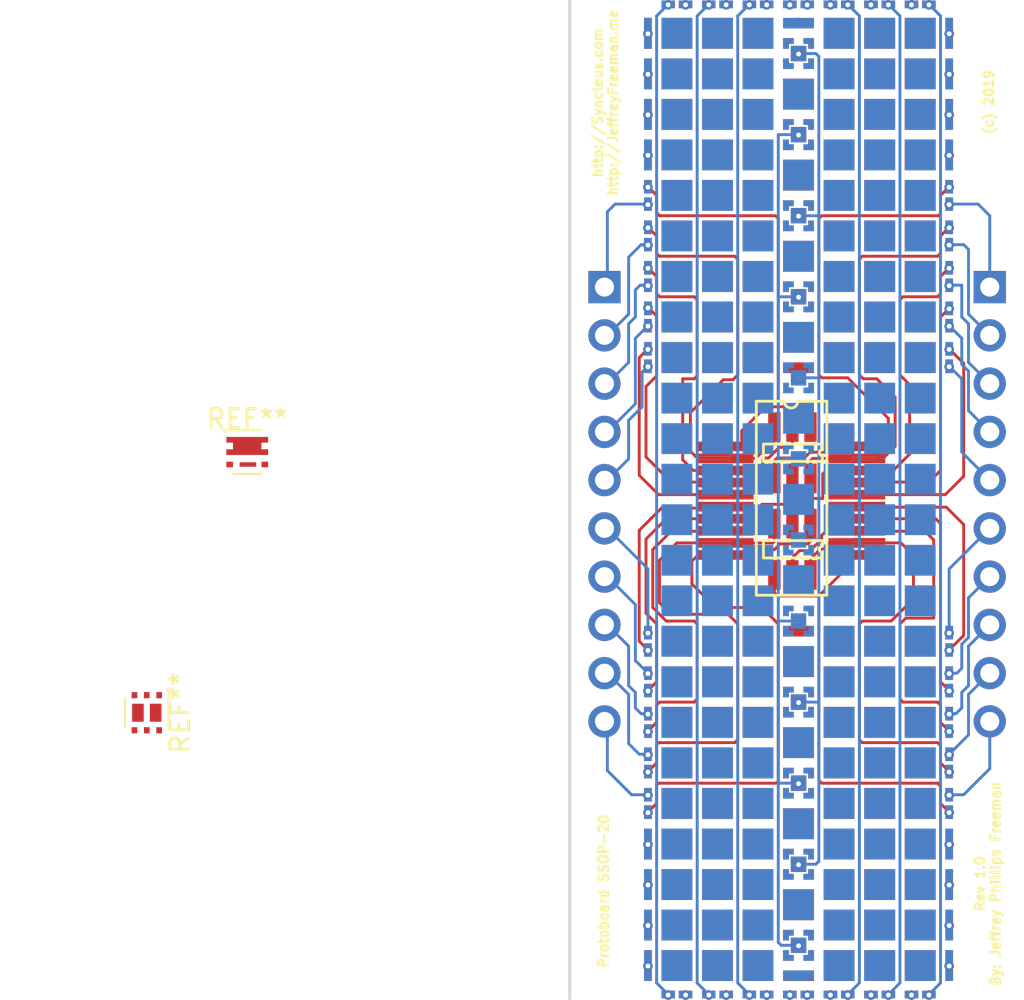
<source format=kicad_pcb>
(kicad_pcb (version 20171130) (host pcbnew 5.0.1)
  (layers (0 F.Cu signal) (31 B.Cu signal) (34 B.Paste user) (35 F.Paste user) (36 B.SilkS user) (37 F.SilkS user) (38 B.Mask user) (39 F.Mask user) (44 Edge.Cuts user hide))
  (net 0 "")
  (module prototyping:SSOP-20_3.9x8.7mm_P0.635mm (layer F.Cu) (at 153.3271 93.2815)
    (fp_text reference "" (at 0 -5.4) (layer F.SilkS))
    (fp_text value "")
    (pad 1 smd rect (at -2.6 -2.8575) (size 1.2 0.4) (layers F.Cu F.Paste F.Mask))
    (pad 2 smd rect (at -2.6 -2.2225) (size 1.2 0.4) (layers F.Cu F.Paste F.Mask))
    (pad 3 smd rect (at -2.6 -1.5875) (size 1.2 0.4) (layers F.Cu F.Paste F.Mask))
    (pad 4 smd rect (at -2.6 -0.9525) (size 1.2 0.4) (layers F.Cu F.Paste F.Mask))
    (pad 5 smd rect (at -2.6 -0.3175) (size 1.2 0.4) (layers F.Cu F.Paste F.Mask))
    (pad 6 smd rect (at -2.6 0.3175) (size 1.2 0.4) (layers F.Cu F.Paste F.Mask))
    (pad 7 smd rect (at -2.6 0.9525) (size 1.2 0.4) (layers F.Cu F.Paste F.Mask))
    (pad 8 smd rect (at -2.6 1.5875) (size 1.2 0.4) (layers F.Cu F.Paste F.Mask))
    (pad 9 smd rect (at -2.6 2.2225) (size 1.2 0.4) (layers F.Cu F.Paste F.Mask))
    (pad 10 smd rect (at -2.6 2.8575) (size 1.2 0.4) (layers F.Cu F.Paste F.Mask))
    (pad 11 smd rect (at 2.6 2.8575) (size 1.2 0.4) (layers F.Cu F.Paste F.Mask))
    (pad 12 smd rect (at 2.6 2.2225) (size 1.2 0.4) (layers F.Cu F.Paste F.Mask))
    (pad 13 smd rect (at 2.6 1.5875) (size 1.2 0.4) (layers F.Cu F.Paste F.Mask))
    (pad 14 smd rect (at 2.6 0.9525) (size 1.2 0.4) (layers F.Cu F.Paste F.Mask))
    (pad 15 smd rect (at 2.6 0.3175) (size 1.2 0.4) (layers F.Cu F.Paste F.Mask))
    (pad 16 smd rect (at 2.6 -0.3175) (size 1.2 0.4) (layers F.Cu F.Paste F.Mask))
    (pad 17 smd rect (at 2.6 -0.9525) (size 1.2 0.4) (layers F.Cu F.Paste F.Mask))
    (pad 18 smd rect (at 2.6 -1.5875) (size 1.2 0.4) (layers F.Cu F.Paste F.Mask))
    (pad 19 smd rect (at 2.6 -2.2225) (size 1.2 0.4) (layers F.Cu F.Paste F.Mask))
    (pad 20 smd rect (at 2.6 -2.8575) (size 1.2 0.4) (layers F.Cu F.Paste F.Mask))
  )
  (module prototyping:SOT-23-6_Handsoldering (layer F.Cu) (at 153.397223 95.840733 270)
    (fp_text reference "" (at 0 -2.9 270) (layer F.SilkS))
    (fp_text value "")
    (pad 1 smd rect (at -1.35 -0.95 270) (size 1.56 0.65) (layers F.Cu F.Paste F.Mask))
    (pad 2 smd rect (at -1.35 0 270) (size 1.56 0.65) (layers F.Cu F.Paste F.Mask))
    (pad 3 smd rect (at -1.35 0.95 270) (size 1.56 0.65) (layers F.Cu F.Paste F.Mask))
    (pad 4 smd rect (at 1.35 0.95 270) (size 1.56 0.65) (layers F.Cu F.Paste F.Mask))
    (pad 6 smd rect (at 1.35 -0.95 270) (size 1.56 0.65) (layers F.Cu F.Paste F.Mask))
    (pad 5 smd rect (at 1.35 0 270) (size 1.56 0.65) (layers F.Cu F.Paste F.Mask))
  )
  (module prototyping:SOT-23-6_Handsoldering (layer F.Cu) (at 153.397223 90.760733 270)
    (fp_text reference "" (at 0 -2.9 270) (layer F.SilkS))
    (fp_text value "")
    (pad 1 smd rect (at -1.35 -0.95 270) (size 1.56 0.65) (layers F.Cu F.Paste F.Mask))
    (pad 2 smd rect (at -1.35 0 270) (size 1.56 0.65) (layers F.Cu F.Paste F.Mask))
    (pad 3 smd rect (at -1.35 0.95 270) (size 1.56 0.65) (layers F.Cu F.Paste F.Mask))
    (pad 4 smd rect (at 1.35 0.95 270) (size 1.56 0.65) (layers F.Cu F.Paste F.Mask))
    (pad 6 smd rect (at 1.35 -0.95 270) (size 1.56 0.65) (layers F.Cu F.Paste F.Mask))
    (pad 5 smd rect (at 1.35 0 270) (size 1.56 0.65) (layers F.Cu F.Paste F.Mask))
  )
  (module prototyping:PinHeader_1x10_P2.54mm_Vertical (layer F.Cu) (at 143.51 82.042)
    (fp_text reference "" (at 0 -2.33) (layer F.SilkS))
    (fp_text value "")
    (pad 10 thru_hole oval (at 0 22.86) (size 1.7 1.7) (drill 1) (layers *.Cu *.Mask))
    (pad 9 thru_hole oval (at 0 20.32) (size 1.7 1.7) (drill 1) (layers *.Cu *.Mask))
    (pad 8 thru_hole oval (at 0 17.78) (size 1.7 1.7) (drill 1) (layers *.Cu *.Mask))
    (pad 7 thru_hole oval (at 0 15.24) (size 1.7 1.7) (drill 1) (layers *.Cu *.Mask))
    (pad 6 thru_hole oval (at 0 12.7) (size 1.7 1.7) (drill 1) (layers *.Cu *.Mask))
    (pad 5 thru_hole oval (at 0 10.16) (size 1.7 1.7) (drill 1) (layers *.Cu *.Mask))
    (pad 4 thru_hole oval (at 0 7.62) (size 1.7 1.7) (drill 1) (layers *.Cu *.Mask))
    (pad 3 thru_hole oval (at 0 5.08) (size 1.7 1.7) (drill 1) (layers *.Cu *.Mask))
    (pad 2 thru_hole oval (at 0 2.54) (size 1.7 1.7) (drill 1) (layers *.Cu *.Mask))
    (pad 1 thru_hole rect (at 0 0) (size 1.7 1.7) (drill 1) (layers *.Cu *.Mask))
  )
  (module prototyping:PinHeader_1x10_P2.54mm_Vertical (layer F.Cu) (at 163.7792 82.042)
    (fp_text reference "" (at 0 -2.33) (layer F.SilkS))
    (fp_text value "")
    (pad 10 thru_hole oval (at 0 22.86) (size 1.7 1.7) (drill 1) (layers *.Cu *.Mask))
    (pad 9 thru_hole oval (at 0 20.32) (size 1.7 1.7) (drill 1) (layers *.Cu *.Mask))
    (pad 8 thru_hole oval (at 0 17.78) (size 1.7 1.7) (drill 1) (layers *.Cu *.Mask))
    (pad 7 thru_hole oval (at 0 15.24) (size 1.7 1.7) (drill 1) (layers *.Cu *.Mask))
    (pad 6 thru_hole oval (at 0 12.7) (size 1.7 1.7) (drill 1) (layers *.Cu *.Mask))
    (pad 5 thru_hole oval (at 0 10.16) (size 1.7 1.7) (drill 1) (layers *.Cu *.Mask))
    (pad 4 thru_hole oval (at 0 7.62) (size 1.7 1.7) (drill 1) (layers *.Cu *.Mask))
    (pad 3 thru_hole oval (at 0 5.08) (size 1.7 1.7) (drill 1) (layers *.Cu *.Mask))
    (pad 2 thru_hole oval (at 0 2.54) (size 1.7 1.7) (drill 1) (layers *.Cu *.Mask))
    (pad 1 thru_hole rect (at 0 0) (size 1.7 1.7) (drill 1) (layers *.Cu *.Mask))
  )
  (module Package_TO_SOT_SMD:Vishay_PowerPAK_SC70-6L_Single (layer F.Cu) (at 124.714 90.7288)
    (fp_text reference REF** (at 0 -1.75) (layer F.SilkS))
    (fp_text value Vishay_PowerPAK_SC70-6L_Single)
    (pad "" smd rect (at 0.35 -0.325) (size 0.6 0.8) (layers F.Cu F.Paste))
    (pad "" smd rect (at -0.35 -0.325) (size 0.6 0.8) (layers F.Cu F.Paste))
    (pad 4 smd rect (at 0.04 0.65) (size 0.87 0.235) (layers F.Cu F.Paste F.Mask))
    (pad 1 smd rect (at 0 -0.325) (size 1.5 0.95) (layers F.Cu F.Mask))
    (pad 1 smd rect (at 0.925 -0.65) (size 0.35 0.3) (layers F.Cu F.Paste F.Mask))
    (pad 4 smd rect (at 0.925 0.65) (size 0.35 0.3) (layers F.Cu F.Paste F.Mask))
    (pad 1 smd rect (at 0.925 0) (size 0.35 0.3) (layers F.Cu F.Paste F.Mask))
    (pad 3 smd rect (at -0.925 0.65) (size 0.35 0.3) (layers F.Cu F.Paste F.Mask))
    (pad 1 smd rect (at -0.925 0) (size 0.35 0.3) (layers F.Cu F.Paste F.Mask))
    (pad 1 smd rect (at -0.925 -0.65) (size 0.35 0.3) (layers F.Cu F.Paste F.Mask))
  )
  (module Package_TO_SOT_SMD:Vishay_PowerPAK_SC70-6L_Dual (layer F.Cu) (at 119.4308 104.4448 270)
    (fp_text reference REF** (at 0 -1.75 270) (layer F.SilkS))
    (fp_text value Vishay_PowerPAK_SC70-6L_Dual)
    (pad 6 smd rect (at 0 -0.4665 270) (size 0.95 0.613) (layers F.Cu F.Paste F.Mask))
    (pad 3 smd rect (at 0 0.4665 270) (size 0.95 0.613) (layers F.Cu F.Paste F.Mask))
    (pad 6 smd rect (at 0.925 -0.65 270) (size 0.325 0.3) (layers F.Cu F.Paste F.Mask))
    (pad 4 smd rect (at 0.925 0.65 270) (size 0.325 0.3) (layers F.Cu F.Paste F.Mask))
    (pad 5 smd rect (at 0.925 0 270) (size 0.325 0.3) (layers F.Cu F.Paste F.Mask))
    (pad 3 smd rect (at -0.925 0.65 270) (size 0.325 0.3) (layers F.Cu F.Paste F.Mask))
    (pad 2 smd rect (at -0.925 0 270) (size 0.325 0.3) (layers F.Cu F.Paste F.Mask))
    (pad 1 smd rect (at -0.925 -0.65 270) (size 0.325 0.3) (layers F.Cu F.Paste F.Mask))
  )
  (gr_text "Protoboard SSOP-20" (at 143.4592 113.8428 90) (layer F.SilkS) (effects (font (size 0.5 0.5) (thickness 0.125))))
  (gr_text "Rev 1.0\nBy: Jeffrey Phillips Freeman\n" (at 163.6776 113.4364 90) (layer F.SilkS) (effects (font (size 0.5 0.5) (thickness 0.125))))
  (gr_text "(c) 2019" (at 163.7284 72.2884 90) (layer F.SilkS) (effects (font (size 0.5 0.5) (thickness 0.125))))
  (gr_text "http://Syncleus.com\nhttp://JeffreyFreeman.me" (at 143.5608 72.3392 90) (layer F.SilkS) (effects (font (size 0.5 0.5) (thickness 0.125))))
  (gr_line (start 141.6812 119.6848) (end 142.4432 119.6848) (layer Edge.Cuts) (width 0.15))
  (gr_line (start 141.6812 80.2132) (end 141.6812 119.6848) (layer Edge.Cuts) (width 0.15))
  (gr_line (start 146.9644 119.6848) (end 142.4432 119.6848) (layer Edge.Cuts) (width 0.15))
  (gr_line (start 165.7604 119.6848) (end 146.9644 119.6848) (layer Edge.Cuts) (width 0.15))
  (gr_line (start 165.7604 66.7512) (end 165.7604 119.6848) (layer Edge.Cuts) (width 0.15))
  (gr_line (start 165.0492 66.7512) (end 165.7604 66.7512) (layer Edge.Cuts) (width 0.15))
  (gr_line (start 163.5252 66.7512) (end 165.0492 66.7512) (layer Edge.Cuts) (width 0.15))
  (gr_line (start 161.7472 66.7512) (end 163.5252 66.7512) (layer Edge.Cuts) (width 0.15))
  (gr_line (start 141.6812 66.7512) (end 161.7472 66.7512) (layer Edge.Cuts) (width 0.15))
  (gr_line (start 141.6812 66.9036) (end 141.6812 66.7512) (layer Edge.Cuts) (width 0.15))
  (gr_line (start 141.6812 67.3608) (end 141.6812 66.9036) (layer Edge.Cuts) (width 0.15))
  (gr_line (start 141.6812 80.2132) (end 141.6812 67.3608) (layer Edge.Cuts) (width 0.15))
  (segment (start 154.347223 92.110733) (end 154.497867 92.110733) (width 0.25) (layer F.Cu) (net 0))
  (segment (start 153.3906 94.497356) (end 153.397223 94.490733) (width 0.25) (layer F.Cu) (net 0))
  (segment (start 155.9017 91.0336) (end 155.9271 91.059) (width 0.1524) (layer F.Cu) (net 0))
  (segment (start 155.8763 90.4748) (end 155.9271 90.424) (width 0.1524) (layer F.Cu) (net 0))
  (segment (start 154.347223 92.110733) (end 154.347223 91.575577) (width 0.1524) (layer F.Cu) (net 0))
  (segment (start 155.1747 91.694) (end 155.9271 91.694) (width 0.1524) (layer F.Cu) (net 0))
  (segment (start 154.9908 91.8779) (end 155.1747 91.694) (width 0.1524) (layer F.Cu) (net 0))
  (segment (start 153.52129 93.1672) (end 154.9908 93.1672) (width 0.1524) (layer F.Cu) (net 0))
  (segment (start 153.397223 93.043133) (end 153.52129 93.1672) (width 0.1524) (layer F.Cu) (net 0))
  (segment (start 154.9908 93.1672) (end 154.9908 91.8779) (width 0.1524) (layer F.Cu) (net 0))
  (segment (start 153.397223 92.110733) (end 153.397223 93.043133) (width 0.1524) (layer F.Cu) (net 0))
  (segment (start 155.1747 91.059) (end 155.9271 91.059) (width 0.1524) (layer F.Cu) (net 0))
  (segment (start 154.466556 91.059) (end 155.1747 91.059) (width 0.1524) (layer F.Cu) (net 0))
  (segment (start 154.347223 91.178333) (end 154.466556 91.059) (width 0.1524) (layer F.Cu) (net 0))
  (segment (start 154.347223 92.110733) (end 154.347223 91.178333) (width 0.1524) (layer F.Cu) (net 0))
  (segment (start 152.447223 91.178333) (end 152.591956 91.0336) (width 0.1524) (layer F.Cu) (net 0))
  (segment (start 152.447223 92.110733) (end 152.447223 91.178333) (width 0.1524) (layer F.Cu) (net 0))
  (segment (start 155.3972 90.424) (end 155.9271 90.424) (width 0.1524) (layer F.Cu) (net 0))
  (segment (start 155.0924 90.7288) (end 155.3972 90.424) (width 0.1524) (layer F.Cu) (net 0))
  (segment (start 152.591956 91.0336) (end 154.0256 91.0336) (width 0.1524) (layer F.Cu) (net 0))
  (segment (start 154.0256 91.0336) (end 154.3304 90.7288) (width 0.1524) (layer F.Cu) (net 0))
  (segment (start 154.3304 90.7288) (end 155.0924 90.7288) (width 0.1524) (layer F.Cu) (net 0))
  (segment (start 154.347223 89.410733) (end 154.347223 90.102377) (width 0.1524) (layer F.Cu) (net 0))
  (segment (start 151.8412 91.694) (end 150.7271 91.694) (width 0.1524) (layer F.Cu) (net 0))
  (segment (start 153.397223 90.343133) (end 153.265556 90.4748) (width 0.1524) (layer F.Cu) (net 0))
  (segment (start 151.8412 91.1352) (end 151.8412 91.694) (width 0.1524) (layer F.Cu) (net 0))
  (segment (start 153.265556 90.4748) (end 152.7048 90.4748) (width 0.1524) (layer F.Cu) (net 0))
  (segment (start 153.397223 89.410733) (end 153.397223 90.343133) (width 0.1524) (layer F.Cu) (net 0))
  (segment (start 152.7048 90.4748) (end 152.146 91.0336) (width 0.1524) (layer F.Cu) (net 0))
  (segment (start 152.146 91.0336) (end 151.9428 91.0336) (width 0.1524) (layer F.Cu) (net 0))
  (segment (start 151.9428 91.0336) (end 151.8412 91.1352) (width 0.1524) (layer F.Cu) (net 0))
  (segment (start 152.447223 89.865733) (end 152.4 89.912956) (width 0.1524) (layer F.Cu) (net 0))
  (segment (start 152.447223 89.410733) (end 152.447223 89.865733) (width 0.1524) (layer F.Cu) (net 0))
  (segment (start 152.4 89.912956) (end 152.4 90.3224) (width 0.1524) (layer F.Cu) (net 0))
  (segment (start 152.4 90.3224) (end 151.9936 90.7288) (width 0.1524) (layer F.Cu) (net 0))
  (segment (start 151.9936 90.7288) (end 151.7904 90.7288) (width 0.1524) (layer F.Cu) (net 0))
  (segment (start 151.7904 90.7288) (end 151.4856 91.0336) (width 0.1524) (layer F.Cu) (net 0))
  (segment (start 151.4795 91.059) (end 150.7271 91.059) (width 0.1524) (layer F.Cu) (net 0))
  (segment (start 151.4856 91.0529) (end 151.4795 91.059) (width 0.1524) (layer F.Cu) (net 0))
  (segment (start 151.4856 91.0336) (end 151.4856 91.0529) (width 0.1524) (layer F.Cu) (net 0))
  (segment (start 150.7271 89.6077) (end 150.7271 90.424) (width 0.1524) (layer F.Cu) (net 0))
  (segment (start 154.347223 89.410733) (end 154.347223 88.478333) (width 0.1524) (layer F.Cu) (net 0))
  (segment (start 154.347223 88.478333) (end 154.21009 88.3412) (width 0.1524) (layer F.Cu) (net 0))
  (segment (start 151.384 88.9508) (end 150.7271 89.6077) (width 0.1524) (layer F.Cu) (net 0))
  (segment (start 151.9936 88.3412) (end 151.384 88.9508) (width 0.1524) (layer F.Cu) (net 0))
  (segment (start 154.21009 88.3412) (end 153.7208 88.3412) (width 0.1524) (layer F.Cu) (net 0))
  (segment (start 152.6032 88.3412) (end 151.9936 88.3412) (width 0.1524) (layer F.Cu) (net 0))
  (segment (start 151.6126 94.869) (end 150.7271 94.869) (width 0.1524) (layer F.Cu) (net 0))
  (segment (start 153.397223 93.558333) (end 153.3144 93.47551) (width 0.1524) (layer F.Cu) (net 0))
  (segment (start 153.3144 93.47551) (end 151.79391 93.47551) (width 0.1524) (layer F.Cu) (net 0))
  (segment (start 151.7904 93.47902) (end 151.7904 94.6912) (width 0.1524) (layer F.Cu) (net 0))
  (segment (start 153.397223 94.490733) (end 153.397223 93.558333) (width 0.1524) (layer F.Cu) (net 0))
  (segment (start 151.79391 93.47551) (end 151.7904 93.47902) (width 0.1524) (layer F.Cu) (net 0))
  (segment (start 151.7904 94.6912) (end 151.6126 94.869) (width 0.1524) (layer F.Cu) (net 0))
  (segment (start 151.4795 95.504) (end 150.7271 95.504) (width 0.1524) (layer F.Cu) (net 0))
  (segment (start 152.447223 95.423133) (end 152.366356 95.504) (width 0.1524) (layer F.Cu) (net 0))
  (segment (start 152.366356 95.504) (end 151.4795 95.504) (width 0.1524) (layer F.Cu) (net 0))
  (segment (start 152.447223 94.490733) (end 152.447223 95.423133) (width 0.1524) (layer F.Cu) (net 0))
  (segment (start 154.347223 94.490733) (end 154.347223 95.423133) (width 0.1524) (layer F.Cu) (net 0))
  (segment (start 151.4795 96.139) (end 150.7271 96.139) (width 0.1524) (layer F.Cu) (net 0))
  (segment (start 154.347223 95.423133) (end 154.215556 95.5548) (width 0.1524) (layer F.Cu) (net 0))
  (segment (start 154.215556 95.5548) (end 152.7556 95.5548) (width 0.1524) (layer F.Cu) (net 0))
  (segment (start 151.638 95.9805) (end 151.4795 96.139) (width 0.1524) (layer F.Cu) (net 0))
  (segment (start 152.7556 95.5548) (end 152.4508 95.8596) (width 0.1524) (layer F.Cu) (net 0))
  (segment (start 152.4508 95.8596) (end 151.638 95.8596) (width 0.1524) (layer F.Cu) (net 0))
  (segment (start 151.638 95.8596) (end 151.638 95.9805) (width 0.1524) (layer F.Cu) (net 0))
  (segment (start 155.2956 95.504) (end 155.9271 95.504) (width 0.1524) (layer F.Cu) (net 0))
  (segment (start 154.94 95.8596) (end 155.2956 95.504) (width 0.1524) (layer F.Cu) (net 0))
  (segment (start 154.8384 95.8596) (end 154.94 95.8596) (width 0.1524) (layer F.Cu) (net 0))
  (segment (start 154.347223 97.190733) (end 154.347223 96.350777) (width 0.1524) (layer F.Cu) (net 0))
  (segment (start 154.347223 96.350777) (end 154.8384 95.8596) (width 0.1524) (layer F.Cu) (net 0))
  (segment (start 155.9271 97.1585) (end 155.9271 96.139) (width 0.1524) (layer F.Cu) (net 0))
  (segment (start 154.7876 98.298) (end 155.9271 97.1585) (width 0.1524) (layer F.Cu) (net 0))
  (segment (start 152.447223 97.190733) (end 152.447223 98.123133) (width 0.1524) (layer F.Cu) (net 0))
  (segment (start 152.447223 98.123133) (end 152.62209 98.298) (width 0.1524) (layer F.Cu) (net 0))
  (segment (start 155.9271 93.599) (end 157.5054 93.599) (width 0.1524) (layer F.Cu) (net 0))
  (segment (start 157.5054 93.599) (end 157.5308 93.6244) (width 0.1524) (layer F.Cu) (net 0))
  (segment (start 155.9271 94.234) (end 160.528 94.234) (width 0.1524) (layer F.Cu) (net 0))
  (segment (start 160.528 94.234) (end 160.782 94.234) (width 0.1524) (layer F.Cu) (net 0))
  (segment (start 160.782 94.234) (end 160.8836 94.234) (width 0.1524) (layer F.Cu) (net 0))
  (segment (start 160.8328 94.234) (end 160.9344 94.234) (width 0.1524) (layer F.Cu) (net 0))
  (segment (start 156.6795 94.869) (end 156.7049 94.8944) (width 0.1524) (layer F.Cu) (net 0))
  (segment (start 155.9271 94.869) (end 156.6795 94.869) (width 0.1524) (layer F.Cu) (net 0))
  (segment (start 156.7049 94.8944) (end 158.0388 94.8944) (width 0.1524) (layer F.Cu) (net 0))
  (segment (start 158.0388 94.8944) (end 158.8516 94.8944) (width 0.1524) (layer F.Cu) (net 0))
  (segment (start 158.8516 94.8944) (end 160.1216 94.8944) (width 0.1524) (layer F.Cu) (net 0))
  (segment (start 152.62209 98.298) (end 154.686 98.298) (width 0.1524) (layer F.Cu) (net 0))
  (segment (start 154.686 98.298) (end 154.7876 98.298) (width 0.1524) (layer F.Cu) (net 0))
  (segment (start 153.7208 88.3412) (end 152.654 88.3412) (width 0.1524) (layer F.Cu) (net 0))
  (segment (start 152.654 86.614) (end 152.654 88.3412) (width 0.1524) (layer F.Cu) (net 0))
  (segment (start 152.654 88.3412) (end 152.6032 88.3412) (width 0.1524) (layer F.Cu) (net 0))
  (segment (start 152.654 86.614) (end 152.654 78.4352) (width 0.1524) (layer F.Cu) (net 0))
  (segment (start 152.654 78.4352) (end 152.5016 78.2828) (width 0.1524) (layer F.Cu) (net 0))
  (segment (start 152.5016 78.2828) (end 152.2984 78.2828) (width 0.1524) (layer F.Cu) (net 0))
  (segment (start 152.2984 78.2828) (end 150.876 78.2828) (width 0.1524) (layer F.Cu) (net 0))
  (segment (start 150.876 78.2828) (end 146.4056 78.2828) (width 0.1524) (layer F.Cu) (net 0))
  (segment (start 146.4056 78.2828) (end 146.2532 78.1304) (width 0.1524) (layer F.Cu) (net 0))
  (segment (start 146.2532 78.1304) (end 146.2532 77.8256) (width 0.1524) (layer F.Cu) (net 0))
  (segment (start 146.2532 77.8256) (end 146.2532 77.216) (width 0.1524) (layer F.Cu) (net 0))
  (segment (start 146.2532 77.216) (end 145.796 76.7588) (width 0.1524) (layer F.Cu) (net 0))
  (segment (start 160.9344 94.234) (end 161.0868 94.3864) (width 0.1524) (layer F.Cu) (net 0))
  (segment (start 161.0868 94.3864) (end 161.1884 94.488) (width 0.1524) (layer F.Cu) (net 0))
  (segment (start 161.1884 94.488) (end 161.1884 100.1776) (width 0.1524) (layer F.Cu) (net 0))
  (segment (start 160.1216 94.8944) (end 160.3756 94.8944) (width 0.1524) (layer F.Cu) (net 0))
  (segment (start 160.3756 94.8944) (end 160.8328 95.3516) (width 0.1524) (layer F.Cu) (net 0))
  (segment (start 160.8328 95.3516) (end 160.8328 99.4664) (width 0.1524) (layer F.Cu) (net 0))
  (segment (start 160.8328 99.4664) (end 159.3596 99.4664) (width 0.1524) (layer F.Cu) (net 0))
  (segment (start 159.3596 99.4664) (end 159.0548 99.7712) (width 0.1524) (layer F.Cu) (net 0))
  (segment (start 159.0548 99.7712) (end 159.0548 100.0252) (width 0.1524) (layer F.Cu) (net 0))
  (segment (start 159.0548 100.0252) (end 159.0548 103.7336) (width 0.1524) (layer F.Cu) (net 0))
  (segment (start 159.0548 103.7336) (end 159.2072 103.886) (width 0.1524) (layer F.Cu) (net 0))
  (segment (start 159.2072 103.886) (end 160.274 103.886) (width 0.1524) (layer F.Cu) (net 0))
  (segment (start 160.274 103.886) (end 161.036 103.886) (width 0.1524) (layer F.Cu) (net 0))
  (segment (start 161.036 103.886) (end 161.1884 104.0384) (width 0.1524) (layer F.Cu) (net 0))
  (segment (start 161.1884 104.0384) (end 161.1884 104.6988) (width 0.1524) (layer F.Cu) (net 0))
  (segment (start 161.1884 104.6988) (end 161.1884 104.9528) (width 0.1524) (layer F.Cu) (net 0))
  (segment (start 161.1884 104.9528) (end 161.6456 105.41) (width 0.1524) (layer F.Cu) (net 0))
  (segment (start 154.7876 100.1268) (end 154.7876 98.298) (width 0.1524) (layer F.Cu) (net 0))
  (segment (start 154.7876 100.1268) (end 154.7876 108.0008) (width 0.1524) (layer F.Cu) (net 0))
  (segment (start 154.7876 108.0008) (end 154.94 108.1532) (width 0.1524) (layer F.Cu) (net 0))
  (segment (start 154.94 108.1532) (end 155.4988 108.1532) (width 0.1524) (layer F.Cu) (net 0))
  (segment (start 155.4988 108.1532) (end 161.036 108.1532) (width 0.1524) (layer F.Cu) (net 0))
  (segment (start 161.036 108.1532) (end 161.1884 108.3056) (width 0.1524) (layer F.Cu) (net 0))
  (segment (start 161.1884 108.3056) (end 161.1884 108.9152) (width 0.1524) (layer F.Cu) (net 0))
  (via (at 145.796 68.707) (size 0.508) (drill 0.254) (layers F.Cu B.Cu) (net 0))
  (via (at 145.796 70.8406) (size 0.508) (drill 0.254) (layers F.Cu B.Cu) (net 0))
  (via (at 145.796 72.9742) (size 0.508) (drill 0.254) (layers F.Cu B.Cu) (net 0))
  (via (at 145.796 75.1078) (size 0.508) (drill 0.254) (layers F.Cu B.Cu) (net 0))
  (segment (start 145.796 76.7588) (end 145.796 76.7588) (width 0.1524) (layer F.Cu) (net 0))
  (via (at 145.796 76.7842) (size 0.508) (drill 0.254) (layers F.Cu B.Cu) (net 0))
  (via (at 145.796 77.6986) (size 0.508) (drill 0.254) (layers F.Cu B.Cu) (net 0))
  (segment (start 145.796 78.8924) (end 145.796 78.8924) (width 0.1524) (layer F.Cu) (net 0))
  (via (at 145.796 78.9178) (size 0.508) (drill 0.254) (layers F.Cu B.Cu) (net 0))
  (via (at 145.796 79.8322) (size 0.508) (drill 0.254) (layers F.Cu B.Cu) (net 0))
  (segment (start 145.796 81.026) (end 145.796 81.026) (width 0.1524) (layer F.Cu) (net 0))
  (via (at 145.796 81.0514) (size 0.508) (drill 0.254) (layers F.Cu B.Cu) (net 0))
  (via (at 145.796 81.9658) (size 0.508) (drill 0.254) (layers F.Cu B.Cu) (net 0))
  (segment (start 145.796 83.1088) (end 145.796 83.1088) (width 0.1524) (layer F.Cu) (net 0))
  (via (at 145.796 83.1342) (size 0.508) (drill 0.254) (layers F.Cu B.Cu) (net 0))
  (via (at 145.796 84.0994) (size 0.508) (drill 0.254) (layers F.Cu B.Cu) (net 0))
  (segment (start 145.796 85.2932) (end 145.796 85.2932) (width 0.1524) (layer F.Cu) (net 0))
  (via (at 145.796 85.3186) (size 0.508) (drill 0.254) (layers F.Cu B.Cu) (net 0))
  (via (at 145.796 86.233) (size 0.508) (drill 0.254) (layers F.Cu B.Cu) (net 0))
  (segment (start 161.6456 85.2932) (end 161.6456 85.2932) (width 0.1524) (layer F.Cu) (net 0))
  (via (at 161.6456 85.3186) (size 0.508) (drill 0.254) (layers F.Cu B.Cu) (net 0))
  (via (at 161.6456 86.233) (size 0.508) (drill 0.254) (layers F.Cu B.Cu) (net 0))
  (via (at 161.6456 84.0994) (size 0.508) (drill 0.254) (layers F.Cu B.Cu) (net 0))
  (segment (start 161.6456 83.1596) (end 161.6456 83.1596) (width 0.1524) (layer F.Cu) (net 0))
  (via (at 161.6456 83.185) (size 0.508) (drill 0.254) (layers F.Cu B.Cu) (net 0))
  (via (at 161.6456 81.9658) (size 0.508) (drill 0.254) (layers F.Cu B.Cu) (net 0))
  (segment (start 161.6456 81.026) (end 161.6456 81.026) (width 0.1524) (layer F.Cu) (net 0))
  (via (at 161.6456 81.0514) (size 0.508) (drill 0.254) (layers F.Cu B.Cu) (net 0))
  (via (at 161.6456 79.8322) (size 0.508) (drill 0.254) (layers F.Cu B.Cu) (net 0))
  (segment (start 161.6456 78.8924) (end 161.6456 78.8924) (width 0.1524) (layer F.Cu) (net 0))
  (via (at 161.6456 78.9178) (size 0.508) (drill 0.254) (layers F.Cu B.Cu) (net 0))
  (via (at 161.6456 77.6986) (size 0.508) (drill 0.254) (layers F.Cu B.Cu) (net 0))
  (segment (start 161.6456 76.7588) (end 161.6456 76.7588) (width 0.1524) (layer F.Cu) (net 0))
  (via (at 161.6456 76.7842) (size 0.508) (drill 0.254) (layers F.Cu B.Cu) (net 0))
  (via (at 161.6456 75.1078) (size 0.508) (drill 0.254) (layers F.Cu B.Cu) (net 0))
  (via (at 161.6456 72.9742) (size 0.508) (drill 0.254) (layers F.Cu B.Cu) (net 0))
  (via (at 161.6456 70.8406) (size 0.508) (drill 0.254) (layers F.Cu B.Cu) (net 0))
  (via (at 161.6456 68.707) (size 0.508) (drill 0.254) (layers F.Cu B.Cu) (net 0))
  (via (at 160.5788 67.183) (size 0.508) (drill 0.254) (layers F.Cu B.Cu) (net 0))
  (via (at 159.6644 67.183) (size 0.508) (drill 0.254) (layers F.Cu B.Cu) (net 0))
  (via (at 158.4452 67.183) (size 0.508) (drill 0.254) (layers F.Cu B.Cu) (net 0))
  (via (at 157.5308 67.183) (size 0.508) (drill 0.254) (layers F.Cu B.Cu) (net 0))
  (via (at 156.3116 67.183) (size 0.508) (drill 0.254) (layers F.Cu B.Cu) (net 0))
  (via (at 155.3972 67.183) (size 0.508) (drill 0.254) (layers F.Cu B.Cu) (net 0))
  (via (at 154.178 67.183) (size 0.508) (drill 0.254) (layers F.Cu B.Cu) (net 0))
  (via (at 153.2636 67.183) (size 0.508) (drill 0.254) (layers F.Cu B.Cu) (net 0))
  (via (at 152.0444 67.183) (size 0.508) (drill 0.254) (layers F.Cu B.Cu) (net 0))
  (via (at 151.13 67.183) (size 0.508) (drill 0.254) (layers F.Cu B.Cu) (net 0))
  (via (at 149.9108 67.183) (size 0.508) (drill 0.254) (layers F.Cu B.Cu) (net 0))
  (via (at 148.9964 67.183) (size 0.508) (drill 0.254) (layers F.Cu B.Cu) (net 0))
  (via (at 147.7772 67.183) (size 0.508) (drill 0.254) (layers F.Cu B.Cu) (net 0))
  (via (at 146.8628 67.183) (size 0.508) (drill 0.254) (layers F.Cu B.Cu) (net 0))
  (via (at 145.796 100.2538) (size 0.508) (drill 0.254) (layers F.Cu B.Cu) (net 0))
  (segment (start 149.7838 93.599) (end 150.7271 93.599) (width 0.1524) (layer F.Cu) (net 0))
  (segment (start 149.7076 93.6752) (end 149.7838 93.599) (width 0.1524) (layer F.Cu) (net 0))
  (segment (start 145.796 101.1428) (end 145.796 101.1428) (width 0.1524) (layer F.Cu) (net 0))
  (segment (start 145.796 101.1428) (end 145.3388 100.6856) (width 0.1524) (layer F.Cu) (net 0))
  (via (at 145.796 101.1682) (size 0.508) (drill 0.254) (layers F.Cu B.Cu) (net 0))
  (via (at 145.796 102.3874) (size 0.508) (drill 0.254) (layers F.Cu B.Cu) (net 0))
  (segment (start 145.796 103.2764) (end 145.796 103.2764) (width 0.1524) (layer F.Cu) (net 0))
  (via (at 145.796 103.3018) (size 0.508) (drill 0.254) (layers F.Cu B.Cu) (net 0))
  (via (at 145.796 104.521) (size 0.508) (drill 0.254) (layers F.Cu B.Cu) (net 0))
  (segment (start 145.796 105.41) (end 145.796 105.41) (width 0.1524) (layer F.Cu) (net 0))
  (via (at 145.796 105.4354) (size 0.508) (drill 0.254) (layers F.Cu B.Cu) (net 0))
  (via (at 145.796 106.6546) (size 0.508) (drill 0.254) (layers F.Cu B.Cu) (net 0))
  (segment (start 145.796 107.5436) (end 145.796 107.5436) (width 0.1524) (layer F.Cu) (net 0))
  (via (at 145.796 107.569) (size 0.508) (drill 0.254) (layers F.Cu B.Cu) (net 0))
  (via (at 145.796 108.7882) (size 0.508) (drill 0.254) (layers F.Cu B.Cu) (net 0))
  (segment (start 145.796 109.6772) (end 145.796 109.6772) (width 0.1524) (layer F.Cu) (net 0))
  (via (at 145.796 109.7026) (size 0.508) (drill 0.254) (layers F.Cu B.Cu) (net 0))
  (via (at 145.796 111.379) (size 0.508) (drill 0.254) (layers F.Cu B.Cu) (net 0))
  (via (at 145.796 113.5126) (size 0.508) (drill 0.254) (layers F.Cu B.Cu) (net 0))
  (via (at 145.796 115.6462) (size 0.508) (drill 0.254) (layers F.Cu B.Cu) (net 0))
  (via (at 145.796 117.7798) (size 0.508) (drill 0.254) (layers F.Cu B.Cu) (net 0))
  (via (at 146.8628 119.3038) (size 0.508) (drill 0.254) (layers F.Cu B.Cu) (net 0))
  (via (at 147.7772 119.3038) (size 0.508) (drill 0.254) (layers F.Cu B.Cu) (net 0))
  (via (at 148.9964 119.3038) (size 0.508) (drill 0.254) (layers F.Cu B.Cu) (net 0))
  (via (at 149.9108 119.3038) (size 0.508) (drill 0.254) (layers F.Cu B.Cu) (net 0))
  (via (at 151.13 119.3038) (size 0.508) (drill 0.254) (layers F.Cu B.Cu) (net 0))
  (via (at 152.0444 119.3038) (size 0.508) (drill 0.254) (layers F.Cu B.Cu) (net 0))
  (via (at 153.2636 119.3038) (size 0.508) (drill 0.254) (layers F.Cu B.Cu) (net 0))
  (via (at 154.178 119.3038) (size 0.508) (drill 0.254) (layers F.Cu B.Cu) (net 0))
  (via (at 155.3972 119.3038) (size 0.508) (drill 0.254) (layers F.Cu B.Cu) (net 0))
  (via (at 156.3116 119.3038) (size 0.508) (drill 0.254) (layers F.Cu B.Cu) (net 0))
  (via (at 157.5308 119.3038) (size 0.508) (drill 0.254) (layers F.Cu B.Cu) (net 0))
  (via (at 158.4452 119.3038) (size 0.508) (drill 0.254) (layers F.Cu B.Cu) (net 0))
  (via (at 159.6644 119.3038) (size 0.508) (drill 0.254) (layers F.Cu B.Cu) (net 0))
  (via (at 160.5788 119.3038) (size 0.508) (drill 0.254) (layers F.Cu B.Cu) (net 0))
  (via (at 161.6456 117.7798) (size 0.508) (drill 0.254) (layers F.Cu B.Cu) (net 0))
  (via (at 161.6456 115.6462) (size 0.508) (drill 0.254) (layers F.Cu B.Cu) (net 0))
  (via (at 161.6456 113.5126) (size 0.508) (drill 0.254) (layers F.Cu B.Cu) (net 0))
  (via (at 161.6456 111.379) (size 0.508) (drill 0.254) (layers F.Cu B.Cu) (net 0))
  (segment (start 161.1884 108.9152) (end 161.1884 109.22) (width 0.1524) (layer F.Cu) (net 0))
  (segment (start 161.1884 109.22) (end 161.6456 109.6772) (width 0.1524) (layer F.Cu) (net 0))
  (segment (start 161.6456 109.6772) (end 161.6456 109.6772) (width 0.1524) (layer F.Cu) (net 0))
  (via (at 161.6456 109.7026) (size 0.508) (drill 0.254) (layers F.Cu B.Cu) (net 0))
  (via (at 161.6456 108.7882) (size 0.508) (drill 0.254) (layers F.Cu B.Cu) (net 0))
  (segment (start 161.6456 107.5436) (end 161.6456 107.5436) (width 0.1524) (layer F.Cu) (net 0))
  (via (at 161.6456 107.569) (size 0.508) (drill 0.254) (layers F.Cu B.Cu) (net 0))
  (via (at 161.6456 106.6546) (size 0.508) (drill 0.254) (layers F.Cu B.Cu) (net 0))
  (segment (start 161.6456 105.41) (end 161.6456 105.41) (width 0.1524) (layer F.Cu) (net 0))
  (via (at 161.6456 105.4354) (size 0.508) (drill 0.254) (layers F.Cu B.Cu) (net 0))
  (via (at 161.6456 104.521) (size 0.508) (drill 0.254) (layers F.Cu B.Cu) (net 0))
  (segment (start 161.1884 100.1776) (end 161.1884 102.8192) (width 0.1524) (layer F.Cu) (net 0))
  (segment (start 161.1884 102.8192) (end 161.6456 103.2764) (width 0.1524) (layer F.Cu) (net 0))
  (segment (start 161.6456 103.2764) (end 161.6456 103.2764) (width 0.1524) (layer F.Cu) (net 0))
  (via (at 161.6456 103.3018) (size 0.508) (drill 0.254) (layers F.Cu B.Cu) (net 0))
  (via (at 161.6456 102.3874) (size 0.508) (drill 0.254) (layers F.Cu B.Cu) (net 0))
  (segment (start 162.4076 100.3808) (end 161.6456 101.1428) (width 0.1524) (layer F.Cu) (net 0))
  (segment (start 161.6456 101.1428) (end 161.6456 101.1428) (width 0.1524) (layer F.Cu) (net 0))
  (via (at 161.6456 101.1682) (size 0.508) (drill 0.254) (layers F.Cu B.Cu) (net 0))
  (via (at 161.6456 100.2538) (size 0.508) (drill 0.254) (layers F.Cu B.Cu) (net 0))
  (via (at 153.7208 69.7738) (size 0.508) (drill 0.254) (layers F.Cu B.Cu) (net 0))
  (via (at 153.7208 74.041) (size 0.508) (drill 0.254) (layers F.Cu B.Cu) (net 0))
  (via (at 153.7208 78.3082) (size 0.508) (drill 0.254) (layers F.Cu B.Cu) (net 0))
  (via (at 153.7208 82.5754) (size 0.508) (drill 0.254) (layers F.Cu B.Cu) (net 0))
  (via (at 153.7208 103.9114) (size 0.508) (drill 0.254) (layers F.Cu B.Cu) (net 0))
  (via (at 153.7208 108.1786) (size 0.508) (drill 0.254) (layers F.Cu B.Cu) (net 0))
  (via (at 153.7208 112.4458) (size 0.508) (drill 0.254) (layers F.Cu B.Cu) (net 0))
  (via (at 153.7208 116.713) (size 0.508) (drill 0.254) (layers F.Cu B.Cu) (net 0))
  (segment (start 153.7208 69.7484) (end 154.6352 69.7484) (width 0.1524) (layer B.Cu) (net 0))
  (segment (start 154.6352 78.2828) (end 153.7208 78.2828) (width 0.1524) (layer B.Cu) (net 0))
  (segment (start 154.7876 69.9008) (end 154.7876 78.1304) (width 0.1524) (layer B.Cu) (net 0))
  (segment (start 154.6352 69.7484) (end 154.7876 69.9008) (width 0.1524) (layer B.Cu) (net 0))
  (segment (start 154.6352 112.4204) (end 153.7208 112.4204) (width 0.1524) (layer B.Cu) (net 0))
  (segment (start 154.7876 112.268) (end 154.6352 112.4204) (width 0.1524) (layer B.Cu) (net 0))
  (segment (start 154.7876 78.1304) (end 154.7876 78.2828) (width 0.1524) (layer B.Cu) (net 0))
  (segment (start 154.6352 78.2828) (end 154.7876 78.2828) (width 0.1524) (layer B.Cu) (net 0))
  (segment (start 154.7876 86.8172) (end 153.7208 86.8172) (width 0.1524) (layer B.Cu) (net 0))
  (segment (start 154.7876 78.2828) (end 154.7876 86.8172) (width 0.1524) (layer B.Cu) (net 0))
  (segment (start 154.7876 95.3516) (end 153.7208 95.3516) (width 0.1524) (layer B.Cu) (net 0))
  (segment (start 154.7876 86.8172) (end 154.7876 95.3516) (width 0.1524) (layer B.Cu) (net 0))
  (segment (start 154.7876 103.886) (end 153.7208 103.886) (width 0.1524) (layer B.Cu) (net 0))
  (segment (start 154.7876 95.3516) (end 154.7876 103.886) (width 0.1524) (layer B.Cu) (net 0))
  (segment (start 154.7876 108.1532) (end 154.7876 112.268) (width 0.1524) (layer B.Cu) (net 0))
  (segment (start 154.7876 103.886) (end 154.7876 108.1532) (width 0.1524) (layer B.Cu) (net 0))
  (segment (start 152.8064 116.6876) (end 153.7208 116.6876) (width 0.1524) (layer B.Cu) (net 0))
  (segment (start 152.654 116.5352) (end 152.8064 116.6876) (width 0.1524) (layer B.Cu) (net 0))
  (segment (start 153.7208 74.0156) (end 152.654 74.0156) (width 0.1524) (layer B.Cu) (net 0))
  (segment (start 152.654 108.1532) (end 153.7208 108.1532) (width 0.1524) (layer B.Cu) (net 0))
  (segment (start 152.654 108.1532) (end 152.654 116.5352) (width 0.1524) (layer B.Cu) (net 0))
  (segment (start 152.654 99.6188) (end 153.67 99.6188) (width 0.1524) (layer B.Cu) (net 0))
  (segment (start 152.654 99.6188) (end 152.654 108.1532) (width 0.1524) (layer B.Cu) (net 0))
  (segment (start 152.654 91.0844) (end 153.7208 91.0844) (width 0.1524) (layer B.Cu) (net 0))
  (segment (start 152.654 91.0844) (end 152.654 99.6188) (width 0.1524) (layer B.Cu) (net 0))
  (segment (start 152.654 82.55) (end 153.7208 82.55) (width 0.1524) (layer B.Cu) (net 0))
  (segment (start 152.654 82.55) (end 152.654 91.0844) (width 0.1524) (layer B.Cu) (net 0))
  (segment (start 152.654 74.0156) (end 152.654 82.55) (width 0.1524) (layer B.Cu) (net 0))
  (segment (start 145.796 77.6732) (end 144.0688 77.6732) (width 0.1524) (layer B.Cu) (net 0))
  (segment (start 143.6624 78.0796) (end 143.6624 82.042) (width 0.1524) (layer B.Cu) (net 0))
  (segment (start 144.0688 77.6732) (end 143.6624 78.0796) (width 0.1524) (layer B.Cu) (net 0))
  (segment (start 144.78 80.46359) (end 144.78 83.4644) (width 0.1524) (layer B.Cu) (net 0))
  (segment (start 144.78 83.4644) (end 143.6624 84.582) (width 0.1524) (layer B.Cu) (net 0))
  (segment (start 145.796 79.8068) (end 145.43679 79.8068) (width 0.1524) (layer B.Cu) (net 0))
  (segment (start 145.43679 79.8068) (end 144.78 80.46359) (width 0.1524) (layer B.Cu) (net 0))
  (segment (start 144.78 86.0044) (end 143.6624 87.122) (width 0.1524) (layer B.Cu) (net 0))
  (segment (start 144.78 83.9724) (end 144.78 86.0044) (width 0.1524) (layer B.Cu) (net 0))
  (segment (start 145.1356 83.6168) (end 144.78 83.9724) (width 0.1524) (layer B.Cu) (net 0))
  (segment (start 145.1356 82.1944) (end 145.1356 83.6168) (width 0.1524) (layer B.Cu) (net 0))
  (segment (start 145.796 81.9404) (end 145.3896 81.9404) (width 0.1524) (layer B.Cu) (net 0))
  (segment (start 145.3896 81.9404) (end 145.1356 82.1944) (width 0.1524) (layer B.Cu) (net 0))
  (segment (start 145.1356 88.1888) (end 143.6624 89.662) (width 0.1524) (layer B.Cu) (net 0))
  (segment (start 145.796 84.074) (end 145.1356 84.7344) (width 0.1524) (layer B.Cu) (net 0))
  (segment (start 145.1356 84.7344) (end 145.1356 88.1888) (width 0.1524) (layer B.Cu) (net 0))
  (segment (start 144.78 89.0524) (end 144.78 91.0844) (width 0.1524) (layer B.Cu) (net 0))
  (segment (start 145.4912 88.3412) (end 144.78 89.0524) (width 0.1524) (layer B.Cu) (net 0))
  (segment (start 145.796 86.2076) (end 145.4912 86.5124) (width 0.1524) (layer B.Cu) (net 0))
  (segment (start 144.78 91.0844) (end 143.6624 92.202) (width 0.1524) (layer B.Cu) (net 0))
  (segment (start 145.4912 86.5124) (end 145.4912 88.3412) (width 0.1524) (layer B.Cu) (net 0))
  (segment (start 163.7792 78.2828) (end 163.7792 82.042) (width 0.1524) (layer B.Cu) (net 0))
  (segment (start 161.6456 77.6732) (end 163.1696 77.6732) (width 0.1524) (layer B.Cu) (net 0))
  (segment (start 163.1696 77.6732) (end 163.7792 78.2828) (width 0.1524) (layer B.Cu) (net 0))
  (segment (start 162.6616 83.4644) (end 163.7792 84.582) (width 0.1524) (layer B.Cu) (net 0))
  (segment (start 162.6616 80.0608) (end 162.6616 83.4644) (width 0.1524) (layer B.Cu) (net 0))
  (segment (start 161.6456 79.8068) (end 162.4076 79.8068) (width 0.1524) (layer B.Cu) (net 0))
  (segment (start 162.4076 79.8068) (end 162.6616 80.0608) (width 0.1524) (layer B.Cu) (net 0))
  (segment (start 162.6616 86.0044) (end 163.7792 87.122) (width 0.1524) (layer B.Cu) (net 0))
  (segment (start 162.6616 83.9724) (end 162.6616 86.0044) (width 0.1524) (layer B.Cu) (net 0))
  (segment (start 162.306 83.6168) (end 162.6616 83.9724) (width 0.1524) (layer B.Cu) (net 0))
  (segment (start 161.6456 81.9404) (end 162.306 81.9404) (width 0.1524) (layer B.Cu) (net 0))
  (segment (start 162.306 81.9404) (end 162.306 83.6168) (width 0.1524) (layer B.Cu) (net 0))
  (segment (start 162.6616 88.5444) (end 163.7792 89.662) (width 0.1524) (layer B.Cu) (net 0))
  (segment (start 162.6616 86.4616) (end 162.6616 88.5444) (width 0.1524) (layer B.Cu) (net 0))
  (segment (start 161.6456 84.074) (end 162.306 84.7344) (width 0.1524) (layer B.Cu) (net 0))
  (segment (start 162.306 86.106) (end 162.6616 86.4616) (width 0.1524) (layer B.Cu) (net 0))
  (segment (start 162.306 84.7344) (end 162.306 86.106) (width 0.1524) (layer B.Cu) (net 0))
  (segment (start 162.306 90.7288) (end 163.7792 92.202) (width 0.1524) (layer B.Cu) (net 0))
  (segment (start 161.6456 86.2076) (end 162.306 86.868) (width 0.1524) (layer B.Cu) (net 0))
  (segment (start 162.306 86.868) (end 162.306 90.7288) (width 0.1524) (layer B.Cu) (net 0))
  (segment (start 143.6624 107.4928) (end 143.6624 104.902) (width 0.1524) (layer B.Cu) (net 0))
  (segment (start 145.796 108.7628) (end 144.9324 108.7628) (width 0.1524) (layer B.Cu) (net 0))
  (segment (start 144.9324 108.7628) (end 143.6624 107.4928) (width 0.1524) (layer B.Cu) (net 0))
  (segment (start 144.78 103.4796) (end 143.6624 102.362) (width 0.1524) (layer B.Cu) (net 0))
  (segment (start 144.78 106.0704) (end 144.78 103.4796) (width 0.1524) (layer B.Cu) (net 0))
  (segment (start 145.796 106.6292) (end 145.3388 106.6292) (width 0.1524) (layer B.Cu) (net 0))
  (segment (start 145.3388 106.6292) (end 144.78 106.0704) (width 0.1524) (layer B.Cu) (net 0))
  (segment (start 144.78 100.9396) (end 143.6624 99.822) (width 0.1524) (layer B.Cu) (net 0))
  (segment (start 144.78 103.0224) (end 144.78 100.9396) (width 0.1524) (layer B.Cu) (net 0))
  (segment (start 145.1356 104.19441) (end 145.1356 103.378) (width 0.1524) (layer B.Cu) (net 0))
  (segment (start 145.1356 103.378) (end 144.78 103.0224) (width 0.1524) (layer B.Cu) (net 0))
  (segment (start 145.796 104.4956) (end 145.43679 104.4956) (width 0.1524) (layer B.Cu) (net 0))
  (segment (start 145.43679 104.4956) (end 145.1356 104.19441) (width 0.1524) (layer B.Cu) (net 0))
  (segment (start 145.1356 98.7552) (end 143.6624 97.282) (width 0.1524) (layer B.Cu) (net 0))
  (segment (start 145.796 102.362) (end 145.1356 101.7016) (width 0.1524) (layer B.Cu) (net 0))
  (segment (start 145.1356 101.7016) (end 145.1356 98.7552) (width 0.1524) (layer B.Cu) (net 0))
  (segment (start 145.796 96.8756) (end 143.6624 94.742) (width 0.1524) (layer B.Cu) (net 0))
  (segment (start 145.796 100.2284) (end 145.796 96.8756) (width 0.1524) (layer B.Cu) (net 0))
  (segment (start 161.6456 108.7628) (end 162.4076 108.7628) (width 0.1524) (layer B.Cu) (net 0))
  (segment (start 163.7792 107.3912) (end 163.7792 104.902) (width 0.1524) (layer B.Cu) (net 0))
  (segment (start 162.4076 108.7628) (end 163.7792 107.3912) (width 0.1524) (layer B.Cu) (net 0))
  (segment (start 162.6616 103.4796) (end 163.7792 102.362) (width 0.1524) (layer B.Cu) (net 0))
  (segment (start 161.6456 106.6292) (end 162.6616 105.6132) (width 0.1524) (layer B.Cu) (net 0))
  (segment (start 162.6616 105.6132) (end 162.6616 103.4796) (width 0.1524) (layer B.Cu) (net 0))
  (segment (start 162.6616 100.9396) (end 163.7792 99.822) (width 0.1524) (layer B.Cu) (net 0))
  (segment (start 162.6616 103.0224) (end 162.6616 100.9396) (width 0.1524) (layer B.Cu) (net 0))
  (segment (start 162.306 103.378) (end 162.6616 103.0224) (width 0.1524) (layer B.Cu) (net 0))
  (segment (start 162.306 104.19441) (end 162.306 103.378) (width 0.1524) (layer B.Cu) (net 0))
  (segment (start 161.6456 104.4956) (end 162.00481 104.4956) (width 0.1524) (layer B.Cu) (net 0))
  (segment (start 162.00481 104.4956) (end 162.306 104.19441) (width 0.1524) (layer B.Cu) (net 0))
  (segment (start 162.6616 98.3996) (end 163.7792 97.282) (width 0.1524) (layer B.Cu) (net 0))
  (segment (start 162.306 100.838) (end 162.6616 100.4824) (width 0.1524) (layer B.Cu) (net 0))
  (segment (start 162.306 102.108) (end 162.306 100.838) (width 0.1524) (layer B.Cu) (net 0))
  (segment (start 161.6456 102.362) (end 162.052 102.362) (width 0.1524) (layer B.Cu) (net 0))
  (segment (start 162.6616 100.4824) (end 162.6616 98.3996) (width 0.1524) (layer B.Cu) (net 0))
  (segment (start 162.052 102.362) (end 162.306 102.108) (width 0.1524) (layer B.Cu) (net 0))
  (segment (start 161.6456 96.8756) (end 163.7792 94.742) (width 0.1524) (layer B.Cu) (net 0))
  (segment (start 161.6456 100.2284) (end 161.6456 96.8756) (width 0.1524) (layer B.Cu) (net 0))
  (segment (start 146.2532 118.6688) (end 146.8628 119.2784) (width 0.1524) (layer B.Cu) (net 0))
  (segment (start 146.8628 67.1576) (end 146.2532 67.7672) (width 0.1524) (layer B.Cu) (net 0))
  (segment (start 146.2532 67.7672) (end 146.2532 118.6688) (width 0.1524) (layer B.Cu) (net 0))
  (segment (start 148.9964 67.1576) (end 148.3868 67.7672) (width 0.1524) (layer B.Cu) (net 0))
  (segment (start 148.3868 118.6688) (end 148.9964 119.2784) (width 0.1524) (layer B.Cu) (net 0))
  (segment (start 148.3868 67.7672) (end 148.3868 118.6688) (width 0.1524) (layer B.Cu) (net 0))
  (segment (start 150.5204 67.7672) (end 151.13 67.1576) (width 0.1524) (layer B.Cu) (net 0))
  (segment (start 151.13 119.2784) (end 150.5204 118.6688) (width 0.1524) (layer B.Cu) (net 0))
  (segment (start 150.5204 118.6688) (end 150.5204 67.7672) (width 0.1524) (layer B.Cu) (net 0))
  (segment (start 156.9212 118.6688) (end 156.3116 119.2784) (width 0.1524) (layer B.Cu) (net 0))
  (segment (start 156.3116 67.1576) (end 156.9212 67.7672) (width 0.1524) (layer B.Cu) (net 0))
  (segment (start 156.9212 67.7672) (end 156.9212 118.6688) (width 0.1524) (layer B.Cu) (net 0))
  (segment (start 159.0548 67.7672) (end 158.4452 67.1576) (width 0.1524) (layer B.Cu) (net 0))
  (segment (start 158.4452 119.2784) (end 159.0548 118.6688) (width 0.1524) (layer B.Cu) (net 0))
  (segment (start 159.0548 118.6688) (end 159.0548 67.7672) (width 0.1524) (layer B.Cu) (net 0))
  (segment (start 160.5788 67.1576) (end 161.1884 67.7672) (width 0.1524) (layer B.Cu) (net 0))
  (segment (start 161.1884 118.6688) (end 160.5788 119.2784) (width 0.1524) (layer B.Cu) (net 0))
  (segment (start 161.1884 67.7672) (end 161.1884 118.6688) (width 0.1524) (layer B.Cu) (net 0))
  (segment (start 161.0868 78.2828) (end 161.1884 78.1812) (width 0.1524) (layer F.Cu) (net 0))
  (segment (start 154.94 78.2828) (end 161.0868 78.2828) (width 0.1524) (layer F.Cu) (net 0))
  (segment (start 161.1884 77.216) (end 161.6456 76.7588) (width 0.1524) (layer F.Cu) (net 0))
  (segment (start 154.7876 78.4352) (end 154.94 78.2828) (width 0.1524) (layer F.Cu) (net 0))
  (segment (start 154.7876 86.6648) (end 154.7876 78.4352) (width 0.1524) (layer F.Cu) (net 0))
  (segment (start 154.94 86.8172) (end 154.7876 86.6648) (width 0.1524) (layer F.Cu) (net 0))
  (segment (start 155.9271 90.424) (end 157.9372 90.424) (width 0.1524) (layer F.Cu) (net 0))
  (segment (start 157.9372 90.424) (end 157.9372 90.3224) (width 0.1524) (layer F.Cu) (net 0))
  (segment (start 161.1884 78.1812) (end 161.1884 77.216) (width 0.1524) (layer F.Cu) (net 0))
  (segment (start 157.9372 90.3224) (end 158.4452 89.8144) (width 0.1524) (layer F.Cu) (net 0))
  (segment (start 156.3116 86.8172) (end 154.94 86.8172) (width 0.1524) (layer F.Cu) (net 0))
  (segment (start 158.4452 89.8144) (end 158.4452 88.9508) (width 0.1524) (layer F.Cu) (net 0))
  (segment (start 158.4452 88.9508) (end 156.3116 86.8172) (width 0.1524) (layer F.Cu) (net 0))
  (segment (start 161.1884 79.3496) (end 161.6456 78.8924) (width 0.1524) (layer F.Cu) (net 0))
  (segment (start 161.036 80.4164) (end 161.1884 80.264) (width 0.1524) (layer F.Cu) (net 0))
  (segment (start 157.0736 80.4164) (end 161.036 80.4164) (width 0.1524) (layer F.Cu) (net 0))
  (segment (start 156.9212 86.6648) (end 156.9212 80.5688) (width 0.1524) (layer F.Cu) (net 0))
  (segment (start 155.9271 91.059) (end 157.861 91.059) (width 0.1524) (layer F.Cu) (net 0))
  (segment (start 161.1884 80.264) (end 161.1884 79.3496) (width 0.1524) (layer F.Cu) (net 0))
  (segment (start 156.9212 80.5688) (end 157.0736 80.4164) (width 0.1524) (layer F.Cu) (net 0))
  (segment (start 157.1244 86.868) (end 156.9212 86.6648) (width 0.1524) (layer F.Cu) (net 0))
  (segment (start 157.861 91.059) (end 157.9372 90.9828) (width 0.1524) (layer F.Cu) (net 0))
  (segment (start 158.8008 87.8332) (end 157.8356 86.868) (width 0.1524) (layer F.Cu) (net 0))
  (segment (start 157.9372 90.9828) (end 158.242 90.9828) (width 0.1524) (layer F.Cu) (net 0))
  (segment (start 158.242 90.9828) (end 158.8008 90.424) (width 0.1524) (layer F.Cu) (net 0))
  (segment (start 157.8356 86.868) (end 157.1244 86.868) (width 0.1524) (layer F.Cu) (net 0))
  (segment (start 158.8008 90.424) (end 158.8008 87.8332) (width 0.1524) (layer F.Cu) (net 0))
  (segment (start 161.1884 81.4832) (end 161.6456 81.026) (width 0.1524) (layer F.Cu) (net 0))
  (segment (start 161.1884 82.3976) (end 161.1884 81.4832) (width 0.1524) (layer F.Cu) (net 0))
  (segment (start 159.2072 82.55) (end 161.036 82.55) (width 0.1524) (layer F.Cu) (net 0))
  (segment (start 159.0548 82.7024) (end 159.2072 82.55) (width 0.1524) (layer F.Cu) (net 0))
  (segment (start 155.9271 91.694) (end 158.75 91.694) (width 0.1524) (layer F.Cu) (net 0))
  (segment (start 158.75 91.694) (end 158.75 91.6432) (width 0.1524) (layer F.Cu) (net 0))
  (segment (start 158.75 91.6432) (end 159.5628 90.8304) (width 0.1524) (layer F.Cu) (net 0))
  (segment (start 159.5628 90.8304) (end 159.5628 87.1728) (width 0.1524) (layer F.Cu) (net 0))
  (segment (start 159.5628 87.1728) (end 159.0548 86.6648) (width 0.1524) (layer F.Cu) (net 0))
  (segment (start 161.036 82.55) (end 161.1884 82.3976) (width 0.1524) (layer F.Cu) (net 0))
  (segment (start 159.0548 86.6648) (end 159.0548 82.7024) (width 0.1524) (layer F.Cu) (net 0))
  (segment (start 160.5788 92.3036) (end 161.1884 91.694) (width 0.1524) (layer F.Cu) (net 0))
  (segment (start 161.1884 83.6168) (end 161.6456 83.1596) (width 0.1524) (layer F.Cu) (net 0))
  (segment (start 157.5308 92.3036) (end 160.5788 92.3036) (width 0.1524) (layer F.Cu) (net 0))
  (segment (start 161.1884 91.694) (end 161.1884 83.6168) (width 0.1524) (layer F.Cu) (net 0))
  (segment (start 157.5054 92.329) (end 157.5308 92.3036) (width 0.1524) (layer F.Cu) (net 0))
  (segment (start 155.9271 92.329) (end 157.5054 92.329) (width 0.1524) (layer F.Cu) (net 0))
  (segment (start 162.4076 86.0552) (end 161.6456 85.2932) (width 0.1524) (layer F.Cu) (net 0))
  (segment (start 162.4076 91.9988) (end 162.4076 86.0552) (width 0.1524) (layer F.Cu) (net 0))
  (segment (start 161.4424 92.964) (end 162.4076 91.9988) (width 0.1524) (layer F.Cu) (net 0))
  (segment (start 155.9271 92.964) (end 161.4424 92.964) (width 0.1524) (layer F.Cu) (net 0))
  (segment (start 161.4932 93.6244) (end 162.4076 94.5388) (width 0.1524) (layer F.Cu) (net 0))
  (segment (start 162.4076 94.5388) (end 162.4076 100.3808) (width 0.1524) (layer F.Cu) (net 0))
  (segment (start 157.5308 93.6244) (end 161.4932 93.6244) (width 0.1524) (layer F.Cu) (net 0))
  (segment (start 149.9747 91.059) (end 150.7271 91.059) (width 0.1524) (layer F.Cu) (net 0))
  (segment (start 149.9493 91.0336) (end 149.9747 91.059) (width 0.1524) (layer F.Cu) (net 0))
  (segment (start 148.0312 90.678) (end 148.3868 91.0336) (width 0.1524) (layer F.Cu) (net 0))
  (segment (start 148.0312 88.646) (end 148.0312 90.678) (width 0.1524) (layer F.Cu) (net 0))
  (segment (start 149.7584 86.9188) (end 148.0312 88.646) (width 0.1524) (layer F.Cu) (net 0))
  (segment (start 150.2664 86.9188) (end 149.7584 86.9188) (width 0.1524) (layer F.Cu) (net 0))
  (segment (start 150.5204 86.6648) (end 150.2664 86.9188) (width 0.1524) (layer F.Cu) (net 0))
  (segment (start 146.4056 80.4164) (end 150.368 80.4164) (width 0.1524) (layer F.Cu) (net 0))
  (segment (start 148.3868 91.0336) (end 149.9493 91.0336) (width 0.1524) (layer F.Cu) (net 0))
  (segment (start 146.2532 79.3496) (end 146.2532 80.264) (width 0.1524) (layer F.Cu) (net 0))
  (segment (start 146.2532 80.264) (end 146.4056 80.4164) (width 0.1524) (layer F.Cu) (net 0))
  (segment (start 145.796 78.8924) (end 146.2532 79.3496) (width 0.1524) (layer F.Cu) (net 0))
  (segment (start 150.5204 80.5688) (end 150.5204 86.6648) (width 0.1524) (layer F.Cu) (net 0))
  (segment (start 150.368 80.4164) (end 150.5204 80.5688) (width 0.1524) (layer F.Cu) (net 0))
  (segment (start 147.6248 91.1352) (end 148.1836 91.694) (width 0.1524) (layer F.Cu) (net 0))
  (segment (start 148.2344 86.868) (end 147.6248 86.868) (width 0.1524) (layer F.Cu) (net 0))
  (segment (start 148.1836 91.694) (end 150.7271 91.694) (width 0.1524) (layer F.Cu) (net 0))
  (segment (start 148.3868 86.7156) (end 148.2344 86.868) (width 0.1524) (layer F.Cu) (net 0))
  (segment (start 145.796 81.026) (end 146.2532 81.4832) (width 0.1524) (layer F.Cu) (net 0))
  (segment (start 148.2344 82.55) (end 148.3868 82.7024) (width 0.1524) (layer F.Cu) (net 0))
  (segment (start 146.2532 82.3976) (end 146.4056 82.55) (width 0.1524) (layer F.Cu) (net 0))
  (segment (start 146.2532 81.4832) (end 146.2532 82.3976) (width 0.1524) (layer F.Cu) (net 0))
  (segment (start 146.4056 82.55) (end 148.2344 82.55) (width 0.1524) (layer F.Cu) (net 0))
  (segment (start 147.6248 86.868) (end 147.6248 91.1352) (width 0.1524) (layer F.Cu) (net 0))
  (segment (start 148.3868 82.7024) (end 148.3868 86.7156) (width 0.1524) (layer F.Cu) (net 0))
  (segment (start 149.9747 92.329) (end 150.7271 92.329) (width 0.1524) (layer F.Cu) (net 0))
  (segment (start 149.9493 92.3036) (end 149.9747 92.329) (width 0.1524) (layer F.Cu) (net 0))
  (segment (start 145.796 83.1088) (end 146.2532 83.566) (width 0.1524) (layer F.Cu) (net 0))
  (segment (start 146.2532 83.566) (end 146.2532 86.7156) (width 0.1524) (layer F.Cu) (net 0))
  (segment (start 145.6944 90.9828) (end 147.0152 92.3036) (width 0.1524) (layer F.Cu) (net 0))
  (segment (start 146.2532 86.7156) (end 145.6944 87.2744) (width 0.1524) (layer F.Cu) (net 0))
  (segment (start 145.6944 87.2744) (end 145.6944 90.9828) (width 0.1524) (layer F.Cu) (net 0))
  (segment (start 147.0152 92.3036) (end 149.9493 92.3036) (width 0.1524) (layer F.Cu) (net 0))
  (segment (start 146.3548 92.964) (end 150.7271 92.964) (width 0.1524) (layer F.Cu) (net 0))
  (segment (start 145.3388 91.948) (end 146.3548 92.964) (width 0.1524) (layer F.Cu) (net 0))
  (segment (start 145.3388 85.7504) (end 145.3388 91.948) (width 0.1524) (layer F.Cu) (net 0))
  (segment (start 145.796 85.2932) (end 145.3388 85.7504) (width 0.1524) (layer F.Cu) (net 0))
  (segment (start 161.1884 107.0864) (end 161.6456 107.5436) (width 0.1524) (layer F.Cu) (net 0))
  (segment (start 157.0736 106.0196) (end 161.036 106.0196) (width 0.1524) (layer F.Cu) (net 0))
  (segment (start 161.036 106.0196) (end 161.1884 106.172) (width 0.1524) (layer F.Cu) (net 0))
  (segment (start 156.9212 105.8672) (end 157.0736 106.0196) (width 0.1524) (layer F.Cu) (net 0))
  (segment (start 156.9212 99.7712) (end 156.9212 105.8672) (width 0.1524) (layer F.Cu) (net 0))
  (segment (start 159.766 96.1644) (end 159.766 98.4504) (width 0.1524) (layer F.Cu) (net 0))
  (segment (start 161.1884 106.172) (end 161.1884 107.0864) (width 0.1524) (layer F.Cu) (net 0))
  (segment (start 159.1056 95.504) (end 159.766 96.1644) (width 0.1524) (layer F.Cu) (net 0))
  (segment (start 155.9271 95.504) (end 159.1056 95.504) (width 0.1524) (layer F.Cu) (net 0))
  (segment (start 158.5976 99.6188) (end 157.0736 99.6188) (width 0.1524) (layer F.Cu) (net 0))
  (segment (start 159.766 98.4504) (end 158.5976 99.6188) (width 0.1524) (layer F.Cu) (net 0))
  (segment (start 157.0736 99.6188) (end 156.9212 99.7712) (width 0.1524) (layer F.Cu) (net 0))
  (segment (start 153.397223 96.386377) (end 153.397223 97.190733) (width 0.1524) (layer F.Cu) (net 0))
  (segment (start 153.4668 96.3168) (end 153.397223 96.386377) (width 0.1524) (layer F.Cu) (net 0))
  (segment (start 153.4668 96.2152) (end 153.4668 96.3168) (width 0.1524) (layer F.Cu) (net 0))
  (segment (start 153.7716 95.9104) (end 153.4668 96.2152) (width 0.1524) (layer F.Cu) (net 0))
  (segment (start 154.3304 95.9104) (end 153.7716 95.9104) (width 0.1524) (layer F.Cu) (net 0))
  (segment (start 155.1747 94.869) (end 154.94 95.1037) (width 0.1524) (layer F.Cu) (net 0))
  (segment (start 154.94 95.1037) (end 154.94 95.3516) (width 0.1524) (layer F.Cu) (net 0))
  (segment (start 154.94 95.3516) (end 154.7368 95.5548) (width 0.1524) (layer F.Cu) (net 0))
  (segment (start 154.7368 95.5548) (end 154.686 95.5548) (width 0.1524) (layer F.Cu) (net 0))
  (segment (start 155.9271 94.869) (end 155.1747 94.869) (width 0.1524) (layer F.Cu) (net 0))
  (segment (start 154.686 95.5548) (end 154.3304 95.9104) (width 0.1524) (layer F.Cu) (net 0))
  (segment (start 148.1074 96.4692) (end 148.4376 96.139) (width 0.1524) (layer F.Cu) (net 0))
  (segment (start 149.352 98.9076) (end 148.1074 97.663) (width 0.1524) (layer F.Cu) (net 0))
  (segment (start 152.654 99.7712) (end 151.7904 98.9076) (width 0.1524) (layer F.Cu) (net 0))
  (segment (start 151.7904 98.9076) (end 149.352 98.9076) (width 0.1524) (layer F.Cu) (net 0))
  (segment (start 145.796 109.6772) (end 146.2532 109.22) (width 0.1524) (layer F.Cu) (net 0))
  (segment (start 146.2532 108.2548) (end 146.3548 108.1532) (width 0.1524) (layer F.Cu) (net 0))
  (segment (start 152.5524 108.1532) (end 152.654 108.0516) (width 0.1524) (layer F.Cu) (net 0))
  (segment (start 146.3548 108.1532) (end 152.5524 108.1532) (width 0.1524) (layer F.Cu) (net 0))
  (segment (start 148.4376 96.139) (end 150.7271 96.139) (width 0.1524) (layer F.Cu) (net 0))
  (segment (start 148.1074 97.663) (end 148.1074 96.4692) (width 0.1524) (layer F.Cu) (net 0))
  (segment (start 146.2532 109.22) (end 146.2532 108.2548) (width 0.1524) (layer F.Cu) (net 0))
  (segment (start 152.654 108.0516) (end 152.654 99.7712) (width 0.1524) (layer F.Cu) (net 0))
  (segment (start 146.2532 107.0864) (end 145.796 107.5436) (width 0.1524) (layer F.Cu) (net 0))
  (segment (start 146.2532 106.1212) (end 146.2532 107.0864) (width 0.1524) (layer F.Cu) (net 0))
  (segment (start 146.3548 106.0196) (end 146.2532 106.1212) (width 0.1524) (layer F.Cu) (net 0))
  (segment (start 150.368 106.0196) (end 146.3548 106.0196) (width 0.1524) (layer F.Cu) (net 0))
  (segment (start 150.5204 99.7712) (end 150.5204 105.8672) (width 0.1524) (layer F.Cu) (net 0))
  (segment (start 150.5204 105.8672) (end 150.368 106.0196) (width 0.1524) (layer F.Cu) (net 0))
  (segment (start 150.7271 95.504) (end 147.32 95.504) (width 0.1524) (layer F.Cu) (net 0))
  (segment (start 147.0152 99.2632) (end 150.0124 99.2632) (width 0.1524) (layer F.Cu) (net 0))
  (segment (start 146.4056 96.4184) (end 146.4056 98.6536) (width 0.1524) (layer F.Cu) (net 0))
  (segment (start 146.4056 98.6536) (end 147.0152 99.2632) (width 0.1524) (layer F.Cu) (net 0))
  (segment (start 147.32 95.504) (end 146.4056 96.4184) (width 0.1524) (layer F.Cu) (net 0))
  (segment (start 150.0124 99.2632) (end 150.5204 99.7712) (width 0.1524) (layer F.Cu) (net 0))
  (segment (start 146.2532 104.9528) (end 145.796 105.41) (width 0.1524) (layer F.Cu) (net 0))
  (segment (start 146.2532 104.0384) (end 146.2532 104.9528) (width 0.1524) (layer F.Cu) (net 0))
  (segment (start 146.4056 103.886) (end 146.2532 104.0384) (width 0.1524) (layer F.Cu) (net 0))
  (segment (start 148.3868 103.7336) (end 148.2344 103.886) (width 0.1524) (layer F.Cu) (net 0))
  (segment (start 148.3868 99.7712) (end 148.3868 103.7336) (width 0.1524) (layer F.Cu) (net 0))
  (segment (start 148.2344 99.6188) (end 148.3868 99.7712) (width 0.1524) (layer F.Cu) (net 0))
  (segment (start 148.2344 103.886) (end 146.4056 103.886) (width 0.1524) (layer F.Cu) (net 0))
  (segment (start 146.7612 99.6188) (end 148.2344 99.6188) (width 0.1524) (layer F.Cu) (net 0))
  (segment (start 150.7271 94.869) (end 149.0218 94.869) (width 0.1524) (layer F.Cu) (net 0))
  (segment (start 146.05 98.9076) (end 146.7612 99.6188) (width 0.1524) (layer F.Cu) (net 0))
  (segment (start 149.0218 94.869) (end 148.9964 94.8944) (width 0.1524) (layer F.Cu) (net 0))
  (segment (start 147.0152 94.8944) (end 146.05 95.8596) (width 0.1524) (layer F.Cu) (net 0))
  (segment (start 148.9964 94.8944) (end 147.0152 94.8944) (width 0.1524) (layer F.Cu) (net 0))
  (segment (start 146.05 95.8596) (end 146.05 98.9076) (width 0.1524) (layer F.Cu) (net 0))
  (segment (start 146.2532 102.8192) (end 145.796 103.2764) (width 0.1524) (layer F.Cu) (net 0))
  (segment (start 145.6944 99.2124) (end 146.2532 99.7712) (width 0.1524) (layer F.Cu) (net 0))
  (segment (start 146.2532 99.7712) (end 146.2532 102.8192) (width 0.1524) (layer F.Cu) (net 0))
  (segment (start 145.6944 95.3008) (end 145.6944 99.2124) (width 0.1524) (layer F.Cu) (net 0))
  (segment (start 146.7612 94.234) (end 145.6944 95.3008) (width 0.1524) (layer F.Cu) (net 0))
  (segment (start 150.7271 94.234) (end 146.7612 94.234) (width 0.1524) (layer F.Cu) (net 0))
  (segment (start 146.5072 93.6752) (end 145.3388 94.8436) (width 0.1524) (layer F.Cu) (net 0))
  (segment (start 146.5072 93.6752) (end 149.7076 93.6752) (width 0.1524) (layer F.Cu) (net 0))
  (segment (start 145.3388 100.6856) (end 145.3388 94.8436) (width 0.1524) (layer F.Cu) (net 0))
  (zone (net 0) (net_name "") (layer F.Cu) (connect_pads (clearance 0)) (min_thickness 0.0254) (fill yes (arc_segments 16) (thermal_gap 0) (thermal_bridge_width 0.508))
    (polygon (pts (xy 150.0886 90.17) (xy 151.3586 90.17) (xy 151.3586 90.678) (xy 148.3741 90.678) (xy 148.3741 90.17)))
  )
  (zone (net 0) (net_name "") (layer F.Cu) (connect_pads (clearance 0)) (min_thickness 0.0254) (fill yes (arc_segments 16) (thermal_gap 0) (thermal_bridge_width 0.508))
    (polygon (pts (xy 150.0886 90.805) (xy 151.3586 90.805) (xy 151.3586 91.313) (xy 148.3741 91.313) (xy 148.3741 90.805)))
  )
  (zone (net 0) (net_name "") (layer F.Cu) (connect_pads (clearance 0)) (min_thickness 0.0254) (fill yes (arc_segments 16) (thermal_gap 0) (thermal_bridge_width 0.508))
    (polygon (pts (xy 150.0886 91.44) (xy 151.3586 91.44) (xy 151.3586 91.948) (xy 148.3741 91.948) (xy 148.3741 91.44)))
  )
  (zone (net 0) (net_name "") (layer F.Cu) (connect_pads (clearance 0)) (min_thickness 0.0254) (fill yes (arc_segments 16) (thermal_gap 0) (thermal_bridge_width 0.508))
    (polygon (pts (xy 150.0886 92.075) (xy 151.3586 92.075) (xy 151.3586 92.583) (xy 148.3741 92.583) (xy 148.3741 92.075)))
  )
  (zone (net 0) (net_name "") (layer F.Cu) (connect_pads (clearance 0)) (min_thickness 0.0254) (fill yes (arc_segments 16) (thermal_gap 0) (thermal_bridge_width 0.508))
    (polygon (pts (xy 150.0886 92.71) (xy 151.3586 92.71) (xy 151.3586 93.218) (xy 148.3741 93.218) (xy 148.3741 92.71)))
  )
  (zone (net 0) (net_name "") (layer F.Cu) (connect_pads (clearance 0)) (min_thickness 0.0254) (fill yes (arc_segments 16) (thermal_gap 0) (thermal_bridge_width 0.508))
    (polygon (pts (xy 150.0886 93.345) (xy 151.3586 93.345) (xy 151.3586 93.853) (xy 148.3741 93.853) (xy 148.3741 93.345)))
  )
  (zone (net 0) (net_name "") (layer F.Cu) (connect_pads (clearance 0)) (min_thickness 0.0254) (fill yes (arc_segments 16) (thermal_gap 0) (thermal_bridge_width 0.508))
    (polygon (pts (xy 150.0886 93.98) (xy 151.3586 93.98) (xy 151.3586 94.488) (xy 148.3741 94.488) (xy 148.3741 93.98)))
  )
  (zone (net 0) (net_name "") (layer F.Cu) (connect_pads (clearance 0)) (min_thickness 0.0254) (fill yes (arc_segments 16) (thermal_gap 0) (thermal_bridge_width 0.508))
    (polygon (pts (xy 150.0886 94.615) (xy 151.3586 94.615) (xy 151.3586 95.123) (xy 148.3741 95.123) (xy 148.3741 94.615)))
  )
  (zone (net 0) (net_name "") (layer F.Cu) (connect_pads (clearance 0)) (min_thickness 0.0254) (fill yes (arc_segments 16) (thermal_gap 0) (thermal_bridge_width 0.508))
    (polygon (pts (xy 150.0886 95.25) (xy 151.3586 95.25) (xy 151.3586 95.758) (xy 148.3741 95.758) (xy 148.3741 95.25)))
  )
  (zone (net 0) (net_name "") (layer F.Cu) (connect_pads (clearance 0)) (min_thickness 0.0254) (fill yes (arc_segments 16) (thermal_gap 0) (thermal_bridge_width 0.508))
    (polygon (pts (xy 150.0886 95.885) (xy 151.3586 95.885) (xy 151.3586 96.393) (xy 148.3741 96.393) (xy 148.3741 95.885)))
  )
  (zone (net 0) (net_name "") (layer F.Cu) (connect_pads (clearance 0)) (min_thickness 0.0254) (fill yes (arc_segments 16) (thermal_gap 0) (thermal_bridge_width 0.508))
    (polygon (pts (xy 157.0101 90.17) (xy 158.2801 90.17) (xy 158.2801 90.678) (xy 155.2956 90.678) (xy 155.2956 90.17)))
  )
  (zone (net 0) (net_name "") (layer F.Cu) (connect_pads (clearance 0)) (min_thickness 0.0254) (fill yes (arc_segments 16) (thermal_gap 0) (thermal_bridge_width 0.508))
    (polygon (pts (xy 157.0101 90.805) (xy 158.2801 90.805) (xy 158.2801 91.313) (xy 155.2956 91.313) (xy 155.2956 90.805)))
  )
  (zone (net 0) (net_name "") (layer F.Cu) (connect_pads (clearance 0)) (min_thickness 0.0254) (fill yes (arc_segments 16) (thermal_gap 0) (thermal_bridge_width 0.508))
    (polygon (pts (xy 157.0101 91.44) (xy 158.2801 91.44) (xy 158.2801 91.948) (xy 155.2956 91.948) (xy 155.2956 91.44)))
  )
  (zone (net 0) (net_name "") (layer F.Cu) (connect_pads (clearance 0)) (min_thickness 0.0254) (fill yes (arc_segments 16) (thermal_gap 0) (thermal_bridge_width 0.508))
    (polygon (pts (xy 157.0101 92.075) (xy 158.2801 92.075) (xy 158.2801 92.583) (xy 155.2956 92.583) (xy 155.2956 92.075)))
  )
  (zone (net 0) (net_name "") (layer F.Cu) (connect_pads (clearance 0)) (min_thickness 0.0254) (fill yes (arc_segments 16) (thermal_gap 0) (thermal_bridge_width 0.508))
    (polygon (pts (xy 157.0101 92.71) (xy 158.2801 92.71) (xy 158.2801 93.218) (xy 155.2956 93.218) (xy 155.2956 92.71)))
  )
  (zone (net 0) (net_name "") (layer F.Cu) (connect_pads (clearance 0)) (min_thickness 0.0254) (fill yes (arc_segments 16) (thermal_gap 0) (thermal_bridge_width 0.508))
    (polygon (pts (xy 157.0101 93.345) (xy 158.2801 93.345) (xy 158.2801 93.853) (xy 155.2956 93.853) (xy 155.2956 93.345)))
  )
  (zone (net 0) (net_name "") (layer F.Cu) (connect_pads (clearance 0)) (min_thickness 0.0254) (fill yes (arc_segments 16) (thermal_gap 0) (thermal_bridge_width 0.508))
    (polygon (pts (xy 157.0101 93.98) (xy 158.2801 93.98) (xy 158.2801 94.488) (xy 155.2956 94.488) (xy 155.2956 93.98)))
  )
  (zone (net 0) (net_name "") (layer F.Cu) (connect_pads (clearance 0)) (min_thickness 0.0254) (fill yes (arc_segments 16) (thermal_gap 0) (thermal_bridge_width 0.508))
    (polygon (pts (xy 157.0101 94.615) (xy 158.2801 94.615) (xy 158.2801 95.123) (xy 155.2956 95.123) (xy 155.2956 94.615)))
  )
  (zone (net 0) (net_name "") (layer F.Cu) (connect_pads (clearance 0)) (min_thickness 0.0254) (fill yes (arc_segments 16) (thermal_gap 0) (thermal_bridge_width 0.508))
    (polygon (pts (xy 157.0101 95.25) (xy 158.2801 95.25) (xy 158.2801 95.758) (xy 155.2956 95.758) (xy 155.2956 95.25)))
  )
  (zone (net 0) (net_name "") (layer F.Cu) (connect_pads (clearance 0)) (min_thickness 0.0254) (fill yes (arc_segments 16) (thermal_gap 0) (thermal_bridge_width 0.508))
    (polygon (pts (xy 157.0101 95.885) (xy 158.2801 95.885) (xy 158.2801 96.393) (xy 155.2956 96.393) (xy 155.2956 95.885)))
  )
  (zone (net 0) (net_name "") (layer B.Cu) (connect_pads (clearance 0)) (min_thickness 0.0254) (fill yes (arc_segments 16) (thermal_gap 0) (thermal_bridge_width 0.508))
    (polygon (pts (xy 152.903416 78.0288) (xy 153.2128 78.0288) (xy 153.2128 77.7748) (xy 153.4668 77.7748) (xy 153.4668 77.47) (xy 152.903416 77.47)))
  )
  (zone (net 0) (net_name "") (layer B.Cu) (connect_pads (clearance 0)) (min_thickness 0.0254) (fill yes (arc_segments 16) (thermal_gap 0) (thermal_bridge_width 0.508))
    (polygon (pts (xy 158.8008 78.0288) (xy 158.8008 76.4032) (xy 157.1752 76.4032) (xy 157.1752 78.0288)))
  )
  (zone (net 0) (net_name "") (layer B.Cu) (connect_pads (clearance 0)) (min_thickness 0.0254) (fill yes (arc_segments 16) (thermal_gap 0) (thermal_bridge_width 0.508))
    (polygon (pts (xy 150.7744 76.4032) (xy 150.7744 78.0288) (xy 152.4 78.0288) (xy 152.4 76.4032)))
  )
  (zone (net 0) (net_name "") (layer B.Cu) (connect_pads (clearance 0)) (min_thickness 0.0254) (fill yes (arc_segments 16) (thermal_gap 0) (thermal_bridge_width 0.508))
    (polygon (pts (xy 146.5072 76.4032) (xy 146.5072 78.0288) (xy 148.1328 78.0288) (xy 148.1328 76.4032)))
  )
  (zone (net 0) (net_name "") (layer B.Cu) (connect_pads (clearance 0)) (min_thickness 0.0254) (fill yes (arc_segments 16) (thermal_gap 0) (thermal_bridge_width 0.508))
    (polygon (pts (xy 146.5072 80.6704) (xy 146.5072 82.296) (xy 148.1328 82.296) (xy 148.1328 80.6704)))
  )
  (zone (net 0) (net_name "") (layer B.Cu) (connect_pads (clearance 0)) (min_thickness 0.0254) (fill yes (arc_segments 16) (thermal_gap 0) (thermal_bridge_width 0.508))
    (polygon (pts (xy 145.9992 76.4032) (xy 145.9992 77.1144) (xy 145.5928 77.1144) (xy 145.5928 76.4032)))
  )
  (zone (net 0) (net_name "") (layer B.Cu) (connect_pads (clearance 0)) (min_thickness 0.0254) (fill yes (arc_segments 16) (thermal_gap 0) (thermal_bridge_width 0.508))
    (polygon (pts (xy 156.6672 78.0288) (xy 156.6672 76.4032) (xy 155.0416 76.4032) (xy 155.0416 78.0288)))
  )
  (zone (net 0) (net_name "") (layer B.Cu) (connect_pads (clearance 0)) (min_thickness 0.0254) (fill yes (arc_segments 16) (thermal_gap 0) (thermal_bridge_width 0.508))
    (polygon (pts (xy 154.5336 78.5368) (xy 154.2288 78.5368) (xy 154.2288 78.7908) (xy 153.9748 78.7908) (xy 153.9748 79.0956) (xy 154.5336 79.0956)))
  )
  (zone (net 0) (net_name "") (layer B.Cu) (connect_pads (clearance 0)) (min_thickness 0.0254) (fill yes (arc_segments 16) (thermal_gap 0) (thermal_bridge_width 0.508))
    (polygon (pts (xy 148.6408 78.5368) (xy 148.6408 80.1624) (xy 150.2664 80.1624) (xy 150.2664 78.5368)))
  )
  (zone (net 0) (net_name "") (layer B.Cu) (connect_pads (clearance 0)) (min_thickness 0.0254) (fill yes (arc_segments 16) (thermal_gap 0) (thermal_bridge_width 0.508))
    (polygon (pts (xy 153.3144 77.8764) (xy 153.3144 78.6892) (xy 154.1272 78.6892) (xy 154.1272 77.8764)))
  )
  (zone (net 0) (net_name "") (layer B.Cu) (connect_pads (clearance 0)) (min_thickness 0.0254) (fill yes (arc_segments 16) (thermal_gap 0) (thermal_bridge_width 0.508))
    (polygon (pts (xy 146.5072 78.5368) (xy 146.5072 80.1624) (xy 148.1328 80.1624) (xy 148.1328 78.5368)))
  )
  (zone (net 0) (net_name "") (layer B.Cu) (connect_pads (clearance 0)) (min_thickness 0.0254) (fill yes (arc_segments 16) (thermal_gap 0) (thermal_bridge_width 0.508))
    (polygon (pts (xy 145.9992 78.5368) (xy 145.9992 79.248) (xy 145.5928 79.248) (xy 145.5928 78.5368)))
  )
  (zone (net 0) (net_name "") (layer B.Cu) (connect_pads (clearance 0)) (min_thickness 0.0254) (fill yes (arc_segments 16) (thermal_gap 0) (thermal_bridge_width 0.508))
    (polygon (pts (xy 148.6408 76.4032) (xy 148.6408 78.0288) (xy 150.2664 78.0288) (xy 150.2664 76.4032)))
  )
  (zone (net 0) (net_name "") (layer B.Cu) (connect_pads (clearance 0)) (min_thickness 0.0254) (fill yes (arc_segments 16) (thermal_gap 0) (thermal_bridge_width 0.508))
    (polygon (pts (xy 158.8008 80.1624) (xy 158.8008 78.5368) (xy 157.1752 78.5368) (xy 157.1752 80.1624)))
  )
  (zone (net 0) (net_name "") (layer B.Cu) (connect_pads (clearance 0)) (min_thickness 0.0254) (fill yes (arc_segments 16) (thermal_gap 0) (thermal_bridge_width 0.508))
    (polygon (pts (xy 161.4424 76.4032) (xy 161.4424 77.1144) (xy 161.8488 77.1144) (xy 161.8488 76.4032)))
  )
  (zone (net 0) (net_name "") (layer B.Cu) (connect_pads (clearance 0)) (min_thickness 0.0254) (fill yes (arc_segments 16) (thermal_gap 0) (thermal_bridge_width 0.508))
    (polygon (pts (xy 161.4424 78.0288) (xy 161.4424 77.3176) (xy 161.8488 77.3176) (xy 161.8488 78.0288)))
  )
  (zone (net 0) (net_name "") (layer B.Cu) (connect_pads (clearance 0)) (min_thickness 0.0254) (fill yes (arc_segments 16) (thermal_gap 0) (thermal_bridge_width 0.508))
    (polygon (pts (xy 150.7744 80.6704) (xy 150.7744 82.296) (xy 152.4 82.296) (xy 152.4 80.6704)))
  )
  (zone (net 0) (net_name "") (layer B.Cu) (connect_pads (clearance 0)) (min_thickness 0.0254) (fill yes (arc_segments 16) (thermal_gap 0) (thermal_bridge_width 0.508))
    (polygon (pts (xy 145.9992 80.6704) (xy 145.9992 81.3816) (xy 145.5928 81.3816) (xy 145.5928 80.6704)))
  )
  (zone (net 0) (net_name "") (layer B.Cu) (connect_pads (clearance 0)) (min_thickness 0.0254) (fill yes (arc_segments 16) (thermal_gap 0) (thermal_bridge_width 0.508))
    (polygon (pts (xy 150.7744 78.5368) (xy 150.7744 80.1624) (xy 152.4 80.1624) (xy 152.4 78.5368)))
  )
  (zone (net 0) (net_name "") (layer B.Cu) (connect_pads (clearance 0)) (min_thickness 0.0254) (fill yes (arc_segments 16) (thermal_gap 0) (thermal_bridge_width 0.508))
    (polygon (pts (xy 145.9992 82.296) (xy 145.9992 81.5848) (xy 145.5928 81.5848) (xy 145.5928 82.296)))
  )
  (zone (net 0) (net_name "") (layer B.Cu) (connect_pads (clearance 0)) (min_thickness 0.0254) (fill yes (arc_segments 16) (thermal_gap 0) (thermal_bridge_width 0.508))
    (polygon (pts (xy 161.4424 78.5368) (xy 161.4424 79.248) (xy 161.8488 79.248) (xy 161.8488 78.5368)))
  )
  (zone (net 0) (net_name "") (layer B.Cu) (connect_pads (clearance 0)) (min_thickness 0.0254) (fill yes (arc_segments 16) (thermal_gap 0) (thermal_bridge_width 0.508))
    (polygon (pts (xy 161.4424 80.1624) (xy 161.4424 79.4512) (xy 161.8488 79.4512) (xy 161.8488 80.1624)))
  )
  (zone (net 0) (net_name "") (layer B.Cu) (connect_pads (clearance 0)) (min_thickness 0.0254) (fill yes (arc_segments 16) (thermal_gap 0) (thermal_bridge_width 0.508))
    (polygon (pts (xy 145.9992 78.0288) (xy 145.9992 77.3176) (xy 145.5928 77.3176) (xy 145.5928 78.0288)))
  )
  (zone (net 0) (net_name "") (layer B.Cu) (connect_pads (clearance 0)) (min_thickness 0.0254) (fill yes (arc_segments 16) (thermal_gap 0) (thermal_bridge_width 0.508))
    (polygon (pts (xy 160.9344 78.0288) (xy 160.9344 76.4032) (xy 159.3088 76.4032) (xy 159.3088 78.0288)))
  )
  (zone (net 0) (net_name "") (layer B.Cu) (connect_pads (clearance 0)) (min_thickness 0.0254) (fill yes (arc_segments 16) (thermal_gap 0) (thermal_bridge_width 0.508))
    (polygon (pts (xy 145.9992 80.1624) (xy 145.9992 79.4512) (xy 145.5928 79.4512) (xy 145.5928 80.1624)))
  )
  (zone (net 0) (net_name "") (layer B.Cu) (connect_pads (clearance 0)) (min_thickness 0.0254) (fill yes (arc_segments 16) (thermal_gap 0) (thermal_bridge_width 0.508))
    (polygon (pts (xy 160.9344 80.1624) (xy 160.9344 78.5368) (xy 159.3088 78.5368) (xy 159.3088 80.1624)))
  )
  (zone (net 0) (net_name "") (layer B.Cu) (connect_pads (clearance 0)) (min_thickness 0.0254) (fill yes (arc_segments 16) (thermal_gap 0) (thermal_bridge_width 0.508))
    (polygon (pts (xy 152.908 79.6036) (xy 152.908 81.2292) (xy 154.5336 81.2292) (xy 154.5336 79.6036)))
  )
  (zone (net 0) (net_name "") (layer B.Cu) (connect_pads (clearance 0)) (min_thickness 0.0254) (fill yes (arc_segments 16) (thermal_gap 0) (thermal_bridge_width 0.508))
    (polygon (pts (xy 153.974424 77.47) (xy 153.9748 77.7748) (xy 154.2288 77.7748) (xy 154.2288 78.0288) (xy 154.5336 78.0288) (xy 154.5336 77.47)))
  )
  (zone (net 0) (net_name "") (layer B.Cu) (connect_pads (clearance 0)) (min_thickness 0.0254) (fill yes (arc_segments 16) (thermal_gap 0) (thermal_bridge_width 0.508))
    (polygon (pts (xy 153.4668 79.0956) (xy 153.4668 78.7908) (xy 153.2128 78.7908) (xy 153.2128 78.5368) (xy 152.908 78.5368) (xy 152.908 79.0956)))
  )
  (zone (net 0) (net_name "") (layer B.Cu) (connect_pads (clearance 0)) (min_thickness 0.0254) (fill yes (arc_segments 16) (thermal_gap 0) (thermal_bridge_width 0.508))
    (polygon (pts (xy 156.6672 80.1624) (xy 156.6672 78.5368) (xy 155.0416 78.5368) (xy 155.0416 80.1624)))
  )
  (zone (net 0) (net_name "") (layer B.Cu) (connect_pads (clearance 0)) (min_thickness 0.0254) (fill yes (arc_segments 16) (thermal_gap 0) (thermal_bridge_width 0.508))
    (polygon (pts (xy 160.9344 71.628) (xy 160.9344 70.0024) (xy 159.3088 70.0024) (xy 159.3088 71.628)))
  )
  (zone (net 0) (net_name "") (layer B.Cu) (connect_pads (clearance 0)) (min_thickness 0.0254) (fill yes (arc_segments 16) (thermal_gap 0) (thermal_bridge_width 0.508))
    (polygon (pts (xy 152.903416 69.4944) (xy 153.2128 69.4944) (xy 153.2128 69.2404) (xy 153.4668 69.2404) (xy 153.4668 68.9356) (xy 152.903416 68.9356)))
  )
  (zone (net 0) (net_name "") (layer B.Cu) (connect_pads (clearance 0)) (min_thickness 0.0254) (fill yes (arc_segments 16) (thermal_gap 0) (thermal_bridge_width 0.508))
    (polygon (pts (xy 153.4668 70.5612) (xy 153.4668 70.2564) (xy 153.2128 70.2564) (xy 153.2128 70.0024) (xy 152.908 70.0024) (xy 152.908 70.5612)))
  )
  (zone (net 0) (net_name "") (layer B.Cu) (connect_pads (clearance 0)) (min_thickness 0.0254) (fill yes (arc_segments 16) (thermal_gap 0) (thermal_bridge_width 0.508))
    (polygon (pts (xy 160.9344 69.4944) (xy 160.9344 67.8688) (xy 159.3088 67.8688) (xy 159.3088 69.4944)))
  )
  (zone (net 0) (net_name "") (layer B.Cu) (connect_pads (clearance 0)) (min_thickness 0.0254) (fill yes (arc_segments 16) (thermal_gap 0) (thermal_bridge_width 0.508))
    (polygon (pts (xy 150.7744 74.2696) (xy 150.7744 75.8952) (xy 152.4 75.8952) (xy 152.4 74.2696)))
  )
  (zone (net 0) (net_name "") (layer B.Cu) (connect_pads (clearance 0)) (min_thickness 0.0254) (fill yes (arc_segments 16) (thermal_gap 0) (thermal_bridge_width 0.508))
    (polygon (pts (xy 148.6408 67.8688) (xy 148.6408 69.4944) (xy 150.2664 69.4944) (xy 150.2664 67.8688)))
  )
  (zone (net 0) (net_name "") (layer B.Cu) (connect_pads (clearance 0)) (min_thickness 0.0254) (fill yes (arc_segments 16) (thermal_gap 0) (thermal_bridge_width 0.508))
    (polygon (pts (xy 150.7744 72.136) (xy 150.7744 73.7616) (xy 152.4 73.7616) (xy 152.4 72.136)))
  )
  (zone (net 0) (net_name "") (layer B.Cu) (connect_pads (clearance 0)) (min_thickness 0.0254) (fill yes (arc_segments 16) (thermal_gap 0) (thermal_bridge_width 0.508))
    (polygon (pts (xy 156.6672 75.8952) (xy 156.6672 74.2696) (xy 155.0416 74.2696) (xy 155.0416 75.8952)))
  )
  (zone (net 0) (net_name "") (layer B.Cu) (connect_pads (clearance 0)) (min_thickness 0.0254) (fill yes (arc_segments 16) (thermal_gap 0) (thermal_bridge_width 0.508))
    (polygon (pts (xy 148.6408 70.0024) (xy 148.6408 71.628) (xy 150.2664 71.628) (xy 150.2664 70.0024)))
  )
  (zone (net 0) (net_name "") (layer B.Cu) (connect_pads (clearance 0)) (min_thickness 0.0254) (fill yes (arc_segments 16) (thermal_gap 0) (thermal_bridge_width 0.508))
    (polygon (pts (xy 150.7744 67.8688) (xy 150.7744 69.4944) (xy 152.4 69.4944) (xy 152.4 67.8688)))
  )
  (zone (net 0) (net_name "") (layer B.Cu) (connect_pads (clearance 0)) (min_thickness 0.0254) (fill yes (arc_segments 16) (thermal_gap 0) (thermal_bridge_width 0.508))
    (polygon (pts (xy 146.5072 67.8688) (xy 146.5072 69.4944) (xy 148.1328 69.4944) (xy 148.1328 67.8688)))
  )
  (zone (net 0) (net_name "") (layer B.Cu) (connect_pads (clearance 0)) (min_thickness 0.0254) (fill yes (arc_segments 16) (thermal_gap 0) (thermal_bridge_width 0.508))
    (polygon (pts (xy 160.9344 73.7616) (xy 160.9344 72.136) (xy 159.3088 72.136) (xy 159.3088 73.7616)))
  )
  (zone (net 0) (net_name "") (layer B.Cu) (connect_pads (clearance 0)) (min_thickness 0.0254) (fill yes (arc_segments 16) (thermal_gap 0) (thermal_bridge_width 0.508))
    (polygon (pts (xy 158.8008 71.628) (xy 158.8008 70.0024) (xy 157.1752 70.0024) (xy 157.1752 71.628)))
  )
  (zone (net 0) (net_name "") (layer B.Cu) (connect_pads (clearance 0)) (min_thickness 0.0254) (fill yes (arc_segments 16) (thermal_gap 0) (thermal_bridge_width 0.508))
    (polygon (pts (xy 156.6672 73.7616) (xy 156.6672 72.136) (xy 155.0416 72.136) (xy 155.0416 73.7616)))
  )
  (zone (net 0) (net_name "") (layer B.Cu) (connect_pads (clearance 0)) (min_thickness 0.0254) (fill yes (arc_segments 16) (thermal_gap 0) (thermal_bridge_width 0.508))
    (polygon (pts (xy 158.8008 69.4944) (xy 158.8008 67.8688) (xy 157.1752 67.8688) (xy 157.1752 69.4944)))
  )
  (zone (net 0) (net_name "") (layer B.Cu) (connect_pads (clearance 0)) (min_thickness 0.0254) (fill yes (arc_segments 16) (thermal_gap 0) (thermal_bridge_width 0.508))
    (polygon (pts (xy 156.6672 69.4944) (xy 156.6672 67.8688) (xy 155.0416 67.8688) (xy 155.0416 69.4944)))
  )
  (zone (net 0) (net_name "") (layer B.Cu) (connect_pads (clearance 0)) (min_thickness 0.0254) (fill yes (arc_segments 16) (thermal_gap 0) (thermal_bridge_width 0.508))
    (polygon (pts (xy 153.974424 73.2028) (xy 153.9748 73.5076) (xy 154.2288 73.5076) (xy 154.2288 73.7616) (xy 154.5336 73.7616) (xy 154.5336 73.2028)))
  )
  (zone (net 0) (net_name "") (layer B.Cu) (connect_pads (clearance 0)) (min_thickness 0.0254) (fill yes (arc_segments 16) (thermal_gap 0) (thermal_bridge_width 0.508))
    (polygon (pts (xy 153.4668 74.8284) (xy 153.4668 74.5236) (xy 153.2128 74.5236) (xy 153.2128 74.2696) (xy 152.908 74.2696) (xy 152.908 74.8284)))
  )
  (zone (net 0) (net_name "") (layer B.Cu) (connect_pads (clearance 0)) (min_thickness 0.0254) (fill yes (arc_segments 16) (thermal_gap 0) (thermal_bridge_width 0.508))
    (polygon (pts (xy 146.5072 70.0024) (xy 146.5072 71.628) (xy 148.1328 71.628) (xy 148.1328 70.0024)))
  )
  (zone (net 0) (net_name "") (layer B.Cu) (connect_pads (clearance 0)) (min_thickness 0.0254) (fill yes (arc_segments 16) (thermal_gap 0) (thermal_bridge_width 0.508))
    (polygon (pts (xy 153.974424 68.9356) (xy 153.9748 69.2404) (xy 154.2288 69.2404) (xy 154.2288 69.4944) (xy 154.5336 69.4944) (xy 154.5336 68.9356)))
  )
  (zone (net 0) (net_name "") (layer B.Cu) (connect_pads (clearance 0)) (min_thickness 0.0254) (fill yes (arc_segments 16) (thermal_gap 0) (thermal_bridge_width 0.508))
    (polygon (pts (xy 158.8008 73.7616) (xy 158.8008 72.136) (xy 157.1752 72.136) (xy 157.1752 73.7616)))
  )
  (zone (net 0) (net_name "") (layer B.Cu) (connect_pads (clearance 0)) (min_thickness 0.0254) (fill yes (arc_segments 16) (thermal_gap 0) (thermal_bridge_width 0.508))
    (polygon (pts (xy 154.5336 70.0024) (xy 154.2288 70.0024) (xy 154.2288 70.2564) (xy 153.9748 70.2564) (xy 153.9748 70.5612) (xy 154.5336 70.5612)))
  )
  (zone (net 0) (net_name "") (layer B.Cu) (connect_pads (clearance 0)) (min_thickness 0.0254) (fill yes (arc_segments 16) (thermal_gap 0) (thermal_bridge_width 0.508))
    (polygon (pts (xy 156.6672 71.628) (xy 156.6672 70.0024) (xy 155.0416 70.0024) (xy 155.0416 71.628)))
  )
  (zone (net 0) (net_name "") (layer B.Cu) (connect_pads (clearance 0)) (min_thickness 0.0254) (fill yes (arc_segments 16) (thermal_gap 0) (thermal_bridge_width 0.508))
    (polygon (pts (xy 148.6408 74.2696) (xy 148.6408 75.8952) (xy 150.2664 75.8952) (xy 150.2664 74.2696)))
  )
  (zone (net 0) (net_name "") (layer B.Cu) (connect_pads (clearance 0)) (min_thickness 0.0254) (fill yes (arc_segments 16) (thermal_gap 0) (thermal_bridge_width 0.508))
    (polygon (pts (xy 152.908 71.0692) (xy 152.908 72.6948) (xy 154.5336 72.6948) (xy 154.5336 71.0692)))
  )
  (zone (net 0) (net_name "") (layer B.Cu) (connect_pads (clearance 0)) (min_thickness 0.0254) (fill yes (arc_segments 16) (thermal_gap 0) (thermal_bridge_width 0.508))
    (polygon (pts (xy 158.8008 75.8952) (xy 158.8008 74.2696) (xy 157.1752 74.2696) (xy 157.1752 75.8952)))
  )
  (zone (net 0) (net_name "") (layer B.Cu) (connect_pads (clearance 0)) (min_thickness 0.0254) (fill yes (arc_segments 16) (thermal_gap 0) (thermal_bridge_width 0.508))
    (polygon (pts (xy 150.7744 70.0024) (xy 150.7744 71.628) (xy 152.4 71.628) (xy 152.4 70.0024)))
  )
  (zone (net 0) (net_name "") (layer B.Cu) (connect_pads (clearance 0)) (min_thickness 0.0254) (fill yes (arc_segments 16) (thermal_gap 0) (thermal_bridge_width 0.508))
    (polygon (pts (xy 146.5072 72.136) (xy 146.5072 73.7616) (xy 148.1328 73.7616) (xy 148.1328 72.136)))
  )
  (zone (net 0) (net_name "") (layer B.Cu) (connect_pads (clearance 0)) (min_thickness 0.0254) (fill yes (arc_segments 16) (thermal_gap 0) (thermal_bridge_width 0.508))
    (polygon (pts (xy 160.9344 75.8952) (xy 160.9344 74.2696) (xy 159.3088 74.2696) (xy 159.3088 75.8952)))
  )
  (zone (net 0) (net_name "") (layer B.Cu) (connect_pads (clearance 0)) (min_thickness 0.0254) (fill yes (arc_segments 16) (thermal_gap 0) (thermal_bridge_width 0.508))
    (polygon (pts (xy 152.903416 73.7616) (xy 153.2128 73.7616) (xy 153.2128 73.5076) (xy 153.4668 73.5076) (xy 153.4668 73.2028) (xy 152.903416 73.2028)))
  )
  (zone (net 0) (net_name "") (layer B.Cu) (connect_pads (clearance 0)) (min_thickness 0.0254) (fill yes (arc_segments 16) (thermal_gap 0) (thermal_bridge_width 0.508))
    (polygon (pts (xy 154.5336 74.2696) (xy 154.2288 74.2696) (xy 154.2288 74.5236) (xy 153.9748 74.5236) (xy 153.9748 74.8284) (xy 154.5336 74.8284)))
  )
  (zone (net 0) (net_name "") (layer B.Cu) (connect_pads (clearance 0)) (min_thickness 0.0254) (fill yes (arc_segments 16) (thermal_gap 0) (thermal_bridge_width 0.508))
    (polygon (pts (xy 153.3144 69.342) (xy 153.3144 70.1548) (xy 154.1272 70.1548) (xy 154.1272 69.342)))
  )
  (zone (net 0) (net_name "") (layer B.Cu) (connect_pads (clearance 0)) (min_thickness 0.0254) (fill yes (arc_segments 16) (thermal_gap 0) (thermal_bridge_width 0.508))
    (polygon (pts (xy 153.3144 73.6092) (xy 153.3144 74.422) (xy 154.1272 74.422) (xy 154.1272 73.6092)))
  )
  (zone (net 0) (net_name "") (layer B.Cu) (connect_pads (clearance 0)) (min_thickness 0.0254) (fill yes (arc_segments 16) (thermal_gap 0) (thermal_bridge_width 0.508))
    (polygon (pts (xy 146.5072 74.2696) (xy 146.5072 75.8952) (xy 148.1328 75.8952) (xy 148.1328 74.2696)))
  )
  (zone (net 0) (net_name "") (layer B.Cu) (connect_pads (clearance 0)) (min_thickness 0.0254) (fill yes (arc_segments 16) (thermal_gap 0) (thermal_bridge_width 0.508))
    (polygon (pts (xy 154.5336 76.958575) (xy 154.5336 75.332975) (xy 152.908 75.332975) (xy 152.908 76.958575)))
  )
  (zone (net 0) (net_name "") (layer B.Cu) (connect_pads (clearance 0)) (min_thickness 0.0254) (fill yes (arc_segments 16) (thermal_gap 0) (thermal_bridge_width 0.508))
    (polygon (pts (xy 145.9992 74.2696) (xy 145.5928 74.2696) (xy 145.5928 75.8952) (xy 145.9992 75.8952)))
  )
  (zone (net 0) (net_name "") (layer B.Cu) (connect_pads (clearance 0)) (min_thickness 0.0254) (fill yes (arc_segments 16) (thermal_gap 0) (thermal_bridge_width 0.508))
    (polygon (pts (xy 145.9992 72.136) (xy 145.5928 72.136) (xy 145.5928 73.7616) (xy 145.9992 73.7616)))
  )
  (zone (net 0) (net_name "") (layer B.Cu) (connect_pads (clearance 0)) (min_thickness 0.0254) (fill yes (arc_segments 16) (thermal_gap 0) (thermal_bridge_width 0.508))
    (polygon (pts (xy 145.9992 67.8688) (xy 145.5928 67.8688) (xy 145.5928 69.4944) (xy 145.9992 69.4944)))
  )
  (zone (net 0) (net_name "") (layer B.Cu) (connect_pads (clearance 0)) (min_thickness 0.0254) (fill yes (arc_segments 16) (thermal_gap 0) (thermal_bridge_width 0.508))
    (polygon (pts (xy 145.9992 70.0024) (xy 145.5928 70.0024) (xy 145.5928 71.628) (xy 145.9992 71.628)))
  )
  (zone (net 0) (net_name "") (layer B.Cu) (connect_pads (clearance 0)) (min_thickness 0.0254) (fill yes (arc_segments 16) (thermal_gap 0) (thermal_bridge_width 0.508))
    (polygon (pts (xy 161.8488 74.2696) (xy 161.4424 74.2696) (xy 161.4424 75.8952) (xy 161.8488 75.8952)))
  )
  (zone (net 0) (net_name "") (layer B.Cu) (connect_pads (clearance 0)) (min_thickness 0.0254) (fill yes (arc_segments 16) (thermal_gap 0) (thermal_bridge_width 0.508))
    (polygon (pts (xy 161.8488 72.136) (xy 161.4424 72.136) (xy 161.4424 73.7616) (xy 161.8488 73.7616)))
  )
  (zone (net 0) (net_name "") (layer B.Cu) (connect_pads (clearance 0)) (min_thickness 0.0254) (fill yes (arc_segments 16) (thermal_gap 0) (thermal_bridge_width 0.508))
    (polygon (pts (xy 161.8488 67.8688) (xy 161.4424 67.8688) (xy 161.4424 69.4944) (xy 161.8488 69.4944)))
  )
  (zone (net 0) (net_name "") (layer B.Cu) (connect_pads (clearance 0)) (min_thickness 0.0254) (fill yes (arc_segments 16) (thermal_gap 0) (thermal_bridge_width 0.508))
    (polygon (pts (xy 161.8488 70.0024) (xy 161.4424 70.0024) (xy 161.4424 71.628) (xy 161.8488 71.628)))
  )
  (zone (net 0) (net_name "") (layer B.Cu) (connect_pads (clearance 0.508)) (min_thickness 0.254) (fill yes (arc_segments 16) (thermal_gap 0.508) (thermal_bridge_width 0.508))
    (polygon (pts (xy 152.908 118.0084) (xy 154.5336 118.0084) (xy 154.5336 118.5672) (xy 152.908 118.5672)))
  )
  (zone (net 0) (net_name "") (layer B.Cu) (connect_pads (clearance 0)) (min_thickness 0.0254) (fill yes (arc_segments 16) (thermal_gap 0) (thermal_bridge_width 0.508))
    (polygon (pts (xy 155.0416 66.9544) (xy 155.7528 66.9544) (xy 155.7528 67.3608) (xy 155.0416 67.3608)))
  )
  (zone (net 0) (net_name "") (layer B.Cu) (connect_pads (clearance 0)) (min_thickness 0.0254) (fill yes (arc_segments 16) (thermal_gap 0) (thermal_bridge_width 0.508))
    (polygon (pts (xy 148.6408 66.9544) (xy 149.352 66.9544) (xy 149.352 67.3608) (xy 148.6408 67.3608)))
  )
  (zone (net 0) (net_name "") (layer B.Cu) (connect_pads (clearance 0)) (min_thickness 0.0254) (fill yes (arc_segments 16) (thermal_gap 0) (thermal_bridge_width 0.508))
    (polygon (pts (xy 148.1328 66.9544) (xy 147.4216 66.9544) (xy 147.4216 67.3608) (xy 148.1328 67.3608)))
  )
  (zone (net 0) (net_name "") (layer B.Cu) (connect_pads (clearance 0)) (min_thickness 0.0254) (fill yes (arc_segments 16) (thermal_gap 0) (thermal_bridge_width 0.508))
    (polygon (pts (xy 150.2664 66.9544) (xy 149.5552 66.9544) (xy 149.5552 67.3608) (xy 150.2664 67.3608)))
  )
  (zone (net 0) (net_name "") (layer B.Cu) (connect_pads (clearance 0)) (min_thickness 0.0254) (fill yes (arc_segments 16) (thermal_gap 0) (thermal_bridge_width 0.508))
    (polygon (pts (xy 152.4 66.9544) (xy 151.6888 66.9544) (xy 151.6888 67.3608) (xy 152.4 67.3608)))
  )
  (zone (net 0) (net_name "") (layer B.Cu) (connect_pads (clearance 0)) (min_thickness 0.0254) (fill yes (arc_segments 16) (thermal_gap 0) (thermal_bridge_width 0.508))
    (polygon (pts (xy 154.5336 66.9544) (xy 153.8224 66.9544) (xy 153.8224 67.3608) (xy 154.5336 67.3608)))
  )
  (zone (net 0) (net_name "") (layer B.Cu) (connect_pads (clearance 0)) (min_thickness 0.0254) (fill yes (arc_segments 16) (thermal_gap 0) (thermal_bridge_width 0.508))
    (polygon (pts (xy 160.9344 66.9544) (xy 160.2232 66.9544) (xy 160.2232 67.3608) (xy 160.9344 67.3608)))
  )
  (zone (net 0) (net_name "") (layer B.Cu) (connect_pads (clearance 0)) (min_thickness 0.0254) (fill yes (arc_segments 16) (thermal_gap 0) (thermal_bridge_width 0.508))
    (polygon (pts (xy 152.908 67.8688) (xy 154.5336 67.8688) (xy 154.5336 68.4276) (xy 152.908 68.4276)))
  )
  (zone (net 0) (net_name "") (layer B.Cu) (connect_pads (clearance 0)) (min_thickness 0.0254) (fill yes (arc_segments 16) (thermal_gap 0) (thermal_bridge_width 0.508))
    (polygon (pts (xy 152.908 66.9544) (xy 153.6192 66.9544) (xy 153.6192 67.3608) (xy 152.908 67.3608)))
  )
  (zone (net 0) (net_name "") (layer B.Cu) (connect_pads (clearance 0)) (min_thickness 0.0254) (fill yes (arc_segments 16) (thermal_gap 0) (thermal_bridge_width 0.508))
    (polygon (pts (xy 157.1752 66.9544) (xy 157.8864 66.9544) (xy 157.8864 67.3608) (xy 157.1752 67.3608)))
  )
  (zone (net 0) (net_name "") (layer B.Cu) (connect_pads (clearance 0)) (min_thickness 0.0254) (fill yes (arc_segments 16) (thermal_gap 0) (thermal_bridge_width 0.508))
    (polygon (pts (xy 146.5072 66.9544) (xy 147.2184 66.9544) (xy 147.2184 67.3608) (xy 146.5072 67.3608)))
  )
  (zone (net 0) (net_name "") (layer B.Cu) (connect_pads (clearance 0)) (min_thickness 0.0254) (fill yes (arc_segments 16) (thermal_gap 0) (thermal_bridge_width 0.508))
    (polygon (pts (xy 156.6672 66.9544) (xy 155.956 66.9544) (xy 155.956 67.3608) (xy 156.6672 67.3608)))
  )
  (zone (net 0) (net_name "") (layer B.Cu) (connect_pads (clearance 0)) (min_thickness 0.0254) (fill yes (arc_segments 16) (thermal_gap 0) (thermal_bridge_width 0.508))
    (polygon (pts (xy 158.8008 66.9544) (xy 158.0896 66.9544) (xy 158.0896 67.3608) (xy 158.8008 67.3608)))
  )
  (zone (net 0) (net_name "") (layer B.Cu) (connect_pads (clearance 0)) (min_thickness 0.0254) (fill yes (arc_segments 16) (thermal_gap 0) (thermal_bridge_width 0.508))
    (polygon (pts (xy 150.7744 66.9544) (xy 151.4856 66.9544) (xy 151.4856 67.3608) (xy 150.7744 67.3608)))
  )
  (zone (net 0) (net_name "") (layer B.Cu) (connect_pads (clearance 0)) (min_thickness 0.0254) (fill yes (arc_segments 16) (thermal_gap 0) (thermal_bridge_width 0.508))
    (polygon (pts (xy 159.3088 66.9544) (xy 160.02 66.9544) (xy 160.02 67.3608) (xy 159.3088 67.3608)))
  )
  (zone (net 0) (net_name "") (layer B.Cu) (connect_pads (clearance 0)) (min_thickness 0.0254) (fill yes (arc_segments 16) (thermal_gap 0) (thermal_bridge_width 0.508))
    (polygon (pts (xy 148.6408 72.136) (xy 148.6408 73.7616) (xy 150.2664 73.7616) (xy 150.2664 72.136)))
  )
  (zone (net 0) (net_name "") (layer B.Cu) (connect_pads (clearance 0)) (min_thickness 0.0254) (fill yes (arc_segments 16) (thermal_gap 0) (thermal_bridge_width 0.508))
    (polygon (pts (xy 148.6408 80.6704) (xy 148.6408 82.296) (xy 150.2664 82.296) (xy 150.2664 80.6704)))
  )
  (zone (net 0) (net_name "") (layer B.Cu) (connect_pads (clearance 0)) (min_thickness 0.0254) (fill yes (arc_segments 16) (thermal_gap 0) (thermal_bridge_width 0.508))
    (polygon (pts (xy 148.6408 87.0712) (xy 148.6408 88.6968) (xy 150.2664 88.6968) (xy 150.2664 87.0712)))
  )
  (zone (net 0) (net_name "") (layer B.Cu) (connect_pads (clearance 0)) (min_thickness 0.0254) (fill yes (arc_segments 16) (thermal_gap 0) (thermal_bridge_width 0.508))
    (polygon (pts (xy 150.7744 84.9376) (xy 150.7744 86.5632) (xy 152.4 86.5632) (xy 152.4 84.9376)))
  )
  (zone (net 0) (net_name "") (layer B.Cu) (connect_pads (clearance 0)) (min_thickness 0.0254) (fill yes (arc_segments 16) (thermal_gap 0) (thermal_bridge_width 0.508))
    (polygon (pts (xy 148.6408 91.3384) (xy 148.6408 92.964) (xy 150.2664 92.964) (xy 150.2664 91.3384)))
  )
  (zone (net 0) (net_name "") (layer B.Cu) (connect_pads (clearance 0)) (min_thickness 0.0254) (fill yes (arc_segments 16) (thermal_gap 0) (thermal_bridge_width 0.508))
    (polygon (pts (xy 150.7744 95.6056) (xy 150.7744 97.2312) (xy 152.4 97.2312) (xy 152.4 95.6056)))
  )
  (zone (net 0) (net_name "") (layer B.Cu) (connect_pads (clearance 0)) (min_thickness 0.0254) (fill yes (arc_segments 16) (thermal_gap 0) (thermal_bridge_width 0.508))
    (polygon (pts (xy 150.7744 87.0712) (xy 150.7744 88.6968) (xy 152.4 88.6968) (xy 152.4 87.0712)))
  )
  (zone (net 0) (net_name "") (layer B.Cu) (connect_pads (clearance 0)) (min_thickness 0.0254) (fill yes (arc_segments 16) (thermal_gap 0) (thermal_bridge_width 0.508))
    (polygon (pts (xy 148.6408 93.472) (xy 148.6408 95.0976) (xy 150.2664 95.0976) (xy 150.2664 93.472)))
  )
  (zone (net 0) (net_name "") (layer B.Cu) (connect_pads (clearance 0)) (min_thickness 0.0254) (fill yes (arc_segments 16) (thermal_gap 0) (thermal_bridge_width 0.508))
    (polygon (pts (xy 150.7744 91.3384) (xy 150.7744 92.964) (xy 152.4 92.964) (xy 152.4 91.3384)))
  )
  (zone (net 0) (net_name "") (layer B.Cu) (connect_pads (clearance 0)) (min_thickness 0.0254) (fill yes (arc_segments 16) (thermal_gap 0) (thermal_bridge_width 0.508))
    (polygon (pts (xy 146.5072 91.3384) (xy 146.5072 92.964) (xy 148.1328 92.964) (xy 148.1328 91.3384)))
  )
  (zone (net 0) (net_name "") (layer B.Cu) (connect_pads (clearance 0)) (min_thickness 0.0254) (fill yes (arc_segments 16) (thermal_gap 0) (thermal_bridge_width 0.508))
    (polygon (pts (xy 146.5072 89.2048) (xy 146.5072 90.8304) (xy 148.1328 90.8304) (xy 148.1328 89.2048)))
  )
  (zone (net 0) (net_name "") (layer B.Cu) (connect_pads (clearance 0)) (min_thickness 0.0254) (fill yes (arc_segments 16) (thermal_gap 0) (thermal_bridge_width 0.508))
    (polygon (pts (xy 146.5072 82.804) (xy 146.5072 84.4296) (xy 148.1328 84.4296) (xy 148.1328 82.804)))
  )
  (zone (net 0) (net_name "") (layer B.Cu) (connect_pads (clearance 0)) (min_thickness 0.0254) (fill yes (arc_segments 16) (thermal_gap 0) (thermal_bridge_width 0.508))
    (polygon (pts (xy 148.6408 95.6056) (xy 148.6408 97.2312) (xy 150.2664 97.2312) (xy 150.2664 95.6056)))
  )
  (zone (net 0) (net_name "") (layer B.Cu) (connect_pads (clearance 0)) (min_thickness 0.0254) (fill yes (arc_segments 16) (thermal_gap 0) (thermal_bridge_width 0.508))
    (polygon (pts (xy 146.5072 84.9376) (xy 146.5072 86.5632) (xy 148.1328 86.5632) (xy 148.1328 84.9376)))
  )
  (zone (net 0) (net_name "") (layer B.Cu) (connect_pads (clearance 0)) (min_thickness 0.0254) (fill yes (arc_segments 16) (thermal_gap 0) (thermal_bridge_width 0.508))
    (polygon (pts (xy 148.6408 89.2048) (xy 148.6408 90.8304) (xy 150.2664 90.8304) (xy 150.2664 89.2048)))
  )
  (zone (net 0) (net_name "") (layer B.Cu) (connect_pads (clearance 0)) (min_thickness 0.0254) (fill yes (arc_segments 16) (thermal_gap 0) (thermal_bridge_width 0.508))
    (polygon (pts (xy 146.5072 93.472) (xy 146.5072 95.0976) (xy 148.1328 95.0976) (xy 148.1328 93.472)))
  )
  (zone (net 0) (net_name "") (layer B.Cu) (connect_pads (clearance 0)) (min_thickness 0.0254) (fill yes (arc_segments 16) (thermal_gap 0) (thermal_bridge_width 0.508))
    (polygon (pts (xy 146.5072 87.0712) (xy 146.5072 88.6968) (xy 148.1328 88.6968) (xy 148.1328 87.0712)))
  )
  (zone (net 0) (net_name "") (layer B.Cu) (connect_pads (clearance 0)) (min_thickness 0.0254) (fill yes (arc_segments 16) (thermal_gap 0) (thermal_bridge_width 0.508))
    (polygon (pts (xy 148.6408 84.9376) (xy 148.6408 86.5632) (xy 150.2664 86.5632) (xy 150.2664 84.9376)))
  )
  (zone (net 0) (net_name "") (layer B.Cu) (connect_pads (clearance 0)) (min_thickness 0.0254) (fill yes (arc_segments 16) (thermal_gap 0) (thermal_bridge_width 0.508))
    (polygon (pts (xy 150.7744 82.804) (xy 150.7744 84.4296) (xy 152.4 84.4296) (xy 152.4 82.804)))
  )
  (zone (net 0) (net_name "") (layer B.Cu) (connect_pads (clearance 0)) (min_thickness 0.0254) (fill yes (arc_segments 16) (thermal_gap 0) (thermal_bridge_width 0.508))
    (polygon (pts (xy 150.7744 93.472) (xy 150.7744 95.0976) (xy 152.4 95.0976) (xy 152.4 93.472)))
  )
  (zone (net 0) (net_name "") (layer B.Cu) (connect_pads (clearance 0)) (min_thickness 0.0254) (fill yes (arc_segments 16) (thermal_gap 0) (thermal_bridge_width 0.508))
    (polygon (pts (xy 150.7744 89.2048) (xy 150.7744 90.8304) (xy 152.4 90.8304) (xy 152.4 89.2048)))
  )
  (zone (net 0) (net_name "") (layer B.Cu) (connect_pads (clearance 0)) (min_thickness 0.0254) (fill yes (arc_segments 16) (thermal_gap 0) (thermal_bridge_width 0.508))
    (polygon (pts (xy 146.5072 95.6056) (xy 146.5072 97.2312) (xy 148.1328 97.2312) (xy 148.1328 95.6056)))
  )
  (zone (net 0) (net_name "") (layer B.Cu) (connect_pads (clearance 0)) (min_thickness 0.0254) (fill yes (arc_segments 16) (thermal_gap 0) (thermal_bridge_width 0.508))
    (polygon (pts (xy 148.6408 82.804) (xy 148.6408 84.4296) (xy 150.2664 84.4296) (xy 150.2664 82.804)))
  )
  (zone (net 0) (net_name "") (layer B.Cu) (connect_pads (clearance 0)) (min_thickness 0.0254) (fill yes (arc_segments 16) (thermal_gap 0) (thermal_bridge_width 0.508))
    (polygon (pts (xy 148.6408 106.2736) (xy 148.6408 107.8992) (xy 150.2664 107.8992) (xy 150.2664 106.2736)))
  )
  (zone (net 0) (net_name "") (layer B.Cu) (connect_pads (clearance 0)) (min_thickness 0.0254) (fill yes (arc_segments 16) (thermal_gap 0) (thermal_bridge_width 0.508))
    (polygon (pts (xy 148.6408 114.808) (xy 148.6408 116.4336) (xy 150.2664 116.4336) (xy 150.2664 114.808)))
  )
  (zone (net 0) (net_name "") (layer B.Cu) (connect_pads (clearance 0)) (min_thickness 0.0254) (fill yes (arc_segments 16) (thermal_gap 0) (thermal_bridge_width 0.508))
    (polygon (pts (xy 150.7744 104.14) (xy 150.7744 105.7656) (xy 152.4 105.7656) (xy 152.4 104.14)))
  )
  (zone (net 0) (net_name "") (layer B.Cu) (connect_pads (clearance 0)) (min_thickness 0.0254) (fill yes (arc_segments 16) (thermal_gap 0) (thermal_bridge_width 0.508))
    (polygon (pts (xy 150.7744 112.6744) (xy 150.7744 114.3) (xy 152.4 114.3) (xy 152.4 112.6744)))
  )
  (zone (net 0) (net_name "") (layer B.Cu) (connect_pads (clearance 0)) (min_thickness 0.0254) (fill yes (arc_segments 16) (thermal_gap 0) (thermal_bridge_width 0.508))
    (polygon (pts (xy 146.5072 110.5408) (xy 146.5072 112.1664) (xy 148.1328 112.1664) (xy 148.1328 110.5408)))
  )
  (zone (net 0) (net_name "") (layer B.Cu) (connect_pads (clearance 0)) (min_thickness 0.0254) (fill yes (arc_segments 16) (thermal_gap 0) (thermal_bridge_width 0.508))
    (polygon (pts (xy 148.6408 104.14) (xy 148.6408 105.7656) (xy 150.2664 105.7656) (xy 150.2664 104.14)))
  )
  (zone (net 0) (net_name "") (layer B.Cu) (connect_pads (clearance 0)) (min_thickness 0.0254) (fill yes (arc_segments 16) (thermal_gap 0) (thermal_bridge_width 0.508))
    (polygon (pts (xy 148.6408 112.6744) (xy 148.6408 114.3) (xy 150.2664 114.3) (xy 150.2664 112.6744)))
  )
  (zone (net 0) (net_name "") (layer B.Cu) (connect_pads (clearance 0)) (min_thickness 0.0254) (fill yes (arc_segments 16) (thermal_gap 0) (thermal_bridge_width 0.508))
    (polygon (pts (xy 150.7744 108.4072) (xy 150.7744 110.0328) (xy 152.4 110.0328) (xy 152.4 108.4072)))
  )
  (zone (net 0) (net_name "") (layer B.Cu) (connect_pads (clearance 0)) (min_thickness 0.0254) (fill yes (arc_segments 16) (thermal_gap 0) (thermal_bridge_width 0.508))
    (polygon (pts (xy 148.6408 116.9416) (xy 148.6408 118.5672) (xy 150.2664 118.5672) (xy 150.2664 116.9416)))
  )
  (zone (net 0) (net_name "") (layer B.Cu) (connect_pads (clearance 0)) (min_thickness 0.0254) (fill yes (arc_segments 16) (thermal_gap 0) (thermal_bridge_width 0.508))
    (polygon (pts (xy 146.5072 106.2736) (xy 146.5072 107.8992) (xy 148.1328 107.8992) (xy 148.1328 106.2736)))
  )
  (zone (net 0) (net_name "") (layer B.Cu) (connect_pads (clearance 0)) (min_thickness 0.0254) (fill yes (arc_segments 16) (thermal_gap 0) (thermal_bridge_width 0.508))
    (polygon (pts (xy 150.7744 114.808) (xy 150.7744 116.4336) (xy 152.4 116.4336) (xy 152.4 114.808)))
  )
  (zone (net 0) (net_name "") (layer B.Cu) (connect_pads (clearance 0)) (min_thickness 0.0254) (fill yes (arc_segments 16) (thermal_gap 0) (thermal_bridge_width 0.508))
    (polygon (pts (xy 150.7744 110.5408) (xy 150.7744 112.1664) (xy 152.4 112.1664) (xy 152.4 110.5408)))
  )
  (zone (net 0) (net_name "") (layer B.Cu) (connect_pads (clearance 0)) (min_thickness 0.0254) (fill yes (arc_segments 16) (thermal_gap 0) (thermal_bridge_width 0.508))
    (polygon (pts (xy 146.5072 116.9416) (xy 146.5072 118.5672) (xy 148.1328 118.5672) (xy 148.1328 116.9416)))
  )
  (zone (net 0) (net_name "") (layer B.Cu) (connect_pads (clearance 0)) (min_thickness 0.0254) (fill yes (arc_segments 16) (thermal_gap 0) (thermal_bridge_width 0.508))
    (polygon (pts (xy 148.6408 110.5408) (xy 148.6408 112.1664) (xy 150.2664 112.1664) (xy 150.2664 110.5408)))
  )
  (zone (net 0) (net_name "") (layer B.Cu) (connect_pads (clearance 0)) (min_thickness 0.0254) (fill yes (arc_segments 16) (thermal_gap 0) (thermal_bridge_width 0.508))
    (polygon (pts (xy 150.7744 106.2736) (xy 150.7744 107.8992) (xy 152.4 107.8992) (xy 152.4 106.2736)))
  )
  (zone (net 0) (net_name "") (layer B.Cu) (connect_pads (clearance 0)) (min_thickness 0.0254) (fill yes (arc_segments 16) (thermal_gap 0) (thermal_bridge_width 0.508))
    (polygon (pts (xy 146.5072 112.6744) (xy 146.5072 114.3) (xy 148.1328 114.3) (xy 148.1328 112.6744)))
  )
  (zone (net 0) (net_name "") (layer B.Cu) (connect_pads (clearance 0)) (min_thickness 0.0254) (fill yes (arc_segments 16) (thermal_gap 0) (thermal_bridge_width 0.508))
    (polygon (pts (xy 146.5072 108.4072) (xy 146.5072 110.0328) (xy 148.1328 110.0328) (xy 148.1328 108.4072)))
  )
  (zone (net 0) (net_name "") (layer B.Cu) (connect_pads (clearance 0)) (min_thickness 0.0254) (fill yes (arc_segments 16) (thermal_gap 0) (thermal_bridge_width 0.508))
    (polygon (pts (xy 146.5072 114.808) (xy 146.5072 116.4336) (xy 148.1328 116.4336) (xy 148.1328 114.808)))
  )
  (zone (net 0) (net_name "") (layer B.Cu) (connect_pads (clearance 0)) (min_thickness 0.0254) (fill yes (arc_segments 16) (thermal_gap 0) (thermal_bridge_width 0.508))
    (polygon (pts (xy 150.7744 116.9416) (xy 150.7744 118.5672) (xy 152.4 118.5672) (xy 152.4 116.9416)))
  )
  (zone (net 0) (net_name "") (layer B.Cu) (connect_pads (clearance 0)) (min_thickness 0.0254) (fill yes (arc_segments 16) (thermal_gap 0) (thermal_bridge_width 0.508))
    (polygon (pts (xy 148.6408 108.4072) (xy 148.6408 110.0328) (xy 150.2664 110.0328) (xy 150.2664 108.4072)))
  )
  (zone (net 0) (net_name "") (layer B.Cu) (connect_pads (clearance 0)) (min_thickness 0.0254) (fill yes (arc_segments 16) (thermal_gap 0) (thermal_bridge_width 0.508))
    (polygon (pts (xy 146.5072 104.14) (xy 146.5072 105.7656) (xy 148.1328 105.7656) (xy 148.1328 104.14)))
  )
  (zone (net 0) (net_name "") (layer B.Cu) (connect_pads (clearance 0)) (min_thickness 0.0254) (fill yes (arc_segments 16) (thermal_gap 0) (thermal_bridge_width 0.508))
    (polygon (pts (xy 148.6408 97.7392) (xy 148.6408 99.3648) (xy 150.2664 99.3648) (xy 150.2664 97.7392)))
  )
  (zone (net 0) (net_name "") (layer B.Cu) (connect_pads (clearance 0)) (min_thickness 0.0254) (fill yes (arc_segments 16) (thermal_gap 0) (thermal_bridge_width 0.508))
    (polygon (pts (xy 150.7744 102.0064) (xy 150.7744 103.632) (xy 152.4 103.632) (xy 152.4 102.0064)))
  )
  (zone (net 0) (net_name "") (layer B.Cu) (connect_pads (clearance 0)) (min_thickness 0.0254) (fill yes (arc_segments 16) (thermal_gap 0) (thermal_bridge_width 0.508))
    (polygon (pts (xy 148.6408 99.8728) (xy 148.6408 101.4984) (xy 150.2664 101.4984) (xy 150.2664 99.8728)))
  )
  (zone (net 0) (net_name "") (layer B.Cu) (connect_pads (clearance 0)) (min_thickness 0.0254) (fill yes (arc_segments 16) (thermal_gap 0) (thermal_bridge_width 0.508))
    (polygon (pts (xy 150.7744 97.7392) (xy 150.7744 99.3648) (xy 152.4 99.3648) (xy 152.4 97.7392)))
  )
  (zone (net 0) (net_name "") (layer B.Cu) (connect_pads (clearance 0)) (min_thickness 0.0254) (fill yes (arc_segments 16) (thermal_gap 0) (thermal_bridge_width 0.508))
    (polygon (pts (xy 146.5072 97.7392) (xy 146.5072 99.3648) (xy 148.1328 99.3648) (xy 148.1328 97.7392)))
  )
  (zone (net 0) (net_name "") (layer B.Cu) (connect_pads (clearance 0)) (min_thickness 0.0254) (fill yes (arc_segments 16) (thermal_gap 0) (thermal_bridge_width 0.508))
    (polygon (pts (xy 148.6408 102.0064) (xy 148.6408 103.632) (xy 150.2664 103.632) (xy 150.2664 102.0064)))
  )
  (zone (net 0) (net_name "") (layer B.Cu) (connect_pads (clearance 0)) (min_thickness 0.0254) (fill yes (arc_segments 16) (thermal_gap 0) (thermal_bridge_width 0.508))
    (polygon (pts (xy 146.5072 99.8728) (xy 146.5072 101.4984) (xy 148.1328 101.4984) (xy 148.1328 99.8728)))
  )
  (zone (net 0) (net_name "") (layer B.Cu) (connect_pads (clearance 0)) (min_thickness 0.0254) (fill yes (arc_segments 16) (thermal_gap 0) (thermal_bridge_width 0.508))
    (polygon (pts (xy 150.7744 99.8728) (xy 150.7744 101.4984) (xy 152.4 101.4984) (xy 152.4 99.8728)))
  )
  (zone (net 0) (net_name "") (layer B.Cu) (connect_pads (clearance 0)) (min_thickness 0.0254) (fill yes (arc_segments 16) (thermal_gap 0) (thermal_bridge_width 0.508))
    (polygon (pts (xy 146.5072 102.0064) (xy 146.5072 103.632) (xy 148.1328 103.632) (xy 148.1328 102.0064)))
  )
  (zone (net 0) (net_name "") (layer B.Cu) (connect_pads (clearance 0)) (min_thickness 0.0254) (fill yes (arc_segments 16) (thermal_gap 0) (thermal_bridge_width 0.508))
    (polygon (pts (xy 155.0416 97.7392) (xy 155.0416 99.3648) (xy 156.6672 99.3648) (xy 156.6672 97.7392)))
  )
  (zone (net 0) (net_name "") (layer B.Cu) (connect_pads (clearance 0)) (min_thickness 0.0254) (fill yes (arc_segments 16) (thermal_gap 0) (thermal_bridge_width 0.508))
    (polygon (pts (xy 159.3088 112.6744) (xy 159.3088 114.3) (xy 160.9344 114.3) (xy 160.9344 112.6744)))
  )
  (zone (net 0) (net_name "") (layer B.Cu) (connect_pads (clearance 0)) (min_thickness 0.0254) (fill yes (arc_segments 16) (thermal_gap 0) (thermal_bridge_width 0.508))
    (polygon (pts (xy 157.1752 84.9376) (xy 157.1752 86.5632) (xy 158.8008 86.5632) (xy 158.8008 84.9376)))
  )
  (zone (net 0) (net_name "") (layer B.Cu) (connect_pads (clearance 0)) (min_thickness 0.0254) (fill yes (arc_segments 16) (thermal_gap 0) (thermal_bridge_width 0.508))
    (polygon (pts (xy 159.3088 102.0064) (xy 159.3088 103.632) (xy 160.9344 103.632) (xy 160.9344 102.0064)))
  )
  (zone (net 0) (net_name "") (layer B.Cu) (connect_pads (clearance 0)) (min_thickness 0.0254) (fill yes (arc_segments 16) (thermal_gap 0) (thermal_bridge_width 0.508))
    (polygon (pts (xy 157.1752 99.8728) (xy 157.1752 101.4984) (xy 158.8008 101.4984) (xy 158.8008 99.8728)))
  )
  (zone (net 0) (net_name "") (layer B.Cu) (connect_pads (clearance 0)) (min_thickness 0.0254) (fill yes (arc_segments 16) (thermal_gap 0) (thermal_bridge_width 0.508))
    (polygon (pts (xy 157.1752 93.472) (xy 157.1752 95.0976) (xy 158.8008 95.0976) (xy 158.8008 93.472)))
  )
  (zone (net 0) (net_name "") (layer B.Cu) (connect_pads (clearance 0)) (min_thickness 0.0254) (fill yes (arc_segments 16) (thermal_gap 0) (thermal_bridge_width 0.508))
    (polygon (pts (xy 155.0416 106.2736) (xy 155.0416 107.8992) (xy 156.6672 107.8992) (xy 156.6672 106.2736)))
  )
  (zone (net 0) (net_name "") (layer B.Cu) (connect_pads (clearance 0)) (min_thickness 0.0254) (fill yes (arc_segments 16) (thermal_gap 0) (thermal_bridge_width 0.508))
    (polygon (pts (xy 157.1752 114.808) (xy 157.1752 116.4336) (xy 158.8008 116.4336) (xy 158.8008 114.808)))
  )
  (zone (net 0) (net_name "") (layer B.Cu) (connect_pads (clearance 0)) (min_thickness 0.0254) (fill yes (arc_segments 16) (thermal_gap 0) (thermal_bridge_width 0.508))
    (polygon (pts (xy 159.3088 82.804) (xy 159.3088 84.4296) (xy 160.9344 84.4296) (xy 160.9344 82.804)))
  )
  (zone (net 0) (net_name "") (layer B.Cu) (connect_pads (clearance 0)) (min_thickness 0.0254) (fill yes (arc_segments 16) (thermal_gap 0) (thermal_bridge_width 0.508))
    (polygon (pts (xy 159.3088 91.3384) (xy 159.3088 92.964) (xy 160.9344 92.964) (xy 160.9344 91.3384)))
  )
  (zone (net 0) (net_name "") (layer B.Cu) (connect_pads (clearance 0)) (min_thickness 0.0254) (fill yes (arc_segments 16) (thermal_gap 0) (thermal_bridge_width 0.508))
    (polygon (pts (xy 155.0416 108.4072) (xy 155.0416 110.0328) (xy 156.6672 110.0328) (xy 156.6672 108.4072)))
  )
  (zone (net 0) (net_name "") (layer B.Cu) (connect_pads (clearance 0)) (min_thickness 0.0254) (fill yes (arc_segments 16) (thermal_gap 0) (thermal_bridge_width 0.508))
    (polygon (pts (xy 155.0416 89.2048) (xy 155.0416 90.8304) (xy 156.6672 90.8304) (xy 156.6672 89.2048)))
  )
  (zone (net 0) (net_name "") (layer B.Cu) (connect_pads (clearance 0)) (min_thickness 0.0254) (fill yes (arc_segments 16) (thermal_gap 0) (thermal_bridge_width 0.508))
    (polygon (pts (xy 157.1752 106.2736) (xy 157.1752 107.8992) (xy 158.8008 107.8992) (xy 158.8008 106.2736)))
  )
  (zone (net 0) (net_name "") (layer B.Cu) (connect_pads (clearance 0)) (min_thickness 0.0254) (fill yes (arc_segments 16) (thermal_gap 0) (thermal_bridge_width 0.508))
    (polygon (pts (xy 159.3088 97.7392) (xy 159.3088 99.3648) (xy 160.9344 99.3648) (xy 160.9344 97.7392)))
  )
  (zone (net 0) (net_name "") (layer B.Cu) (connect_pads (clearance 0)) (min_thickness 0.0254) (fill yes (arc_segments 16) (thermal_gap 0) (thermal_bridge_width 0.508))
    (polygon (pts (xy 155.0416 114.808) (xy 155.0416 116.4336) (xy 156.6672 116.4336) (xy 156.6672 114.808)))
  )
  (zone (net 0) (net_name "") (layer B.Cu) (connect_pads (clearance 0)) (min_thickness 0.0254) (fill yes (arc_segments 16) (thermal_gap 0) (thermal_bridge_width 0.508))
    (polygon (pts (xy 157.1752 82.804) (xy 157.1752 84.4296) (xy 158.8008 84.4296) (xy 158.8008 82.804)))
  )
  (zone (net 0) (net_name "") (layer B.Cu) (connect_pads (clearance 0)) (min_thickness 0.0254) (fill yes (arc_segments 16) (thermal_gap 0) (thermal_bridge_width 0.508))
    (polygon (pts (xy 159.3088 114.808) (xy 159.3088 116.4336) (xy 160.9344 116.4336) (xy 160.9344 114.808)))
  )
  (zone (net 0) (net_name "") (layer B.Cu) (connect_pads (clearance 0)) (min_thickness 0.0254) (fill yes (arc_segments 16) (thermal_gap 0) (thermal_bridge_width 0.508))
    (polygon (pts (xy 157.1752 104.14) (xy 157.1752 105.7656) (xy 158.8008 105.7656) (xy 158.8008 104.14)))
  )
  (zone (net 0) (net_name "") (layer B.Cu) (connect_pads (clearance 0)) (min_thickness 0.0254) (fill yes (arc_segments 16) (thermal_gap 0) (thermal_bridge_width 0.508))
    (polygon (pts (xy 155.0416 104.14) (xy 155.0416 105.7656) (xy 156.6672 105.7656) (xy 156.6672 104.14)))
  )
  (zone (net 0) (net_name "") (layer B.Cu) (connect_pads (clearance 0)) (min_thickness 0.0254) (fill yes (arc_segments 16) (thermal_gap 0) (thermal_bridge_width 0.508))
    (polygon (pts (xy 157.1752 91.3384) (xy 157.1752 92.964) (xy 158.8008 92.964) (xy 158.8008 91.3384)))
  )
  (zone (net 0) (net_name "") (layer B.Cu) (connect_pads (clearance 0)) (min_thickness 0.0254) (fill yes (arc_segments 16) (thermal_gap 0) (thermal_bridge_width 0.508))
    (polygon (pts (xy 159.3088 87.0712) (xy 159.3088 88.6968) (xy 160.9344 88.6968) (xy 160.9344 87.0712)))
  )
  (zone (net 0) (net_name "") (layer B.Cu) (connect_pads (clearance 0)) (min_thickness 0.0254) (fill yes (arc_segments 16) (thermal_gap 0) (thermal_bridge_width 0.508))
    (polygon (pts (xy 155.0416 112.6744) (xy 155.0416 114.3) (xy 156.6672 114.3) (xy 156.6672 112.6744)))
  )
  (zone (net 0) (net_name "") (layer B.Cu) (connect_pads (clearance 0)) (min_thickness 0.0254) (fill yes (arc_segments 16) (thermal_gap 0) (thermal_bridge_width 0.508))
    (polygon (pts (xy 157.1752 95.6056) (xy 157.1752 97.2312) (xy 158.8008 97.2312) (xy 158.8008 95.6056)))
  )
  (zone (net 0) (net_name "") (layer B.Cu) (connect_pads (clearance 0)) (min_thickness 0.0254) (fill yes (arc_segments 16) (thermal_gap 0) (thermal_bridge_width 0.508))
    (polygon (pts (xy 155.0416 84.9376) (xy 155.0416 86.5632) (xy 156.6672 86.5632) (xy 156.6672 84.9376)))
  )
  (zone (net 0) (net_name "") (layer B.Cu) (connect_pads (clearance 0)) (min_thickness 0.0254) (fill yes (arc_segments 16) (thermal_gap 0) (thermal_bridge_width 0.508))
    (polygon (pts (xy 157.1752 108.4072) (xy 157.1752 110.0328) (xy 158.8008 110.0328) (xy 158.8008 108.4072)))
  )
  (zone (net 0) (net_name "") (layer B.Cu) (connect_pads (clearance 0)) (min_thickness 0.0254) (fill yes (arc_segments 16) (thermal_gap 0) (thermal_bridge_width 0.508))
    (polygon (pts (xy 155.0416 110.5408) (xy 155.0416 112.1664) (xy 156.6672 112.1664) (xy 156.6672 110.5408)))
  )
  (zone (net 0) (net_name "") (layer B.Cu) (connect_pads (clearance 0)) (min_thickness 0.0254) (fill yes (arc_segments 16) (thermal_gap 0) (thermal_bridge_width 0.508))
    (polygon (pts (xy 155.0416 102.0064) (xy 155.0416 103.632) (xy 156.6672 103.632) (xy 156.6672 102.0064)))
  )
  (zone (net 0) (net_name "") (layer B.Cu) (connect_pads (clearance 0)) (min_thickness 0.0254) (fill yes (arc_segments 16) (thermal_gap 0) (thermal_bridge_width 0.508))
    (polygon (pts (xy 159.3088 93.472) (xy 159.3088 95.0976) (xy 160.9344 95.0976) (xy 160.9344 93.472)))
  )
  (zone (net 0) (net_name "") (layer B.Cu) (connect_pads (clearance 0)) (min_thickness 0.0254) (fill yes (arc_segments 16) (thermal_gap 0) (thermal_bridge_width 0.508))
    (polygon (pts (xy 159.3088 116.9416) (xy 159.3088 118.5672) (xy 160.9344 118.5672) (xy 160.9344 116.9416)))
  )
  (zone (net 0) (net_name "") (layer B.Cu) (connect_pads (clearance 0)) (min_thickness 0.0254) (fill yes (arc_segments 16) (thermal_gap 0) (thermal_bridge_width 0.508))
    (polygon (pts (xy 157.1752 112.6744) (xy 157.1752 114.3) (xy 158.8008 114.3) (xy 158.8008 112.6744)))
  )
  (zone (net 0) (net_name "") (layer B.Cu) (connect_pads (clearance 0)) (min_thickness 0.0254) (fill yes (arc_segments 16) (thermal_gap 0) (thermal_bridge_width 0.508))
    (polygon (pts (xy 159.3088 89.2048) (xy 159.3088 90.8304) (xy 160.9344 90.8304) (xy 160.9344 89.2048)))
  )
  (zone (net 0) (net_name "") (layer B.Cu) (connect_pads (clearance 0)) (min_thickness 0.0254) (fill yes (arc_segments 16) (thermal_gap 0) (thermal_bridge_width 0.508))
    (polygon (pts (xy 155.0416 95.6056) (xy 155.0416 97.2312) (xy 156.6672 97.2312) (xy 156.6672 95.6056)))
  )
  (zone (net 0) (net_name "") (layer B.Cu) (connect_pads (clearance 0)) (min_thickness 0.0254) (fill yes (arc_segments 16) (thermal_gap 0) (thermal_bridge_width 0.508))
    (polygon (pts (xy 157.1752 89.2048) (xy 157.1752 90.8304) (xy 158.8008 90.8304) (xy 158.8008 89.2048)))
  )
  (zone (net 0) (net_name "") (layer B.Cu) (connect_pads (clearance 0)) (min_thickness 0.0254) (fill yes (arc_segments 16) (thermal_gap 0) (thermal_bridge_width 0.508))
    (polygon (pts (xy 159.3088 106.2736) (xy 159.3088 107.8992) (xy 160.9344 107.8992) (xy 160.9344 106.2736)))
  )
  (zone (net 0) (net_name "") (layer B.Cu) (connect_pads (clearance 0)) (min_thickness 0.0254) (fill yes (arc_segments 16) (thermal_gap 0) (thermal_bridge_width 0.508))
    (polygon (pts (xy 159.3088 104.14) (xy 159.3088 105.7656) (xy 160.9344 105.7656) (xy 160.9344 104.14)))
  )
  (zone (net 0) (net_name "") (layer B.Cu) (connect_pads (clearance 0)) (min_thickness 0.0254) (fill yes (arc_segments 16) (thermal_gap 0) (thermal_bridge_width 0.508))
    (polygon (pts (xy 157.1752 97.7392) (xy 157.1752 99.3648) (xy 158.8008 99.3648) (xy 158.8008 97.7392)))
  )
  (zone (net 0) (net_name "") (layer B.Cu) (connect_pads (clearance 0)) (min_thickness 0.0254) (fill yes (arc_segments 16) (thermal_gap 0) (thermal_bridge_width 0.508))
    (polygon (pts (xy 159.3088 84.9376) (xy 159.3088 86.5632) (xy 160.9344 86.5632) (xy 160.9344 84.9376)))
  )
  (zone (net 0) (net_name "") (layer B.Cu) (connect_pads (clearance 0)) (min_thickness 0.0254) (fill yes (arc_segments 16) (thermal_gap 0) (thermal_bridge_width 0.508))
    (polygon (pts (xy 157.1752 116.9416) (xy 157.1752 118.5672) (xy 158.8008 118.5672) (xy 158.8008 116.9416)))
  )
  (zone (net 0) (net_name "") (layer B.Cu) (connect_pads (clearance 0)) (min_thickness 0.0254) (fill yes (arc_segments 16) (thermal_gap 0) (thermal_bridge_width 0.508))
    (polygon (pts (xy 155.0416 91.3384) (xy 155.0416 92.964) (xy 156.6672 92.964) (xy 156.6672 91.3384)))
  )
  (zone (net 0) (net_name "") (layer B.Cu) (connect_pads (clearance 0)) (min_thickness 0.0254) (fill yes (arc_segments 16) (thermal_gap 0) (thermal_bridge_width 0.508))
    (polygon (pts (xy 155.0416 116.9416) (xy 155.0416 118.5672) (xy 156.6672 118.5672) (xy 156.6672 116.9416)))
  )
  (zone (net 0) (net_name "") (layer B.Cu) (connect_pads (clearance 0)) (min_thickness 0.0254) (fill yes (arc_segments 16) (thermal_gap 0) (thermal_bridge_width 0.508))
    (polygon (pts (xy 155.0416 87.0712) (xy 155.0416 88.6968) (xy 156.6672 88.6968) (xy 156.6672 87.0712)))
  )
  (zone (net 0) (net_name "") (layer B.Cu) (connect_pads (clearance 0)) (min_thickness 0.0254) (fill yes (arc_segments 16) (thermal_gap 0) (thermal_bridge_width 0.508))
    (polygon (pts (xy 159.3088 108.4072) (xy 159.3088 110.0328) (xy 160.9344 110.0328) (xy 160.9344 108.4072)))
  )
  (zone (net 0) (net_name "") (layer B.Cu) (connect_pads (clearance 0)) (min_thickness 0.0254) (fill yes (arc_segments 16) (thermal_gap 0) (thermal_bridge_width 0.508))
    (polygon (pts (xy 155.0416 93.472) (xy 155.0416 95.0976) (xy 156.6672 95.0976) (xy 156.6672 93.472)))
  )
  (zone (net 0) (net_name "") (layer B.Cu) (connect_pads (clearance 0)) (min_thickness 0.0254) (fill yes (arc_segments 16) (thermal_gap 0) (thermal_bridge_width 0.508))
    (polygon (pts (xy 159.3088 95.6056) (xy 159.3088 97.2312) (xy 160.9344 97.2312) (xy 160.9344 95.6056)))
  )
  (zone (net 0) (net_name "") (layer B.Cu) (connect_pads (clearance 0)) (min_thickness 0.0254) (fill yes (arc_segments 16) (thermal_gap 0) (thermal_bridge_width 0.508))
    (polygon (pts (xy 155.0416 99.8728) (xy 155.0416 101.4984) (xy 156.6672 101.4984) (xy 156.6672 99.8728)))
  )
  (zone (net 0) (net_name "") (layer B.Cu) (connect_pads (clearance 0)) (min_thickness 0.0254) (fill yes (arc_segments 16) (thermal_gap 0) (thermal_bridge_width 0.508))
    (polygon (pts (xy 157.1752 87.0712) (xy 157.1752 88.6968) (xy 158.8008 88.6968) (xy 158.8008 87.0712)))
  )
  (zone (net 0) (net_name "") (layer B.Cu) (connect_pads (clearance 0)) (min_thickness 0.0254) (fill yes (arc_segments 16) (thermal_gap 0) (thermal_bridge_width 0.508))
    (polygon (pts (xy 155.0416 82.804) (xy 155.0416 84.4296) (xy 156.6672 84.4296) (xy 156.6672 82.804)))
  )
  (zone (net 0) (net_name "") (layer B.Cu) (connect_pads (clearance 0)) (min_thickness 0.0254) (fill yes (arc_segments 16) (thermal_gap 0) (thermal_bridge_width 0.508))
    (polygon (pts (xy 159.3088 99.8728) (xy 159.3088 101.4984) (xy 160.9344 101.4984) (xy 160.9344 99.8728)))
  )
  (zone (net 0) (net_name "") (layer B.Cu) (connect_pads (clearance 0)) (min_thickness 0.0254) (fill yes (arc_segments 16) (thermal_gap 0) (thermal_bridge_width 0.508))
    (polygon (pts (xy 157.1752 102.0064) (xy 157.1752 103.632) (xy 158.8008 103.632) (xy 158.8008 102.0064)))
  )
  (zone (net 0) (net_name "") (layer B.Cu) (connect_pads (clearance 0)) (min_thickness 0.0254) (fill yes (arc_segments 16) (thermal_gap 0) (thermal_bridge_width 0.508))
    (polygon (pts (xy 159.3088 110.5408) (xy 159.3088 112.1664) (xy 160.9344 112.1664) (xy 160.9344 110.5408)))
  )
  (zone (net 0) (net_name "") (layer B.Cu) (connect_pads (clearance 0)) (min_thickness 0.0254) (fill yes (arc_segments 16) (thermal_gap 0) (thermal_bridge_width 0.508))
    (polygon (pts (xy 157.1752 110.5408) (xy 157.1752 112.1664) (xy 158.8008 112.1664) (xy 158.8008 110.5408)))
  )
  (zone (net 0) (net_name "") (layer B.Cu) (connect_pads (clearance 0)) (min_thickness 0.0254) (fill yes (arc_segments 16) (thermal_gap 0) (thermal_bridge_width 0.508))
    (polygon (pts (xy 159.3088 80.6704) (xy 159.3088 82.296) (xy 160.9344 82.296) (xy 160.9344 80.6704)))
  )
  (zone (net 0) (net_name "") (layer B.Cu) (connect_pads (clearance 0)) (min_thickness 0.0254) (fill yes (arc_segments 16) (thermal_gap 0) (thermal_bridge_width 0.508))
    (polygon (pts (xy 157.1752 80.6704) (xy 157.1752 82.296) (xy 158.8008 82.296) (xy 158.8008 80.6704)))
  )
  (zone (net 0) (net_name "") (layer B.Cu) (connect_pads (clearance 0)) (min_thickness 0.0254) (fill yes (arc_segments 16) (thermal_gap 0) (thermal_bridge_width 0.508))
    (polygon (pts (xy 155.0416 80.6704) (xy 155.0416 82.296) (xy 156.6672 82.296) (xy 156.6672 80.6704)))
  )
  (zone (net 0) (net_name "") (layer B.Cu) (connect_pads (clearance 0)) (min_thickness 0.0254) (fill yes (arc_segments 16) (thermal_gap 0) (thermal_bridge_width 0.508))
    (polygon (pts (xy 145.5928 82.804) (xy 145.5928 83.5152) (xy 145.9992 83.5152) (xy 145.9992 82.804)))
  )
  (zone (net 0) (net_name "") (layer B.Cu) (connect_pads (clearance 0)) (min_thickness 0.0254) (fill yes (arc_segments 16) (thermal_gap 0) (thermal_bridge_width 0.508))
    (polygon (pts (xy 145.5928 84.4296) (xy 145.5928 83.7184) (xy 145.9992 83.7184) (xy 145.9992 84.4296)))
  )
  (zone (net 0) (net_name "") (layer B.Cu) (connect_pads (clearance 0)) (min_thickness 0.0254) (fill yes (arc_segments 16) (thermal_gap 0) (thermal_bridge_width 0.508))
    (polygon (pts (xy 145.5928 86.5632) (xy 145.5928 85.852) (xy 145.9992 85.852) (xy 145.9992 86.5632)))
  )
  (zone (net 0) (net_name "") (layer B.Cu) (connect_pads (clearance 0)) (min_thickness 0.0254) (fill yes (arc_segments 16) (thermal_gap 0) (thermal_bridge_width 0.508))
    (polygon (pts (xy 145.5928 84.9376) (xy 145.5928 85.6488) (xy 145.9992 85.6488) (xy 145.9992 84.9376)))
  )
  (zone (net 0) (net_name "") (layer B.Cu) (connect_pads (clearance 0)) (min_thickness 0.0254) (fill yes (arc_segments 16) (thermal_gap 0) (thermal_bridge_width 0.508))
    (polygon (pts (xy 161.4424 84.4296) (xy 161.4424 83.7184) (xy 161.8488 83.7184) (xy 161.8488 84.4296)))
  )
  (zone (net 0) (net_name "") (layer B.Cu) (connect_pads (clearance 0)) (min_thickness 0.0254) (fill yes (arc_segments 16) (thermal_gap 0) (thermal_bridge_width 0.508))
    (polygon (pts (xy 161.4424 86.5632) (xy 161.4424 85.852) (xy 161.8488 85.852) (xy 161.8488 86.5632)))
  )
  (zone (net 0) (net_name "") (layer B.Cu) (connect_pads (clearance 0)) (min_thickness 0.0254) (fill yes (arc_segments 16) (thermal_gap 0) (thermal_bridge_width 0.508))
    (polygon (pts (xy 161.4424 82.804) (xy 161.4424 83.5152) (xy 161.8488 83.5152) (xy 161.8488 82.804)))
  )
  (zone (net 0) (net_name "") (layer B.Cu) (connect_pads (clearance 0)) (min_thickness 0.0254) (fill yes (arc_segments 16) (thermal_gap 0) (thermal_bridge_width 0.508))
    (polygon (pts (xy 161.4424 84.9376) (xy 161.4424 85.6488) (xy 161.8488 85.6488) (xy 161.8488 84.9376)))
  )
  (zone (net 0) (net_name "") (layer B.Cu) (connect_pads (clearance 0)) (min_thickness 0.0254) (fill yes (arc_segments 16) (thermal_gap 0) (thermal_bridge_width 0.508))
    (polygon (pts (xy 161.8488 82.296) (xy 161.8488 81.5848) (xy 161.4424 81.5848) (xy 161.4424 82.296)))
  )
  (zone (net 0) (net_name "") (layer B.Cu) (connect_pads (clearance 0)) (min_thickness 0.0254) (fill yes (arc_segments 16) (thermal_gap 0) (thermal_bridge_width 0.508))
    (polygon (pts (xy 161.8488 80.6704) (xy 161.8488 81.3816) (xy 161.4424 81.3816) (xy 161.4424 80.6704)))
  )
  (zone (net 0) (net_name "") (layer B.Cu) (connect_pads (clearance 0)) (min_thickness 0.0254) (fill yes (arc_segments 16) (thermal_gap 0) (thermal_bridge_width 0.508))
    (polygon (pts (xy 146.5072 119.0752) (xy 147.2184 119.0752) (xy 147.2184 119.4816) (xy 146.5072 119.4816)))
  )
  (zone (net 0) (net_name "") (layer B.Cu) (connect_pads (clearance 0)) (min_thickness 0.0254) (fill yes (arc_segments 16) (thermal_gap 0) (thermal_bridge_width 0.508))
    (polygon (pts (xy 156.6672 119.0752) (xy 155.956 119.0752) (xy 155.956 119.4816) (xy 156.6672 119.4816)))
  )
  (zone (net 0) (net_name "") (layer B.Cu) (connect_pads (clearance 0)) (min_thickness 0.0254) (fill yes (arc_segments 16) (thermal_gap 0) (thermal_bridge_width 0.508))
    (polygon (pts (xy 148.1328 119.0752) (xy 147.4216 119.0752) (xy 147.4216 119.4816) (xy 148.1328 119.4816)))
  )
  (zone (net 0) (net_name "") (layer B.Cu) (connect_pads (clearance 0)) (min_thickness 0.0254) (fill yes (arc_segments 16) (thermal_gap 0) (thermal_bridge_width 0.508))
    (polygon (pts (xy 150.2664 119.0752) (xy 149.5552 119.0752) (xy 149.5552 119.4816) (xy 150.2664 119.4816)))
  )
  (zone (net 0) (net_name "") (layer B.Cu) (connect_pads (clearance 0)) (min_thickness 0.0254) (fill yes (arc_segments 16) (thermal_gap 0) (thermal_bridge_width 0.508))
    (polygon (pts (xy 150.7744 119.0752) (xy 151.4856 119.0752) (xy 151.4856 119.4816) (xy 150.7744 119.4816)))
  )
  (zone (net 0) (net_name "") (layer B.Cu) (connect_pads (clearance 0)) (min_thickness 0.0254) (fill yes (arc_segments 16) (thermal_gap 0) (thermal_bridge_width 0.508))
    (polygon (pts (xy 152.908 119.0752) (xy 153.6192 119.0752) (xy 153.6192 119.4816) (xy 152.908 119.4816)))
  )
  (zone (net 0) (net_name "") (layer B.Cu) (connect_pads (clearance 0)) (min_thickness 0.0254) (fill yes (arc_segments 16) (thermal_gap 0) (thermal_bridge_width 0.508))
    (polygon (pts (xy 157.1752 119.0752) (xy 157.8864 119.0752) (xy 157.8864 119.4816) (xy 157.1752 119.4816)))
  )
  (zone (net 0) (net_name "") (layer B.Cu) (connect_pads (clearance 0)) (min_thickness 0.0254) (fill yes (arc_segments 16) (thermal_gap 0) (thermal_bridge_width 0.508))
    (polygon (pts (xy 158.8008 119.0752) (xy 158.0896 119.0752) (xy 158.0896 119.4816) (xy 158.8008 119.4816)))
  )
  (zone (net 0) (net_name "") (layer B.Cu) (connect_pads (clearance 0)) (min_thickness 0.0254) (fill yes (arc_segments 16) (thermal_gap 0) (thermal_bridge_width 0.508))
    (polygon (pts (xy 155.0416 119.0752) (xy 155.7528 119.0752) (xy 155.7528 119.4816) (xy 155.0416 119.4816)))
  )
  (zone (net 0) (net_name "") (layer B.Cu) (connect_pads (clearance 0)) (min_thickness 0.0254) (fill yes (arc_segments 16) (thermal_gap 0) (thermal_bridge_width 0.508))
    (polygon (pts (xy 148.6408 119.0752) (xy 149.352 119.0752) (xy 149.352 119.4816) (xy 148.6408 119.4816)))
  )
  (zone (net 0) (net_name "") (layer B.Cu) (connect_pads (clearance 0)) (min_thickness 0.0254) (fill yes (arc_segments 16) (thermal_gap 0) (thermal_bridge_width 0.508))
    (polygon (pts (xy 159.3088 119.0752) (xy 160.02 119.0752) (xy 160.02 119.4816) (xy 159.3088 119.4816)))
  )
  (zone (net 0) (net_name "") (layer B.Cu) (connect_pads (clearance 0)) (min_thickness 0.0254) (fill yes (arc_segments 16) (thermal_gap 0) (thermal_bridge_width 0.508))
    (polygon (pts (xy 152.4 119.0752) (xy 151.6888 119.0752) (xy 151.6888 119.4816) (xy 152.4 119.4816)))
  )
  (zone (net 0) (net_name "") (layer B.Cu) (connect_pads (clearance 0)) (min_thickness 0.0254) (fill yes (arc_segments 16) (thermal_gap 0) (thermal_bridge_width 0.508))
    (polygon (pts (xy 154.5336 119.0752) (xy 153.8224 119.0752) (xy 153.8224 119.4816) (xy 154.5336 119.4816)))
  )
  (zone (net 0) (net_name "") (layer B.Cu) (connect_pads (clearance 0)) (min_thickness 0.0254) (fill yes (arc_segments 16) (thermal_gap 0) (thermal_bridge_width 0.508))
    (polygon (pts (xy 160.9344 119.0752) (xy 160.2232 119.0752) (xy 160.2232 119.4816) (xy 160.9344 119.4816)))
  )
  (zone (net 0) (net_name "") (layer B.Cu) (connect_pads (clearance 0)) (min_thickness 0.0254) (fill yes (arc_segments 16) (thermal_gap 0) (thermal_bridge_width 0.508))
    (polygon (pts (xy 145.9992 114.808) (xy 145.5928 114.808) (xy 145.5928 116.4336) (xy 145.9992 116.4336)))
  )
  (zone (net 0) (net_name "") (layer B.Cu) (connect_pads (clearance 0)) (min_thickness 0.0254) (fill yes (arc_segments 16) (thermal_gap 0) (thermal_bridge_width 0.508))
    (polygon (pts (xy 145.9992 110.5408) (xy 145.5928 110.5408) (xy 145.5928 112.1664) (xy 145.9992 112.1664)))
  )
  (zone (net 0) (net_name "") (layer B.Cu) (connect_pads (clearance 0)) (min_thickness 0.0254) (fill yes (arc_segments 16) (thermal_gap 0) (thermal_bridge_width 0.508))
    (polygon (pts (xy 145.9992 116.9416) (xy 145.5928 116.9416) (xy 145.5928 118.5672) (xy 145.9992 118.5672)))
  )
  (zone (net 0) (net_name "") (layer B.Cu) (connect_pads (clearance 0)) (min_thickness 0.0254) (fill yes (arc_segments 16) (thermal_gap 0) (thermal_bridge_width 0.508))
    (polygon (pts (xy 145.9992 112.6744) (xy 145.5928 112.6744) (xy 145.5928 114.3) (xy 145.9992 114.3)))
  )
  (zone (net 0) (net_name "") (layer B.Cu) (connect_pads (clearance 0)) (min_thickness 0.0254) (fill yes (arc_segments 16) (thermal_gap 0) (thermal_bridge_width 0.508))
    (polygon (pts (xy 161.8488 114.808) (xy 161.4424 114.808) (xy 161.4424 116.4336) (xy 161.8488 116.4336)))
  )
  (zone (net 0) (net_name "") (layer B.Cu) (connect_pads (clearance 0)) (min_thickness 0.0254) (fill yes (arc_segments 16) (thermal_gap 0) (thermal_bridge_width 0.508))
    (polygon (pts (xy 161.8488 110.5408) (xy 161.4424 110.5408) (xy 161.4424 112.1664) (xy 161.8488 112.1664)))
  )
  (zone (net 0) (net_name "") (layer B.Cu) (connect_pads (clearance 0)) (min_thickness 0.0254) (fill yes (arc_segments 16) (thermal_gap 0) (thermal_bridge_width 0.508))
    (polygon (pts (xy 161.8488 116.9416) (xy 161.4424 116.9416) (xy 161.4424 118.5672) (xy 161.8488 118.5672)))
  )
  (zone (net 0) (net_name "") (layer B.Cu) (connect_pads (clearance 0)) (min_thickness 0.0254) (fill yes (arc_segments 16) (thermal_gap 0) (thermal_bridge_width 0.508))
    (polygon (pts (xy 161.8488 112.6744) (xy 161.4424 112.6744) (xy 161.4424 114.3) (xy 161.8488 114.3)))
  )
  (zone (net 0) (net_name "") (layer B.Cu) (connect_pads (clearance 0)) (min_thickness 0.0254) (fill yes (arc_segments 16) (thermal_gap 0) (thermal_bridge_width 0.508))
    (polygon (pts (xy 145.5928 107.8992) (xy 145.5928 107.188) (xy 145.9992 107.188) (xy 145.9992 107.8992)))
  )
  (zone (net 0) (net_name "") (layer B.Cu) (connect_pads (clearance 0)) (min_thickness 0.0254) (fill yes (arc_segments 16) (thermal_gap 0) (thermal_bridge_width 0.508))
    (polygon (pts (xy 145.5928 110.0328) (xy 145.5928 109.3216) (xy 145.9992 109.3216) (xy 145.9992 110.0328)))
  )
  (zone (net 0) (net_name "") (layer B.Cu) (connect_pads (clearance 0)) (min_thickness 0.0254) (fill yes (arc_segments 16) (thermal_gap 0) (thermal_bridge_width 0.508))
    (polygon (pts (xy 145.5928 106.2736) (xy 145.5928 106.9848) (xy 145.9992 106.9848) (xy 145.9992 106.2736)))
  )
  (zone (net 0) (net_name "") (layer B.Cu) (connect_pads (clearance 0)) (min_thickness 0.0254) (fill yes (arc_segments 16) (thermal_gap 0) (thermal_bridge_width 0.508))
    (polygon (pts (xy 145.5928 108.4072) (xy 145.5928 109.1184) (xy 145.9992 109.1184) (xy 145.9992 108.4072)))
  )
  (zone (net 0) (net_name "") (layer B.Cu) (connect_pads (clearance 0)) (min_thickness 0.0254) (fill yes (arc_segments 16) (thermal_gap 0) (thermal_bridge_width 0.508))
    (polygon (pts (xy 145.9992 105.7656) (xy 145.9992 105.0544) (xy 145.5928 105.0544) (xy 145.5928 105.7656)))
  )
  (zone (net 0) (net_name "") (layer B.Cu) (connect_pads (clearance 0)) (min_thickness 0.0254) (fill yes (arc_segments 16) (thermal_gap 0) (thermal_bridge_width 0.508))
    (polygon (pts (xy 145.9992 99.8728) (xy 145.9992 100.584) (xy 145.5928 100.584) (xy 145.5928 99.8728)))
  )
  (zone (net 0) (net_name "") (layer B.Cu) (connect_pads (clearance 0)) (min_thickness 0.0254) (fill yes (arc_segments 16) (thermal_gap 0) (thermal_bridge_width 0.508))
    (polygon (pts (xy 145.9992 103.632) (xy 145.9992 102.9208) (xy 145.5928 102.9208) (xy 145.5928 103.632)))
  )
  (zone (net 0) (net_name "") (layer B.Cu) (connect_pads (clearance 0)) (min_thickness 0.0254) (fill yes (arc_segments 16) (thermal_gap 0) (thermal_bridge_width 0.508))
    (polygon (pts (xy 145.9992 101.4984) (xy 145.9992 100.7872) (xy 145.5928 100.7872) (xy 145.5928 101.4984)))
  )
  (zone (net 0) (net_name "") (layer B.Cu) (connect_pads (clearance 0)) (min_thickness 0.0254) (fill yes (arc_segments 16) (thermal_gap 0) (thermal_bridge_width 0.508))
    (polygon (pts (xy 145.9992 102.0064) (xy 145.9992 102.7176) (xy 145.5928 102.7176) (xy 145.5928 102.0064)))
  )
  (zone (net 0) (net_name "") (layer B.Cu) (connect_pads (clearance 0)) (min_thickness 0.0254) (fill yes (arc_segments 16) (thermal_gap 0) (thermal_bridge_width 0.508))
    (polygon (pts (xy 145.9992 104.14) (xy 145.9992 104.8512) (xy 145.5928 104.8512) (xy 145.5928 104.14)))
  )
  (zone (net 0) (net_name "") (layer B.Cu) (connect_pads (clearance 0)) (min_thickness 0.0254) (fill yes (arc_segments 16) (thermal_gap 0) (thermal_bridge_width 0.508))
    (polygon (pts (xy 161.4424 107.8992) (xy 161.4424 107.188) (xy 161.8488 107.188) (xy 161.8488 107.8992)))
  )
  (zone (net 0) (net_name "") (layer B.Cu) (connect_pads (clearance 0)) (min_thickness 0.0254) (fill yes (arc_segments 16) (thermal_gap 0) (thermal_bridge_width 0.508))
    (polygon (pts (xy 161.4424 110.0328) (xy 161.4424 109.3216) (xy 161.8488 109.3216) (xy 161.8488 110.0328)))
  )
  (zone (net 0) (net_name "") (layer B.Cu) (connect_pads (clearance 0)) (min_thickness 0.0254) (fill yes (arc_segments 16) (thermal_gap 0) (thermal_bridge_width 0.508))
    (polygon (pts (xy 161.4424 106.2736) (xy 161.4424 106.9848) (xy 161.8488 106.9848) (xy 161.8488 106.2736)))
  )
  (zone (net 0) (net_name "") (layer B.Cu) (connect_pads (clearance 0)) (min_thickness 0.0254) (fill yes (arc_segments 16) (thermal_gap 0) (thermal_bridge_width 0.508))
    (polygon (pts (xy 161.4424 108.4072) (xy 161.4424 109.1184) (xy 161.8488 109.1184) (xy 161.8488 108.4072)))
  )
  (zone (net 0) (net_name "") (layer B.Cu) (connect_pads (clearance 0)) (min_thickness 0.0254) (fill yes (arc_segments 16) (thermal_gap 0) (thermal_bridge_width 0.508))
    (polygon (pts (xy 161.8488 105.7656) (xy 161.8488 105.0544) (xy 161.4424 105.0544) (xy 161.4424 105.7656)))
  )
  (zone (net 0) (net_name "") (layer B.Cu) (connect_pads (clearance 0)) (min_thickness 0.0254) (fill yes (arc_segments 16) (thermal_gap 0) (thermal_bridge_width 0.508))
    (polygon (pts (xy 161.8488 99.8728) (xy 161.8488 100.584) (xy 161.4424 100.584) (xy 161.4424 99.8728)))
  )
  (zone (net 0) (net_name "") (layer B.Cu) (connect_pads (clearance 0)) (min_thickness 0.0254) (fill yes (arc_segments 16) (thermal_gap 0) (thermal_bridge_width 0.508))
    (polygon (pts (xy 161.8488 103.632) (xy 161.8488 102.9208) (xy 161.4424 102.9208) (xy 161.4424 103.632)))
  )
  (zone (net 0) (net_name "") (layer B.Cu) (connect_pads (clearance 0)) (min_thickness 0.0254) (fill yes (arc_segments 16) (thermal_gap 0) (thermal_bridge_width 0.508))
    (polygon (pts (xy 161.8488 101.4984) (xy 161.8488 100.7872) (xy 161.4424 100.7872) (xy 161.4424 101.4984)))
  )
  (zone (net 0) (net_name "") (layer B.Cu) (connect_pads (clearance 0)) (min_thickness 0.0254) (fill yes (arc_segments 16) (thermal_gap 0) (thermal_bridge_width 0.508))
    (polygon (pts (xy 161.8488 102.0064) (xy 161.8488 102.7176) (xy 161.4424 102.7176) (xy 161.4424 102.0064)))
  )
  (zone (net 0) (net_name "") (layer B.Cu) (connect_pads (clearance 0)) (min_thickness 0.0254) (fill yes (arc_segments 16) (thermal_gap 0) (thermal_bridge_width 0.508))
    (polygon (pts (xy 161.8488 104.14) (xy 161.8488 104.8512) (xy 161.4424 104.8512) (xy 161.4424 104.14)))
  )
  (zone (net 0) (net_name "") (layer B.Cu) (connect_pads (clearance 0)) (min_thickness 0.0254) (fill yes (arc_segments 16) (thermal_gap 0) (thermal_bridge_width 0.508))
    (polygon (pts (xy 152.903416 90.8304) (xy 153.2128 90.8304) (xy 153.2128 90.5764) (xy 153.4668 90.5764) (xy 153.4668 90.2716) (xy 152.903416 90.2716)))
  )
  (zone (net 0) (net_name "") (layer B.Cu) (connect_pads (clearance 0)) (min_thickness 0.0254) (fill yes (arc_segments 16) (thermal_gap 0) (thermal_bridge_width 0.508))
    (polygon (pts (xy 153.4668 91.8972) (xy 153.4668 91.5924) (xy 153.2128 91.5924) (xy 153.2128 91.3384) (xy 152.908 91.3384) (xy 152.908 91.8972)))
  )
  (zone (net 0) (net_name "") (layer B.Cu) (connect_pads (clearance 0)) (min_thickness 0.0254) (fill yes (arc_segments 16) (thermal_gap 0) (thermal_bridge_width 0.508))
    (polygon (pts (xy 153.3144 86.4108) (xy 153.3144 87.2236) (xy 154.1272 87.2236) (xy 154.1272 86.4108)))
  )
  (zone (net 0) (net_name "") (layer B.Cu) (connect_pads (clearance 0)) (min_thickness 0.0254) (fill yes (arc_segments 16) (thermal_gap 0) (thermal_bridge_width 0.508))
    (polygon (pts (xy 152.903416 86.5632) (xy 153.2128 86.5632) (xy 153.2128 86.3092) (xy 153.4668 86.3092) (xy 153.4668 86.0044) (xy 152.903416 86.0044)))
  )
  (zone (net 0) (net_name "") (layer B.Cu) (connect_pads (clearance 0)) (min_thickness 0.0254) (fill yes (arc_segments 16) (thermal_gap 0) (thermal_bridge_width 0.508))
    (polygon (pts (xy 152.903416 82.296) (xy 153.2128 82.296) (xy 153.2128 82.042) (xy 153.4668 82.042) (xy 153.4668 81.7372) (xy 152.903416 81.7372)))
  )
  (zone (net 0) (net_name "") (layer B.Cu) (connect_pads (clearance 0)) (min_thickness 0.0254) (fill yes (arc_segments 16) (thermal_gap 0) (thermal_bridge_width 0.508))
    (polygon (pts (xy 153.4668 87.63) (xy 153.4668 87.3252) (xy 153.2128 87.3252) (xy 153.2128 87.0712) (xy 152.908 87.0712) (xy 152.908 87.63)))
  )
  (zone (net 0) (net_name "") (layer B.Cu) (connect_pads (clearance 0)) (min_thickness 0.0254) (fill yes (arc_segments 16) (thermal_gap 0) (thermal_bridge_width 0.508))
    (polygon (pts (xy 154.5336 89.760175) (xy 154.5336 88.134575) (xy 152.908 88.134575) (xy 152.908 89.760175)))
  )
  (zone (net 0) (net_name "") (layer B.Cu) (connect_pads (clearance 0)) (min_thickness 0.0254) (fill yes (arc_segments 16) (thermal_gap 0) (thermal_bridge_width 0.508))
    (polygon (pts (xy 152.908 83.8708) (xy 152.908 85.4964) (xy 154.5336 85.4964) (xy 154.5336 83.8708)))
  )
  (zone (net 0) (net_name "") (layer B.Cu) (connect_pads (clearance 0)) (min_thickness 0.0254) (fill yes (arc_segments 16) (thermal_gap 0) (thermal_bridge_width 0.508))
    (polygon (pts (xy 153.974424 90.2716) (xy 153.9748 90.5764) (xy 154.2288 90.5764) (xy 154.2288 90.8304) (xy 154.5336 90.8304) (xy 154.5336 90.2716)))
  )
  (zone (net 0) (net_name "") (layer B.Cu) (connect_pads (clearance 0)) (min_thickness 0.0254) (fill yes (arc_segments 16) (thermal_gap 0) (thermal_bridge_width 0.508))
    (polygon (pts (xy 153.974424 81.7372) (xy 153.9748 82.042) (xy 154.2288 82.042) (xy 154.2288 82.296) (xy 154.5336 82.296) (xy 154.5336 81.7372)))
  )
  (zone (net 0) (net_name "") (layer B.Cu) (connect_pads (clearance 0)) (min_thickness 0.0254) (fill yes (arc_segments 16) (thermal_gap 0) (thermal_bridge_width 0.508))
    (polygon (pts (xy 153.4668 83.3628) (xy 153.4668 83.058) (xy 153.2128 83.058) (xy 153.2128 82.804) (xy 152.908 82.804) (xy 152.908 83.3628)))
  )
  (zone (net 0) (net_name "") (layer B.Cu) (connect_pads (clearance 0)) (min_thickness 0.0254) (fill yes (arc_segments 16) (thermal_gap 0) (thermal_bridge_width 0.508))
    (polygon (pts (xy 154.5336 91.3384) (xy 154.2288 91.3384) (xy 154.2288 91.5924) (xy 153.9748 91.5924) (xy 153.9748 91.8972) (xy 154.5336 91.8972)))
  )
  (zone (net 0) (net_name "") (layer B.Cu) (connect_pads (clearance 0)) (min_thickness 0.0254) (fill yes (arc_segments 16) (thermal_gap 0) (thermal_bridge_width 0.508))
    (polygon (pts (xy 153.974424 86.0044) (xy 153.9748 86.3092) (xy 154.2288 86.3092) (xy 154.2288 86.5632) (xy 154.5336 86.5632) (xy 154.5336 86.0044)))
  )
  (zone (net 0) (net_name "") (layer B.Cu) (connect_pads (clearance 0)) (min_thickness 0.0254) (fill yes (arc_segments 16) (thermal_gap 0) (thermal_bridge_width 0.508))
    (polygon (pts (xy 152.908 92.4052) (xy 152.908 94.0308) (xy 154.5336 94.0308) (xy 154.5336 92.4052)))
  )
  (zone (net 0) (net_name "") (layer B.Cu) (connect_pads (clearance 0)) (min_thickness 0.0254) (fill yes (arc_segments 16) (thermal_gap 0) (thermal_bridge_width 0.508))
    (polygon (pts (xy 153.3144 82.1436) (xy 153.3144 82.9564) (xy 154.1272 82.9564) (xy 154.1272 82.1436)))
  )
  (zone (net 0) (net_name "") (layer B.Cu) (connect_pads (clearance 0)) (min_thickness 0.0254) (fill yes (arc_segments 16) (thermal_gap 0) (thermal_bridge_width 0.508))
    (polygon (pts (xy 154.5336 82.804) (xy 154.2288 82.804) (xy 154.2288 83.058) (xy 153.9748 83.058) (xy 153.9748 83.3628) (xy 154.5336 83.3628)))
  )
  (zone (net 0) (net_name "") (layer B.Cu) (connect_pads (clearance 0)) (min_thickness 0.0254) (fill yes (arc_segments 16) (thermal_gap 0) (thermal_bridge_width 0.508))
    (polygon (pts (xy 154.5336 87.0712) (xy 154.2288 87.0712) (xy 154.2288 87.3252) (xy 153.9748 87.3252) (xy 153.9748 87.63) (xy 154.5336 87.63)))
  )
  (zone (net 0) (net_name "") (layer B.Cu) (connect_pads (clearance 0)) (min_thickness 0.0254) (fill yes (arc_segments 16) (thermal_gap 0) (thermal_bridge_width 0.508))
    (polygon (pts (xy 153.3144 90.678) (xy 153.3144 91.4908) (xy 154.1272 91.4908) (xy 154.1272 90.678)))
  )
  (zone (net 0) (net_name "") (layer B.Cu) (connect_pads (clearance 0)) (min_thickness 0.0254) (fill yes (arc_segments 16) (thermal_gap 0) (thermal_bridge_width 0.508))
    (polygon (pts (xy 153.3144 112.014) (xy 153.3144 112.8268) (xy 154.1272 112.8268) (xy 154.1272 112.014)))
  )
  (zone (net 0) (net_name "") (layer B.Cu) (connect_pads (clearance 0)) (min_thickness 0.0254) (fill yes (arc_segments 16) (thermal_gap 0) (thermal_bridge_width 0.508))
    (polygon (pts (xy 153.974424 107.3404) (xy 153.9748 107.6452) (xy 154.2288 107.6452) (xy 154.2288 107.8992) (xy 154.5336 107.8992) (xy 154.5336 107.3404)))
  )
  (zone (net 0) (net_name "") (layer B.Cu) (connect_pads (clearance 0)) (min_thickness 0.0254) (fill yes (arc_segments 16) (thermal_gap 0) (thermal_bridge_width 0.508))
    (polygon (pts (xy 154.5336 108.4072) (xy 154.2288 108.4072) (xy 154.2288 108.6612) (xy 153.9748 108.6612) (xy 153.9748 108.966) (xy 154.5336 108.966)))
  )
  (zone (net 0) (net_name "") (layer B.Cu) (connect_pads (clearance 0)) (min_thickness 0.0254) (fill yes (arc_segments 16) (thermal_gap 0) (thermal_bridge_width 0.508))
    (polygon (pts (xy 154.5336 116.9416) (xy 154.2288 116.9416) (xy 154.2288 117.1956) (xy 153.9748 117.1956) (xy 153.9748 117.5004) (xy 154.5336 117.5004)))
  )
  (zone (net 0) (net_name "") (layer B.Cu) (connect_pads (clearance 0)) (min_thickness 0.0254) (fill yes (arc_segments 16) (thermal_gap 0) (thermal_bridge_width 0.508))
    (polygon (pts (xy 153.974424 111.6076) (xy 153.9748 111.9124) (xy 154.2288 111.9124) (xy 154.2288 112.1664) (xy 154.5336 112.1664) (xy 154.5336 111.6076)))
  )
  (zone (net 0) (net_name "") (layer B.Cu) (connect_pads (clearance 0)) (min_thickness 0.0254) (fill yes (arc_segments 16) (thermal_gap 0) (thermal_bridge_width 0.508))
    (polygon (pts (xy 153.3144 116.2812) (xy 153.3144 117.094) (xy 154.1272 117.094) (xy 154.1272 116.2812)))
  )
  (zone (net 0) (net_name "") (layer B.Cu) (connect_pads (clearance 0)) (min_thickness 0.0254) (fill yes (arc_segments 16) (thermal_gap 0) (thermal_bridge_width 0.508))
    (polygon (pts (xy 154.5336 115.363375) (xy 154.5336 113.737775) (xy 152.908 113.737775) (xy 152.908 115.363375)))
  )
  (zone (net 0) (net_name "") (layer B.Cu) (connect_pads (clearance 0)) (min_thickness 0.0254) (fill yes (arc_segments 16) (thermal_gap 0) (thermal_bridge_width 0.508))
    (polygon (pts (xy 154.5336 112.6744) (xy 154.2288 112.6744) (xy 154.2288 112.9284) (xy 153.9748 112.9284) (xy 153.9748 113.2332) (xy 154.5336 113.2332)))
  )
  (zone (net 0) (net_name "") (layer B.Cu) (connect_pads (clearance 0)) (min_thickness 0.0254) (fill yes (arc_segments 16) (thermal_gap 0) (thermal_bridge_width 0.508))
    (polygon (pts (xy 153.4668 108.966) (xy 153.4668 108.6612) (xy 153.2128 108.6612) (xy 153.2128 108.4072) (xy 152.908 108.4072) (xy 152.908 108.966)))
  )
  (zone (net 0) (net_name "") (layer B.Cu) (connect_pads (clearance 0)) (min_thickness 0.0254) (fill yes (arc_segments 16) (thermal_gap 0) (thermal_bridge_width 0.508))
    (polygon (pts (xy 152.903416 112.1664) (xy 153.2128 112.1664) (xy 153.2128 111.9124) (xy 153.4668 111.9124) (xy 153.4668 111.6076) (xy 152.903416 111.6076)))
  )
  (zone (net 0) (net_name "") (layer B.Cu) (connect_pads (clearance 0)) (min_thickness 0.0254) (fill yes (arc_segments 16) (thermal_gap 0) (thermal_bridge_width 0.508))
    (polygon (pts (xy 153.3144 107.7468) (xy 153.3144 108.5596) (xy 154.1272 108.5596) (xy 154.1272 107.7468)))
  )
  (zone (net 0) (net_name "") (layer B.Cu) (connect_pads (clearance 0)) (min_thickness 0.0254) (fill yes (arc_segments 16) (thermal_gap 0) (thermal_bridge_width 0.508))
    (polygon (pts (xy 152.908 109.474) (xy 152.908 111.0996) (xy 154.5336 111.0996) (xy 154.5336 109.474)))
  )
  (zone (net 0) (net_name "") (layer B.Cu) (connect_pads (clearance 0)) (min_thickness 0.0254) (fill yes (arc_segments 16) (thermal_gap 0) (thermal_bridge_width 0.508))
    (polygon (pts (xy 152.903416 116.4336) (xy 153.2128 116.4336) (xy 153.2128 116.1796) (xy 153.4668 116.1796) (xy 153.4668 115.8748) (xy 152.903416 115.8748)))
  )
  (zone (net 0) (net_name "") (layer B.Cu) (connect_pads (clearance 0)) (min_thickness 0.0254) (fill yes (arc_segments 16) (thermal_gap 0) (thermal_bridge_width 0.508))
    (polygon (pts (xy 153.4668 117.5004) (xy 153.4668 117.1956) (xy 153.2128 117.1956) (xy 153.2128 116.9416) (xy 152.908 116.9416) (xy 152.908 117.5004)))
  )
  (zone (net 0) (net_name "") (layer B.Cu) (connect_pads (clearance 0)) (min_thickness 0.0254) (fill yes (arc_segments 16) (thermal_gap 0) (thermal_bridge_width 0.508))
    (polygon (pts (xy 153.974424 115.8748) (xy 153.9748 116.1796) (xy 154.2288 116.1796) (xy 154.2288 116.4336) (xy 154.5336 116.4336) (xy 154.5336 115.8748)))
  )
  (zone (net 0) (net_name "") (layer B.Cu) (connect_pads (clearance 0)) (min_thickness 0.0254) (fill yes (arc_segments 16) (thermal_gap 0) (thermal_bridge_width 0.508))
    (polygon (pts (xy 152.903416 107.8992) (xy 153.2128 107.8992) (xy 153.2128 107.6452) (xy 153.4668 107.6452) (xy 153.4668 107.3404) (xy 152.903416 107.3404)))
  )
  (zone (net 0) (net_name "") (layer B.Cu) (connect_pads (clearance 0)) (min_thickness 0.0254) (fill yes (arc_segments 16) (thermal_gap 0) (thermal_bridge_width 0.508))
    (polygon (pts (xy 153.4668 113.2332) (xy 153.4668 112.9284) (xy 153.2128 112.9284) (xy 153.2128 112.6744) (xy 152.908 112.6744) (xy 152.908 113.2332)))
  )
  (zone (net 0) (net_name "") (layer B.Cu) (connect_pads (clearance 0)) (min_thickness 0.0254) (fill yes (arc_segments 16) (thermal_gap 0) (thermal_bridge_width 0.508))
    (polygon (pts (xy 152.903416 103.632) (xy 153.2128 103.632) (xy 153.2128 103.378) (xy 153.4668 103.378) (xy 153.4668 103.0732) (xy 152.903416 103.0732)))
  )
  (zone (net 0) (net_name "") (layer B.Cu) (connect_pads (clearance 0)) (min_thickness 0.0254) (fill yes (arc_segments 16) (thermal_gap 0) (thermal_bridge_width 0.508))
    (polygon (pts (xy 153.4668 104.6988) (xy 153.4668 104.394) (xy 153.2128 104.394) (xy 153.2128 104.14) (xy 152.908 104.14) (xy 152.908 104.6988)))
  )
  (zone (net 0) (net_name "") (layer B.Cu) (connect_pads (clearance 0)) (min_thickness 0.0254) (fill yes (arc_segments 16) (thermal_gap 0) (thermal_bridge_width 0.508))
    (polygon (pts (xy 153.3144 99.2124) (xy 153.3144 100.0252) (xy 154.1272 100.0252) (xy 154.1272 99.2124)))
  )
  (zone (net 0) (net_name "") (layer B.Cu) (connect_pads (clearance 0)) (min_thickness 0.0254) (fill yes (arc_segments 16) (thermal_gap 0) (thermal_bridge_width 0.508))
    (polygon (pts (xy 152.903416 99.3648) (xy 153.2128 99.3648) (xy 153.2128 99.1108) (xy 153.4668 99.1108) (xy 153.4668 98.806) (xy 152.903416 98.806)))
  )
  (zone (net 0) (net_name "") (layer B.Cu) (connect_pads (clearance 0)) (min_thickness 0.0254) (fill yes (arc_segments 16) (thermal_gap 0) (thermal_bridge_width 0.508))
    (polygon (pts (xy 152.903416 95.0976) (xy 153.2128 95.0976) (xy 153.2128 94.8436) (xy 153.4668 94.8436) (xy 153.4668 94.5388) (xy 152.903416 94.5388)))
  )
  (zone (net 0) (net_name "") (layer B.Cu) (connect_pads (clearance 0)) (min_thickness 0.0254) (fill yes (arc_segments 16) (thermal_gap 0) (thermal_bridge_width 0.508))
    (polygon (pts (xy 153.4668 100.4316) (xy 153.4668 100.1268) (xy 153.2128 100.1268) (xy 153.2128 99.8728) (xy 152.908 99.8728) (xy 152.908 100.4316)))
  )
  (zone (net 0) (net_name "") (layer B.Cu) (connect_pads (clearance 0)) (min_thickness 0.0254) (fill yes (arc_segments 16) (thermal_gap 0) (thermal_bridge_width 0.508))
    (polygon (pts (xy 154.5336 102.561775) (xy 154.5336 100.936175) (xy 152.908 100.936175) (xy 152.908 102.561775)))
  )
  (zone (net 0) (net_name "") (layer B.Cu) (connect_pads (clearance 0)) (min_thickness 0.0254) (fill yes (arc_segments 16) (thermal_gap 0) (thermal_bridge_width 0.508))
    (polygon (pts (xy 152.908 96.6724) (xy 152.908 98.298) (xy 154.5336 98.298) (xy 154.5336 96.6724)))
  )
  (zone (net 0) (net_name "") (layer B.Cu) (connect_pads (clearance 0)) (min_thickness 0.0254) (fill yes (arc_segments 16) (thermal_gap 0) (thermal_bridge_width 0.508))
    (polygon (pts (xy 153.974424 103.0732) (xy 153.9748 103.378) (xy 154.2288 103.378) (xy 154.2288 103.632) (xy 154.5336 103.632) (xy 154.5336 103.0732)))
  )
  (zone (net 0) (net_name "") (layer B.Cu) (connect_pads (clearance 0)) (min_thickness 0.0254) (fill yes (arc_segments 16) (thermal_gap 0) (thermal_bridge_width 0.508))
    (polygon (pts (xy 153.974424 94.5388) (xy 153.9748 94.8436) (xy 154.2288 94.8436) (xy 154.2288 95.0976) (xy 154.5336 95.0976) (xy 154.5336 94.5388)))
  )
  (zone (net 0) (net_name "") (layer B.Cu) (connect_pads (clearance 0)) (min_thickness 0.0254) (fill yes (arc_segments 16) (thermal_gap 0) (thermal_bridge_width 0.508))
    (polygon (pts (xy 153.4668 96.1644) (xy 153.4668 95.8596) (xy 153.2128 95.8596) (xy 153.2128 95.6056) (xy 152.908 95.6056) (xy 152.908 96.1644)))
  )
  (zone (net 0) (net_name "") (layer B.Cu) (connect_pads (clearance 0)) (min_thickness 0.0254) (fill yes (arc_segments 16) (thermal_gap 0) (thermal_bridge_width 0.508))
    (polygon (pts (xy 154.5336 104.14) (xy 154.2288 104.14) (xy 154.2288 104.394) (xy 153.9748 104.394) (xy 153.9748 104.6988) (xy 154.5336 104.6988)))
  )
  (zone (net 0) (net_name "") (layer B.Cu) (connect_pads (clearance 0)) (min_thickness 0.0254) (fill yes (arc_segments 16) (thermal_gap 0) (thermal_bridge_width 0.508))
    (polygon (pts (xy 153.974424 98.806) (xy 153.9748 99.1108) (xy 154.2288 99.1108) (xy 154.2288 99.3648) (xy 154.5336 99.3648) (xy 154.5336 98.806)))
  )
  (zone (net 0) (net_name "") (layer B.Cu) (connect_pads (clearance 0)) (min_thickness 0.0254) (fill yes (arc_segments 16) (thermal_gap 0) (thermal_bridge_width 0.508))
    (polygon (pts (xy 152.908 105.2068) (xy 152.908 106.8324) (xy 154.5336 106.8324) (xy 154.5336 105.2068)))
  )
  (zone (net 0) (net_name "") (layer B.Cu) (connect_pads (clearance 0)) (min_thickness 0.0254) (fill yes (arc_segments 16) (thermal_gap 0) (thermal_bridge_width 0.508))
    (polygon (pts (xy 153.3144 94.9452) (xy 153.3144 95.758) (xy 154.1272 95.758) (xy 154.1272 94.9452)))
  )
  (zone (net 0) (net_name "") (layer B.Cu) (connect_pads (clearance 0)) (min_thickness 0.0254) (fill yes (arc_segments 16) (thermal_gap 0) (thermal_bridge_width 0.508))
    (polygon (pts (xy 154.5336 95.6056) (xy 154.2288 95.6056) (xy 154.2288 95.8596) (xy 153.9748 95.8596) (xy 153.9748 96.1644) (xy 154.5336 96.1644)))
  )
  (zone (net 0) (net_name "") (layer B.Cu) (connect_pads (clearance 0)) (min_thickness 0.0254) (fill yes (arc_segments 16) (thermal_gap 0) (thermal_bridge_width 0.508))
    (polygon (pts (xy 154.5336 99.8728) (xy 154.2288 99.8728) (xy 154.2288 100.1268) (xy 153.9748 100.1268) (xy 153.9748 100.4316) (xy 154.5336 100.4316)))
  )
  (zone (net 0) (net_name "") (layer B.Cu) (connect_pads (clearance 0)) (min_thickness 0.0254) (fill yes (arc_segments 16) (thermal_gap 0) (thermal_bridge_width 0.508))
    (polygon (pts (xy 153.3144 103.4796) (xy 153.3144 104.2924) (xy 154.1272 104.2924) (xy 154.1272 103.4796)))
  )
  (zone (net 0) (net_name "") (layer F.Cu) (connect_pads (clearance 0)) (min_thickness 0.0254) (fill yes (arc_segments 16) (thermal_gap 0) (thermal_bridge_width 0.508))
    (polygon (pts (xy 153.4668 77.47) (xy 153.4668 77.7748) (xy 153.2128 77.7748) (xy 153.2128 78.0288) (xy 152.908 78.0288) (xy 152.908 77.47)))
  )
  (zone (net 0) (net_name "") (layer F.Cu) (connect_pads (clearance 0)) (min_thickness 0.0254) (fill yes (arc_segments 16) (thermal_gap 0) (thermal_bridge_width 0.508))
    (polygon (pts (xy 154.5336 83.874225) (xy 154.5336 85.499825) (xy 152.908 85.499825) (xy 152.908 83.874225)))
  )
  (zone (net 0) (net_name "") (layer F.Cu) (connect_pads (clearance 0)) (min_thickness 0.0254) (fill yes (arc_segments 16) (thermal_gap 0) (thermal_bridge_width 0.508))
    (polygon (pts (xy 154.5336 67.3608) (xy 153.8224 67.3608) (xy 153.8224 66.9544) (xy 154.5336 66.9544)))
  )
  (zone (net 0) (net_name "") (layer F.Cu) (connect_pads (clearance 0)) (min_thickness 0.0254) (fill yes (arc_segments 16) (thermal_gap 0) (thermal_bridge_width 0.508))
    (polygon (pts (xy 155.0416 84.4296) (xy 155.0416 82.804) (xy 156.6672 82.804) (xy 156.6672 84.4296)))
  )
  (zone (net 0) (net_name "") (layer F.Cu) (connect_pads (clearance 0)) (min_thickness 0.0254) (fill yes (arc_segments 16) (thermal_gap 0) (thermal_bridge_width 0.508))
    (polygon (pts (xy 157.1752 78.0288) (xy 157.1752 76.4032) (xy 158.8008 76.4032) (xy 158.8008 78.0288)))
  )
  (zone (net 0) (net_name "") (layer F.Cu) (connect_pads (clearance 0)) (min_thickness 0.0254) (fill yes (arc_segments 16) (thermal_gap 0) (thermal_bridge_width 0.508))
    (polygon (pts (xy 161.8488 71.628) (xy 161.4424 71.628) (xy 161.4424 70.0024) (xy 161.8488 70.0024)))
  )
  (zone (net 0) (net_name "") (layer F.Cu) (connect_pads (clearance 0)) (min_thickness 0.0254) (fill yes (arc_segments 16) (thermal_gap 0) (thermal_bridge_width 0.508))
    (polygon (pts (xy 161.4424 78.5368) (xy 161.4424 79.248) (xy 161.8488 79.248) (xy 161.8488 78.5368)))
  )
  (zone (net 0) (net_name "") (layer F.Cu) (connect_pads (clearance 0)) (min_thickness 0.0254) (fill yes (arc_segments 16) (thermal_gap 0) (thermal_bridge_width 0.508))
    (polygon (pts (xy 145.9992 75.8952) (xy 145.5928 75.8952) (xy 145.5928 74.2696) (xy 145.9992 74.2696)))
  )
  (zone (net 0) (net_name "") (layer F.Cu) (connect_pads (clearance 0)) (min_thickness 0.0254) (fill yes (arc_segments 16) (thermal_gap 0) (thermal_bridge_width 0.508))
    (polygon (pts (xy 155.0416 69.4944) (xy 155.0416 67.8688) (xy 156.6672 67.8688) (xy 156.6672 69.4944)))
  )
  (zone (net 0) (net_name "") (layer F.Cu) (connect_pads (clearance 0)) (min_thickness 0.0254) (fill yes (arc_segments 16) (thermal_gap 0) (thermal_bridge_width 0.508))
    (polygon (pts (xy 154.5336 82.296) (xy 154.2288 82.296) (xy 154.2288 82.042) (xy 153.9748 82.042) (xy 153.9748 81.7372) (xy 154.5336 81.7372)))
  )
  (zone (net 0) (net_name "") (layer F.Cu) (connect_pads (clearance 0)) (min_thickness 0.0254) (fill yes (arc_segments 16) (thermal_gap 0) (thermal_bridge_width 0.508))
    (polygon (pts (xy 157.1752 67.3608) (xy 157.8864 67.3608) (xy 157.8864 66.9544) (xy 157.1752 66.9544)))
  )
  (zone (net 0) (net_name "") (layer F.Cu) (connect_pads (clearance 0)) (min_thickness 0.0254) (fill yes (arc_segments 16) (thermal_gap 0) (thermal_bridge_width 0.508))
    (polygon (pts (xy 159.3088 73.7616) (xy 159.3088 72.136) (xy 160.9344 72.136) (xy 160.9344 73.7616)))
  )
  (zone (net 0) (net_name "") (layer F.Cu) (connect_pads (clearance 0)) (min_thickness 0.0254) (fill yes (arc_segments 16) (thermal_gap 0) (thermal_bridge_width 0.508))
    (polygon (pts (xy 157.1752 101.4984) (xy 157.1752 99.8728) (xy 158.8008 99.8728) (xy 158.8008 101.4984)))
  )
  (zone (net 0) (net_name "") (layer F.Cu) (connect_pads (clearance 0)) (min_thickness 0.0254) (fill yes (arc_segments 16) (thermal_gap 0) (thermal_bridge_width 0.508))
    (polygon (pts (xy 152.908 76.962) (xy 152.908 75.3364) (xy 154.5336 75.3364) (xy 154.5336 76.962)))
  )
  (zone (net 0) (net_name "") (layer F.Cu) (connect_pads (clearance 0)) (min_thickness 0.0254) (fill yes (arc_segments 16) (thermal_gap 0) (thermal_bridge_width 0.508))
    (polygon (pts (xy 161.8488 105.7656) (xy 161.8488 105.0544) (xy 161.4424 105.0544) (xy 161.4424 105.7656)))
  )
  (zone (net 0) (net_name "") (layer F.Cu) (connect_pads (clearance 0)) (min_thickness 0.0254) (fill yes (arc_segments 16) (thermal_gap 0) (thermal_bridge_width 0.508))
    (polygon (pts (xy 155.0416 82.296) (xy 155.0416 80.6704) (xy 156.6672 80.6704) (xy 156.6672 82.296)))
  )
  (zone (net 0) (net_name "") (layer F.Cu) (connect_pads (clearance 0)) (min_thickness 0.0254) (fill yes (arc_segments 16) (thermal_gap 0) (thermal_bridge_width 0.508))
    (polygon (pts (xy 153.974424 83.3628) (xy 153.9748 83.058) (xy 154.2288 83.058) (xy 154.2288 82.804) (xy 154.5336 82.804) (xy 154.5336 83.3628)))
  )
  (zone (net 0) (net_name "") (layer F.Cu) (connect_pads (clearance 0)) (min_thickness 0.0254) (fill yes (arc_segments 16) (thermal_gap 0) (thermal_bridge_width 0.508))
    (polygon (pts (xy 155.0416 103.632) (xy 155.0416 102.0064) (xy 156.6672 102.0064) (xy 156.6672 103.632)))
  )
  (zone (net 0) (net_name "") (layer F.Cu) (connect_pads (clearance 0)) (min_thickness 0.0254) (fill yes (arc_segments 16) (thermal_gap 0) (thermal_bridge_width 0.508))
    (polygon (pts (xy 150.7744 73.7616) (xy 150.7744 72.136) (xy 152.4 72.136) (xy 152.4 73.7616)))
  )
  (zone (net 0) (net_name "") (layer F.Cu) (connect_pads (clearance 0)) (min_thickness 0.0254) (fill yes (arc_segments 16) (thermal_gap 0) (thermal_bridge_width 0.508))
    (polygon (pts (xy 148.6408 101.4984) (xy 148.6408 99.8728) (xy 150.2664 99.8728) (xy 150.2664 101.4984)))
  )
  (zone (net 0) (net_name "") (layer F.Cu) (connect_pads (clearance 0)) (min_thickness 0.0254) (fill yes (arc_segments 16) (thermal_gap 0) (thermal_bridge_width 0.508))
    (polygon (pts (xy 161.8488 82.804) (xy 161.8488 83.5152) (xy 161.4424 83.5152) (xy 161.4424 82.804)))
  )
  (zone (net 0) (net_name "") (layer F.Cu) (connect_pads (clearance 0)) (min_thickness 0.0254) (fill yes (arc_segments 16) (thermal_gap 0) (thermal_bridge_width 0.508))
    (polygon (pts (xy 155.0416 71.628) (xy 155.0416 70.0024) (xy 156.6672 70.0024) (xy 156.6672 71.628)))
  )
  (zone (net 0) (net_name "") (layer F.Cu) (connect_pads (clearance 0)) (min_thickness 0.0254) (fill yes (arc_segments 16) (thermal_gap 0) (thermal_bridge_width 0.508))
    (polygon (pts (xy 159.3088 84.4296) (xy 159.3088 82.804) (xy 160.9344 82.804) (xy 160.9344 84.4296)))
  )
  (zone (net 0) (net_name "") (layer F.Cu) (connect_pads (clearance 0)) (min_thickness 0.0254) (fill yes (arc_segments 16) (thermal_gap 0) (thermal_bridge_width 0.508))
    (polygon (pts (xy 157.1752 86.5632) (xy 157.1752 84.9376) (xy 158.8008 84.9376) (xy 158.8008 86.5632)))
  )
  (zone (net 0) (net_name "") (layer F.Cu) (connect_pads (clearance 0)) (min_thickness 0.0254) (fill yes (arc_segments 16) (thermal_gap 0) (thermal_bridge_width 0.508))
    (polygon (pts (xy 155.0416 73.7616) (xy 155.0416 72.136) (xy 156.6672 72.136) (xy 156.6672 73.7616)))
  )
  (zone (net 0) (net_name "") (layer F.Cu) (connect_pads (clearance 0)) (min_thickness 0.0254) (fill yes (arc_segments 16) (thermal_gap 0) (thermal_bridge_width 0.508))
    (polygon (pts (xy 153.974424 104.6988) (xy 153.9748 104.394) (xy 154.2288 104.394) (xy 154.2288 104.14) (xy 154.5336 104.14) (xy 154.5336 104.6988)))
  )
  (zone (net 0) (net_name "") (layer F.Cu) (connect_pads (clearance 0)) (min_thickness 0.0254) (fill yes (arc_segments 16) (thermal_gap 0) (thermal_bridge_width 0.508))
    (polygon (pts (xy 161.4424 78.0288) (xy 161.4424 77.3176) (xy 161.8488 77.3176) (xy 161.8488 78.0288)))
  )
  (zone (net 0) (net_name "") (layer F.Cu) (connect_pads (clearance 0)) (min_thickness 0.0254) (fill yes (arc_segments 16) (thermal_gap 0) (thermal_bridge_width 0.508))
    (polygon (pts (xy 157.1752 84.4296) (xy 157.1752 82.804) (xy 158.8008 82.804) (xy 158.8008 84.4296)))
  )
  (zone (net 0) (net_name "") (layer F.Cu) (connect_pads (clearance 0)) (min_thickness 0.0254) (fill yes (arc_segments 16) (thermal_gap 0) (thermal_bridge_width 0.508))
    (polygon (pts (xy 155.0416 101.4984) (xy 155.0416 99.8728) (xy 156.6672 99.8728) (xy 156.6672 101.4984)))
  )
  (zone (net 0) (net_name "") (layer F.Cu) (connect_pads (clearance 0)) (min_thickness 0.0254) (fill yes (arc_segments 16) (thermal_gap 0) (thermal_bridge_width 0.508))
    (polygon (pts (xy 152.4 67.3608) (xy 151.6888 67.3608) (xy 151.6888 66.9544) (xy 152.4 66.9544)))
  )
  (zone (net 0) (net_name "") (layer F.Cu) (connect_pads (clearance 0)) (min_thickness 0.0254) (fill yes (arc_segments 16) (thermal_gap 0) (thermal_bridge_width 0.508))
    (polygon (pts (xy 153.974424 74.8284) (xy 153.9748 74.5236) (xy 154.2288 74.5236) (xy 154.2288 74.2696) (xy 154.5336 74.2696) (xy 154.5336 74.8284)))
  )
  (zone (net 0) (net_name "") (layer F.Cu) (connect_pads (clearance 0)) (min_thickness 0.0254) (fill yes (arc_segments 16) (thermal_gap 0) (thermal_bridge_width 0.508))
    (polygon (pts (xy 159.3088 67.3608) (xy 160.02 67.3608) (xy 160.02 66.9544) (xy 159.3088 66.9544)))
  )
  (zone (net 0) (net_name "") (layer F.Cu) (connect_pads (clearance 0)) (min_thickness 0.0254) (fill yes (arc_segments 16) (thermal_gap 0) (thermal_bridge_width 0.508))
    (polygon (pts (xy 161.4424 99.8728) (xy 161.4424 100.584) (xy 161.8488 100.584) (xy 161.8488 99.8728)))
  )
  (zone (net 0) (net_name "") (layer F.Cu) (connect_pads (clearance 0)) (min_thickness 0.0254) (fill yes (arc_segments 16) (thermal_gap 0) (thermal_bridge_width 0.508))
    (polygon (pts (xy 150.2664 67.3608) (xy 149.5552 67.3608) (xy 149.5552 66.9544) (xy 150.2664 66.9544)))
  )
  (zone (net 0) (net_name "") (layer F.Cu) (connect_pads (clearance 0)) (min_thickness 0.0254) (fill yes (arc_segments 16) (thermal_gap 0) (thermal_bridge_width 0.508))
    (polygon (pts (xy 154.5336 69.4944) (xy 154.2288 69.4944) (xy 154.2288 69.2404) (xy 153.9748 69.2404) (xy 153.9748 68.9356) (xy 154.5336 68.9356)))
  )
  (zone (net 0) (net_name "") (layer F.Cu) (connect_pads (clearance 0)) (min_thickness 0.0254) (fill yes (arc_segments 16) (thermal_gap 0) (thermal_bridge_width 0.508))
    (polygon (pts (xy 145.5928 102.0064) (xy 145.5928 102.7176) (xy 145.9992 102.7176) (xy 145.9992 102.0064)))
  )
  (zone (net 0) (net_name "") (layer F.Cu) (connect_pads (clearance 0)) (min_thickness 0.0254) (fill yes (arc_segments 16) (thermal_gap 0) (thermal_bridge_width 0.508))
    (polygon (pts (xy 145.5928 99.8728) (xy 145.5928 100.584) (xy 145.9992 100.584) (xy 145.9992 99.8728)))
  )
  (zone (net 0) (net_name "") (layer F.Cu) (connect_pads (clearance 0)) (min_thickness 0.0254) (fill yes (arc_segments 16) (thermal_gap 0) (thermal_bridge_width 0.508))
    (polygon (pts (xy 153.4668 68.9356) (xy 153.4668 69.2404) (xy 153.2128 69.2404) (xy 153.2128 69.4944) (xy 152.908 69.4944) (xy 152.908 68.9356)))
  )
  (zone (net 0) (net_name "") (layer F.Cu) (connect_pads (clearance 0)) (min_thickness 0.0254) (fill yes (arc_segments 16) (thermal_gap 0) (thermal_bridge_width 0.508))
    (polygon (pts (xy 150.7744 84.4296) (xy 150.7744 82.804) (xy 152.4 82.804) (xy 152.4 84.4296)))
  )
  (zone (net 0) (net_name "") (layer F.Cu) (connect_pads (clearance 0)) (min_thickness 0.0254) (fill yes (arc_segments 16) (thermal_gap 0) (thermal_bridge_width 0.508))
    (polygon (pts (xy 161.8488 104.14) (xy 161.8488 104.8512) (xy 161.4424 104.8512) (xy 161.4424 104.14)))
  )
  (zone (net 0) (net_name "") (layer F.Cu) (connect_pads (clearance 0)) (min_thickness 0.0254) (fill yes (arc_segments 16) (thermal_gap 0) (thermal_bridge_width 0.508))
    (polygon (pts (xy 154.5336 103.632) (xy 154.2288 103.632) (xy 154.2288 103.378) (xy 153.9748 103.378) (xy 153.9748 103.0732) (xy 154.5336 103.0732)))
  )
  (zone (net 0) (net_name "") (layer F.Cu) (connect_pads (clearance 0)) (min_thickness 0.0254) (fill yes (arc_segments 16) (thermal_gap 0) (thermal_bridge_width 0.508))
    (polygon (pts (xy 161.8488 84.9376) (xy 161.8488 85.6488) (xy 161.4424 85.6488) (xy 161.4424 84.9376)))
  )
  (zone (net 0) (net_name "") (layer F.Cu) (connect_pads (clearance 0)) (min_thickness 0.0254) (fill yes (arc_segments 16) (thermal_gap 0) (thermal_bridge_width 0.508))
    (polygon (pts (xy 161.4424 76.4032) (xy 161.4424 77.1144) (xy 161.8488 77.1144) (xy 161.8488 76.4032)))
  )
  (zone (net 0) (net_name "") (layer F.Cu) (connect_pads (clearance 0)) (min_thickness 0.0254) (fill yes (arc_segments 16) (thermal_gap 0) (thermal_bridge_width 0.508))
    (polygon (pts (xy 157.1752 82.296) (xy 157.1752 80.6704) (xy 158.8008 80.6704) (xy 158.8008 82.296)))
  )
  (zone (net 0) (net_name "") (layer F.Cu) (connect_pads (clearance 0)) (min_thickness 0.0254) (fill yes (arc_segments 16) (thermal_gap 0) (thermal_bridge_width 0.508))
    (polygon (pts (xy 148.6408 86.5632) (xy 148.6408 84.9376) (xy 150.2664 84.9376) (xy 150.2664 86.5632)))
  )
  (zone (net 0) (net_name "") (layer F.Cu) (connect_pads (clearance 0)) (min_thickness 0.0254) (fill yes (arc_segments 16) (thermal_gap 0) (thermal_bridge_width 0.508))
    (polygon (pts (xy 145.9992 84.4296) (xy 145.9992 83.7184) (xy 145.5928 83.7184) (xy 145.5928 84.4296)))
  )
  (zone (net 0) (net_name "") (layer F.Cu) (connect_pads (clearance 0)) (min_thickness 0.0254) (fill yes (arc_segments 16) (thermal_gap 0) (thermal_bridge_width 0.508))
    (polygon (pts (xy 152.903416 74.2696) (xy 153.2128 74.2696) (xy 153.2128 74.5236) (xy 153.4668 74.5236) (xy 153.4668 74.8284) (xy 152.903416 74.8284)))
  )
  (zone (net 0) (net_name "") (layer F.Cu) (connect_pads (clearance 0)) (min_thickness 0.0254) (fill yes (arc_segments 16) (thermal_gap 0) (thermal_bridge_width 0.508))
    (polygon (pts (xy 146.5072 80.1624) (xy 146.5072 78.5368) (xy 148.1328 78.5368) (xy 148.1328 80.1624)))
  )
  (zone (net 0) (net_name "") (layer F.Cu) (connect_pads (clearance 0)) (min_thickness 0.0254) (fill yes (arc_segments 16) (thermal_gap 0) (thermal_bridge_width 0.508))
    (polygon (pts (xy 148.6408 71.628) (xy 148.6408 70.0024) (xy 150.2664 70.0024) (xy 150.2664 71.628)))
  )
  (zone (net 0) (net_name "") (layer F.Cu) (connect_pads (clearance 0)) (min_thickness 0.0254) (fill yes (arc_segments 16) (thermal_gap 0) (thermal_bridge_width 0.508))
    (polygon (pts (xy 152.903416 82.804) (xy 153.2128 82.804) (xy 153.2128 83.058) (xy 153.4668 83.058) (xy 153.4668 83.3628) (xy 152.903416 83.3628)))
  )
  (zone (net 0) (net_name "") (layer F.Cu) (connect_pads (clearance 0)) (min_thickness 0.0254) (fill yes (arc_segments 16) (thermal_gap 0) (thermal_bridge_width 0.508))
    (polygon (pts (xy 145.5928 76.4032) (xy 145.5928 77.1144) (xy 145.9992 77.1144) (xy 145.9992 76.4032)))
  )
  (zone (net 0) (net_name "") (layer F.Cu) (connect_pads (clearance 0)) (min_thickness 0.0254) (fill yes (arc_segments 16) (thermal_gap 0) (thermal_bridge_width 0.508))
    (polygon (pts (xy 161.4424 103.632) (xy 161.4424 102.9208) (xy 161.8488 102.9208) (xy 161.8488 103.632)))
  )
  (zone (net 0) (net_name "") (layer F.Cu) (connect_pads (clearance 0)) (min_thickness 0.0254) (fill yes (arc_segments 16) (thermal_gap 0) (thermal_bridge_width 0.508))
    (polygon (pts (xy 157.1752 71.628) (xy 157.1752 70.0024) (xy 158.8008 70.0024) (xy 158.8008 71.628)))
  )
  (zone (net 0) (net_name "") (layer F.Cu) (connect_pads (clearance 0)) (min_thickness 0.0254) (fill yes (arc_segments 16) (thermal_gap 0) (thermal_bridge_width 0.508))
    (polygon (pts (xy 159.3088 103.632) (xy 159.3088 102.0064) (xy 160.9344 102.0064) (xy 160.9344 103.632)))
  )
  (zone (net 0) (net_name "") (layer F.Cu) (connect_pads (clearance 0)) (min_thickness 0.0254) (fill yes (arc_segments 16) (thermal_gap 0) (thermal_bridge_width 0.508))
    (polygon (pts (xy 145.9992 84.9376) (xy 145.9992 85.6488) (xy 145.5928 85.6488) (xy 145.5928 84.9376)))
  )
  (zone (net 0) (net_name "") (layer F.Cu) (connect_pads (clearance 0)) (min_thickness 0.0254) (fill yes (arc_segments 16) (thermal_gap 0) (thermal_bridge_width 0.508))
    (polygon (pts (xy 155.0416 80.1624) (xy 155.0416 78.5368) (xy 156.6672 78.5368) (xy 156.6672 80.1624)))
  )
  (zone (net 0) (net_name "") (layer F.Cu) (connect_pads (clearance 0)) (min_thickness 0.0254) (fill yes (arc_segments 16) (thermal_gap 0) (thermal_bridge_width 0.508))
    (polygon (pts (xy 157.1752 69.4944) (xy 157.1752 67.8688) (xy 158.8008 67.8688) (xy 158.8008 69.4944)))
  )
  (zone (net 0) (net_name "") (layer F.Cu) (connect_pads (clearance 0)) (min_thickness 0.0254) (fill yes (arc_segments 16) (thermal_gap 0) (thermal_bridge_width 0.508))
    (polygon (pts (xy 150.7744 103.632) (xy 150.7744 102.0064) (xy 152.4 102.0064) (xy 152.4 103.632)))
  )
  (zone (net 0) (net_name "") (layer F.Cu) (connect_pads (clearance 0)) (min_thickness 0.0254) (fill yes (arc_segments 16) (thermal_gap 0) (thermal_bridge_width 0.508))
    (polygon (pts (xy 146.5072 78.0288) (xy 146.5072 76.4032) (xy 148.1328 76.4032) (xy 148.1328 78.0288)))
  )
  (zone (net 0) (net_name "") (layer F.Cu) (connect_pads (clearance 0)) (min_thickness 0.0254) (fill yes (arc_segments 16) (thermal_gap 0) (thermal_bridge_width 0.508))
    (polygon (pts (xy 148.6408 80.1624) (xy 148.6408 78.5368) (xy 150.2664 78.5368) (xy 150.2664 80.1624)))
  )
  (zone (net 0) (net_name "") (layer F.Cu) (connect_pads (clearance 0)) (min_thickness 0.0254) (fill yes (arc_segments 16) (thermal_gap 0) (thermal_bridge_width 0.508))
    (polygon (pts (xy 161.4424 101.4984) (xy 161.4424 100.7872) (xy 161.8488 100.7872) (xy 161.8488 101.4984)))
  )
  (zone (net 0) (net_name "") (layer F.Cu) (connect_pads (clearance 0)) (min_thickness 0.0254) (fill yes (arc_segments 16) (thermal_gap 0) (thermal_bridge_width 0.508))
    (polygon (pts (xy 145.9992 80.6704) (xy 145.9992 81.3816) (xy 145.5928 81.3816) (xy 145.5928 80.6704)))
  )
  (zone (net 0) (net_name "") (layer F.Cu) (connect_pads (clearance 0)) (min_thickness 0.0254) (fill yes (arc_segments 16) (thermal_gap 0) (thermal_bridge_width 0.508))
    (polygon (pts (xy 146.5072 71.628) (xy 146.5072 70.0024) (xy 148.1328 70.0024) (xy 148.1328 71.628)))
  )
  (zone (net 0) (net_name "") (layer F.Cu) (connect_pads (clearance 0)) (min_thickness 0.0254) (fill yes (arc_segments 16) (thermal_gap 0) (thermal_bridge_width 0.508))
    (polygon (pts (xy 161.8488 69.4944) (xy 161.4424 69.4944) (xy 161.4424 67.8688) (xy 161.8488 67.8688)))
  )
  (zone (net 0) (net_name "") (layer F.Cu) (connect_pads (clearance 0)) (min_thickness 0.0254) (fill yes (arc_segments 16) (thermal_gap 0) (thermal_bridge_width 0.508))
    (polygon (pts (xy 161.8488 82.296) (xy 161.8488 81.5848) (xy 161.4424 81.5848) (xy 161.4424 82.296)))
  )
  (zone (net 0) (net_name "") (layer F.Cu) (connect_pads (clearance 0)) (min_thickness 0.0254) (fill yes (arc_segments 16) (thermal_gap 0) (thermal_bridge_width 0.508))
    (polygon (pts (xy 156.6672 67.3608) (xy 155.956 67.3608) (xy 155.956 66.9544) (xy 156.6672 66.9544)))
  )
  (zone (net 0) (net_name "") (layer F.Cu) (connect_pads (clearance 0)) (min_thickness 0.0254) (fill yes (arc_segments 16) (thermal_gap 0) (thermal_bridge_width 0.508))
    (polygon (pts (xy 148.6408 103.632) (xy 148.6408 102.0064) (xy 150.2664 102.0064) (xy 150.2664 103.632)))
  )
  (zone (net 0) (net_name "") (layer F.Cu) (connect_pads (clearance 0)) (min_thickness 0.0254) (fill yes (arc_segments 16) (thermal_gap 0) (thermal_bridge_width 0.508))
    (polygon (pts (xy 150.7744 71.628) (xy 150.7744 70.0024) (xy 152.4 70.0024) (xy 152.4 71.628)))
  )
  (zone (net 0) (net_name "") (layer F.Cu) (connect_pads (clearance 0)) (min_thickness 0.0254) (fill yes (arc_segments 16) (thermal_gap 0) (thermal_bridge_width 0.508))
    (polygon (pts (xy 153.4668 103.0732) (xy 153.4668 103.378) (xy 153.2128 103.378) (xy 153.2128 103.632) (xy 152.908 103.632) (xy 152.908 103.0732)))
  )
  (zone (net 0) (net_name "") (layer F.Cu) (connect_pads (clearance 0)) (min_thickness 0.0254) (fill yes (arc_segments 16) (thermal_gap 0) (thermal_bridge_width 0.508))
    (polygon (pts (xy 161.8488 80.6704) (xy 161.8488 81.3816) (xy 161.4424 81.3816) (xy 161.4424 80.6704)))
  )
  (zone (net 0) (net_name "") (layer F.Cu) (connect_pads (clearance 0)) (min_thickness 0.0254) (fill yes (arc_segments 16) (thermal_gap 0) (thermal_bridge_width 0.508))
    (polygon (pts (xy 161.8488 86.5632) (xy 161.8488 85.852) (xy 161.4424 85.852) (xy 161.4424 86.5632)))
  )
  (zone (net 0) (net_name "") (layer F.Cu) (connect_pads (clearance 0)) (min_thickness 0.0254) (fill yes (arc_segments 16) (thermal_gap 0) (thermal_bridge_width 0.508))
    (polygon (pts (xy 148.6408 82.296) (xy 148.6408 80.6704) (xy 150.2664 80.6704) (xy 150.2664 82.296)))
  )
  (zone (net 0) (net_name "") (layer F.Cu) (connect_pads (clearance 0)) (min_thickness 0.0254) (fill yes (arc_segments 16) (thermal_gap 0) (thermal_bridge_width 0.508))
    (polygon (pts (xy 145.9992 73.7616) (xy 145.5928 73.7616) (xy 145.5928 72.136) (xy 145.9992 72.136)))
  )
  (zone (net 0) (net_name "") (layer F.Cu) (connect_pads (clearance 0)) (min_thickness 0.0254) (fill yes (arc_segments 16) (thermal_gap 0) (thermal_bridge_width 0.508))
    (polygon (pts (xy 159.3088 71.628) (xy 159.3088 70.0024) (xy 160.9344 70.0024) (xy 160.9344 71.628)))
  )
  (zone (net 0) (net_name "") (layer F.Cu) (connect_pads (clearance 0)) (min_thickness 0.0254) (fill yes (arc_segments 16) (thermal_gap 0) (thermal_bridge_width 0.508))
    (polygon (pts (xy 146.5072 82.296) (xy 146.5072 80.6704) (xy 148.1328 80.6704) (xy 148.1328 82.296)))
  )
  (zone (net 0) (net_name "") (layer F.Cu) (connect_pads (clearance 0)) (min_thickness 0.0254) (fill yes (arc_segments 16) (thermal_gap 0) (thermal_bridge_width 0.508))
    (polygon (pts (xy 155.0416 75.8952) (xy 155.0416 74.2696) (xy 156.6672 74.2696) (xy 156.6672 75.8952)))
  )
  (zone (net 0) (net_name "") (layer F.Cu) (connect_pads (clearance 0)) (min_thickness 0.0254) (fill yes (arc_segments 16) (thermal_gap 0) (thermal_bridge_width 0.508))
    (polygon (pts (xy 157.1752 105.7656) (xy 157.1752 104.14) (xy 158.8008 104.14) (xy 158.8008 105.7656)))
  )
  (zone (net 0) (net_name "") (layer F.Cu) (connect_pads (clearance 0)) (min_thickness 0.0254) (fill yes (arc_segments 16) (thermal_gap 0) (thermal_bridge_width 0.508))
    (polygon (pts (xy 146.5072 67.3608) (xy 147.2184 67.3608) (xy 147.2184 66.9544) (xy 146.5072 66.9544)))
  )
  (zone (net 0) (net_name "") (layer F.Cu) (connect_pads (clearance 0)) (min_thickness 0.0254) (fill yes (arc_segments 16) (thermal_gap 0) (thermal_bridge_width 0.508))
    (polygon (pts (xy 145.5928 103.632) (xy 145.5928 102.9208) (xy 145.9992 102.9208) (xy 145.9992 103.632)))
  )
  (zone (net 0) (net_name "") (layer F.Cu) (connect_pads (clearance 0)) (min_thickness 0.0254) (fill yes (arc_segments 16) (thermal_gap 0) (thermal_bridge_width 0.508))
    (polygon (pts (xy 146.5072 73.7616) (xy 146.5072 72.136) (xy 148.1328 72.136) (xy 148.1328 73.7616)))
  )
  (zone (net 0) (net_name "") (layer F.Cu) (connect_pads (clearance 0)) (min_thickness 0.0254) (fill yes (arc_segments 16) (thermal_gap 0) (thermal_bridge_width 0.508))
    (polygon (pts (xy 146.5072 101.4984) (xy 146.5072 99.8728) (xy 148.1328 99.8728) (xy 148.1328 101.4984)))
  )
  (zone (net 0) (net_name "") (layer F.Cu) (connect_pads (clearance 0)) (min_thickness 0.0254) (fill yes (arc_segments 16) (thermal_gap 0) (thermal_bridge_width 0.508))
    (polygon (pts (xy 157.1752 103.632) (xy 157.1752 102.0064) (xy 158.8008 102.0064) (xy 158.8008 103.632)))
  )
  (zone (net 0) (net_name "") (layer F.Cu) (connect_pads (clearance 0)) (min_thickness 0.0254) (fill yes (arc_segments 16) (thermal_gap 0) (thermal_bridge_width 0.508))
    (polygon (pts (xy 161.8488 73.7616) (xy 161.4424 73.7616) (xy 161.4424 72.136) (xy 161.8488 72.136)))
  )
  (zone (net 0) (net_name "") (layer F.Cu) (connect_pads (clearance 0)) (min_thickness 0.0254) (fill yes (arc_segments 16) (thermal_gap 0) (thermal_bridge_width 0.508))
    (polygon (pts (xy 159.3088 80.1624) (xy 159.3088 78.5368) (xy 160.9344 78.5368) (xy 160.9344 80.1624)))
  )
  (zone (net 0) (net_name "") (layer F.Cu) (connect_pads (clearance 0)) (min_thickness 0.0254) (fill yes (arc_segments 16) (thermal_gap 0) (thermal_bridge_width 0.508))
    (polygon (pts (xy 153.3144 104.2924) (xy 153.3144 103.4796) (xy 154.1272 103.4796) (xy 154.1272 104.2924)))
  )
  (zone (net 0) (net_name "") (layer F.Cu) (connect_pads (clearance 0)) (min_thickness 0.0254) (fill yes (arc_segments 16) (thermal_gap 0) (thermal_bridge_width 0.508))
    (polygon (pts (xy 159.3088 86.5632) (xy 159.3088 84.9376) (xy 160.9344 84.9376) (xy 160.9344 86.5632)))
  )
  (zone (net 0) (net_name "") (layer F.Cu) (connect_pads (clearance 0)) (min_thickness 0.0254) (fill yes (arc_segments 16) (thermal_gap 0) (thermal_bridge_width 0.508))
    (polygon (pts (xy 148.6408 78.0288) (xy 148.6408 76.4032) (xy 150.2664 76.4032) (xy 150.2664 78.0288)))
  )
  (zone (net 0) (net_name "") (layer F.Cu) (connect_pads (clearance 0)) (min_thickness 0.0254) (fill yes (arc_segments 16) (thermal_gap 0) (thermal_bridge_width 0.508))
    (polygon (pts (xy 159.3088 101.4984) (xy 159.3088 99.8728) (xy 160.9344 99.8728) (xy 160.9344 101.4984)))
  )
  (zone (net 0) (net_name "") (layer F.Cu) (connect_pads (clearance 0)) (min_thickness 0.0254) (fill yes (arc_segments 16) (thermal_gap 0) (thermal_bridge_width 0.508))
    (polygon (pts (xy 155.0416 86.5632) (xy 155.0416 84.9376) (xy 156.6672 84.9376) (xy 156.6672 86.5632)))
  )
  (zone (net 0) (net_name "") (layer F.Cu) (connect_pads (clearance 0)) (min_thickness 0.0254) (fill yes (arc_segments 16) (thermal_gap 0) (thermal_bridge_width 0.508))
    (polygon (pts (xy 146.5072 75.8952) (xy 146.5072 74.2696) (xy 148.1328 74.2696) (xy 148.1328 75.8952)))
  )
  (zone (net 0) (net_name "") (layer F.Cu) (connect_pads (clearance 0)) (min_thickness 0.0254) (fill yes (arc_segments 16) (thermal_gap 0) (thermal_bridge_width 0.508))
    (polygon (pts (xy 145.5928 78.0288) (xy 145.5928 77.3176) (xy 145.9992 77.3176) (xy 145.9992 78.0288)))
  )
  (zone (net 0) (net_name "") (layer F.Cu) (connect_pads (clearance 0)) (min_thickness 0.0254) (fill yes (arc_segments 16) (thermal_gap 0) (thermal_bridge_width 0.508))
    (polygon (pts (xy 152.903416 70.0024) (xy 153.2128 70.0024) (xy 153.2128 70.2564) (xy 153.4668 70.2564) (xy 153.4668 70.5612) (xy 152.903416 70.5612)))
  )
  (zone (net 0) (net_name "") (layer F.Cu) (connect_pads (clearance 0)) (min_thickness 0.0254) (fill yes (arc_segments 16) (thermal_gap 0) (thermal_bridge_width 0.508))
    (polygon (pts (xy 152.908 102.5652) (xy 152.908 100.9396) (xy 154.5336 100.9396) (xy 154.5336 102.5652)))
  )
  (zone (net 0) (net_name "") (layer F.Cu) (connect_pads (clearance 0)) (min_thickness 0.0254) (fill yes (arc_segments 16) (thermal_gap 0) (thermal_bridge_width 0.508))
    (polygon (pts (xy 146.5072 84.4296) (xy 146.5072 82.804) (xy 148.1328 82.804) (xy 148.1328 84.4296)))
  )
  (zone (net 0) (net_name "") (layer F.Cu) (connect_pads (clearance 0)) (min_thickness 0.0254) (fill yes (arc_segments 16) (thermal_gap 0) (thermal_bridge_width 0.508))
    (polygon (pts (xy 159.3088 105.7656) (xy 159.3088 104.14) (xy 160.9344 104.14) (xy 160.9344 105.7656)))
  )
  (zone (net 0) (net_name "") (layer F.Cu) (connect_pads (clearance 0)) (min_thickness 0.0254) (fill yes (arc_segments 16) (thermal_gap 0) (thermal_bridge_width 0.508))
    (polygon (pts (xy 150.7744 69.4944) (xy 150.7744 67.8688) (xy 152.4 67.8688) (xy 152.4 69.4944)))
  )
  (zone (net 0) (net_name "") (layer F.Cu) (connect_pads (clearance 0)) (min_thickness 0.0254) (fill yes (arc_segments 16) (thermal_gap 0) (thermal_bridge_width 0.508))
    (polygon (pts (xy 161.8488 84.4296) (xy 161.8488 83.7184) (xy 161.4424 83.7184) (xy 161.4424 84.4296)))
  )
  (zone (net 0) (net_name "") (layer F.Cu) (connect_pads (clearance 0)) (min_thickness 0.0254) (fill yes (arc_segments 16) (thermal_gap 0) (thermal_bridge_width 0.508))
    (polygon (pts (xy 145.9992 71.628) (xy 145.5928 71.628) (xy 145.5928 70.0024) (xy 145.9992 70.0024)))
  )
  (zone (net 0) (net_name "") (layer F.Cu) (connect_pads (clearance 0)) (min_thickness 0.0254) (fill yes (arc_segments 16) (thermal_gap 0) (thermal_bridge_width 0.508))
    (polygon (pts (xy 145.9992 69.4944) (xy 145.5928 69.4944) (xy 145.5928 67.8688) (xy 145.9992 67.8688)))
  )
  (zone (net 0) (net_name "") (layer F.Cu) (connect_pads (clearance 0)) (min_thickness 0.0254) (fill yes (arc_segments 16) (thermal_gap 0) (thermal_bridge_width 0.508))
    (polygon (pts (xy 158.8008 67.3608) (xy 158.0896 67.3608) (xy 158.0896 66.9544) (xy 158.8008 66.9544)))
  )
  (zone (net 0) (net_name "") (layer F.Cu) (connect_pads (clearance 0)) (min_thickness 0.0254) (fill yes (arc_segments 16) (thermal_gap 0) (thermal_bridge_width 0.508))
    (polygon (pts (xy 155.0416 67.3608) (xy 155.7528 67.3608) (xy 155.7528 66.9544) (xy 155.0416 66.9544)))
  )
  (zone (net 0) (net_name "") (layer F.Cu) (connect_pads (clearance 0)) (min_thickness 0.0254) (fill yes (arc_segments 16) (thermal_gap 0) (thermal_bridge_width 0.508))
    (polygon (pts (xy 145.5928 78.5368) (xy 145.5928 79.248) (xy 145.9992 79.248) (xy 145.9992 78.5368)))
  )
  (zone (net 0) (net_name "") (layer F.Cu) (connect_pads (clearance 0)) (min_thickness 0.0254) (fill yes (arc_segments 16) (thermal_gap 0) (thermal_bridge_width 0.508))
    (polygon (pts (xy 148.6408 73.7616) (xy 148.6408 72.136) (xy 150.2664 72.136) (xy 150.2664 73.7616)))
  )
  (zone (net 0) (net_name "") (layer F.Cu) (connect_pads (clearance 0)) (min_thickness 0.0254) (fill yes (arc_segments 16) (thermal_gap 0) (thermal_bridge_width 0.508))
    (polygon (pts (xy 148.6408 67.3608) (xy 149.352 67.3608) (xy 149.352 66.9544) (xy 148.6408 66.9544)))
  )
  (zone (net 0) (net_name "") (layer F.Cu) (connect_pads (clearance 0)) (min_thickness 0.0254) (fill yes (arc_segments 16) (thermal_gap 0) (thermal_bridge_width 0.508))
    (polygon (pts (xy 150.7744 67.3608) (xy 151.4856 67.3608) (xy 151.4856 66.9544) (xy 150.7744 66.9544)))
  )
  (zone (net 0) (net_name "") (layer F.Cu) (connect_pads (clearance 0)) (min_thickness 0.0254) (fill yes (arc_segments 16) (thermal_gap 0) (thermal_bridge_width 0.508))
    (polygon (pts (xy 161.4424 102.0064) (xy 161.4424 102.7176) (xy 161.8488 102.7176) (xy 161.8488 102.0064)))
  )
  (zone (net 0) (net_name "") (layer F.Cu) (connect_pads (clearance 0)) (min_thickness 0.0254) (fill yes (arc_segments 16) (thermal_gap 0) (thermal_bridge_width 0.508))
    (polygon (pts (xy 145.9992 82.804) (xy 145.9992 83.5152) (xy 145.5928 83.5152) (xy 145.5928 82.804)))
  )
  (zone (net 0) (net_name "") (layer F.Cu) (connect_pads (clearance 0)) (min_thickness 0.0254) (fill yes (arc_segments 16) (thermal_gap 0) (thermal_bridge_width 0.508))
    (polygon (pts (xy 152.908 67.3608) (xy 153.6192 67.3608) (xy 153.6192 66.9544) (xy 152.908 66.9544)))
  )
  (zone (net 0) (net_name "") (layer F.Cu) (connect_pads (clearance 0)) (min_thickness 0.0254) (fill yes (arc_segments 16) (thermal_gap 0) (thermal_bridge_width 0.508))
    (polygon (pts (xy 150.7744 80.1624) (xy 150.7744 78.5368) (xy 152.4 78.5368) (xy 152.4 80.1624)))
  )
  (zone (net 0) (net_name "") (layer F.Cu) (connect_pads (clearance 0)) (min_thickness 0.0254) (fill yes (arc_segments 16) (thermal_gap 0) (thermal_bridge_width 0.508))
    (polygon (pts (xy 145.5928 80.1624) (xy 145.5928 79.4512) (xy 145.9992 79.4512) (xy 145.9992 80.1624)))
  )
  (zone (net 0) (net_name "") (layer F.Cu) (connect_pads (clearance 0)) (min_thickness 0.0254) (fill yes (arc_segments 16) (thermal_gap 0) (thermal_bridge_width 0.508))
    (polygon (pts (xy 153.3144 70.1548) (xy 153.3144 69.342) (xy 154.1272 69.342) (xy 154.1272 70.1548)))
  )
  (zone (net 0) (net_name "") (layer F.Cu) (connect_pads (clearance 0)) (min_thickness 0.0254) (fill yes (arc_segments 16) (thermal_gap 0) (thermal_bridge_width 0.508))
    (polygon (pts (xy 150.7744 82.296) (xy 150.7744 80.6704) (xy 152.4 80.6704) (xy 152.4 82.296)))
  )
  (zone (net 0) (net_name "") (layer F.Cu) (connect_pads (clearance 0)) (min_thickness 0.0254) (fill yes (arc_segments 16) (thermal_gap 0) (thermal_bridge_width 0.508))
    (polygon (pts (xy 148.1328 67.3608) (xy 147.4216 67.3608) (xy 147.4216 66.9544) (xy 148.1328 66.9544)))
  )
  (zone (net 0) (net_name "") (layer F.Cu) (connect_pads (clearance 0)) (min_thickness 0.0254) (fill yes (arc_segments 16) (thermal_gap 0) (thermal_bridge_width 0.508))
    (polygon (pts (xy 159.3088 75.8952) (xy 159.3088 74.2696) (xy 160.9344 74.2696) (xy 160.9344 75.8952)))
  )
  (zone (net 0) (net_name "") (layer F.Cu) (connect_pads (clearance 0)) (min_thickness 0.0254) (fill yes (arc_segments 16) (thermal_gap 0) (thermal_bridge_width 0.508))
    (polygon (pts (xy 159.3088 78.0288) (xy 159.3088 76.4032) (xy 160.9344 76.4032) (xy 160.9344 78.0288)))
  )
  (zone (net 0) (net_name "") (layer F.Cu) (connect_pads (clearance 0)) (min_thickness 0.0254) (fill yes (arc_segments 16) (thermal_gap 0) (thermal_bridge_width 0.508))
    (polygon (pts (xy 150.7744 101.4984) (xy 150.7744 99.8728) (xy 152.4 99.8728) (xy 152.4 101.4984)))
  )
  (zone (net 0) (net_name "") (layer F.Cu) (connect_pads (clearance 0)) (min_thickness 0.0254) (fill yes (arc_segments 16) (thermal_gap 0) (thermal_bridge_width 0.508))
    (polygon (pts (xy 148.6408 69.4944) (xy 148.6408 67.8688) (xy 150.2664 67.8688) (xy 150.2664 69.4944)))
  )
  (zone (net 0) (net_name "") (layer F.Cu) (connect_pads (clearance 0)) (min_thickness 0.0254) (fill yes (arc_segments 16) (thermal_gap 0) (thermal_bridge_width 0.508))
    (polygon (pts (xy 155.0416 105.7656) (xy 155.0416 104.14) (xy 156.6672 104.14) (xy 156.6672 105.7656)))
  )
  (zone (net 0) (net_name "") (layer F.Cu) (connect_pads (clearance 0)) (min_thickness 0.0254) (fill yes (arc_segments 16) (thermal_gap 0) (thermal_bridge_width 0.508))
    (polygon (pts (xy 155.0416 78.0288) (xy 155.0416 76.4032) (xy 156.6672 76.4032) (xy 156.6672 78.0288)))
  )
  (zone (net 0) (net_name "") (layer F.Cu) (connect_pads (clearance 0)) (min_thickness 0.0254) (fill yes (arc_segments 16) (thermal_gap 0) (thermal_bridge_width 0.508))
    (polygon (pts (xy 146.5072 69.4944) (xy 146.5072 67.8688) (xy 148.1328 67.8688) (xy 148.1328 69.4944)))
  )
  (zone (net 0) (net_name "") (layer F.Cu) (connect_pads (clearance 0)) (min_thickness 0.0254) (fill yes (arc_segments 16) (thermal_gap 0) (thermal_bridge_width 0.508))
    (polygon (pts (xy 157.1752 80.1624) (xy 157.1752 78.5368) (xy 158.8008 78.5368) (xy 158.8008 80.1624)))
  )
  (zone (net 0) (net_name "") (layer F.Cu) (connect_pads (clearance 0)) (min_thickness 0.0254) (fill yes (arc_segments 16) (thermal_gap 0) (thermal_bridge_width 0.508))
    (polygon (pts (xy 150.7744 78.0288) (xy 150.7744 76.4032) (xy 152.4 76.4032) (xy 152.4 78.0288)))
  )
  (zone (net 0) (net_name "") (layer F.Cu) (connect_pads (clearance 0)) (min_thickness 0.0254) (fill yes (arc_segments 16) (thermal_gap 0) (thermal_bridge_width 0.508))
    (polygon (pts (xy 152.903416 104.14) (xy 153.2128 104.14) (xy 153.2128 104.394) (xy 153.4668 104.394) (xy 153.4668 104.6988) (xy 152.903416 104.6988)))
  )
  (zone (net 0) (net_name "") (layer F.Cu) (connect_pads (clearance 0)) (min_thickness 0.0254) (fill yes (arc_segments 16) (thermal_gap 0) (thermal_bridge_width 0.508))
    (polygon (pts (xy 161.8488 75.8952) (xy 161.4424 75.8952) (xy 161.4424 74.2696) (xy 161.8488 74.2696)))
  )
  (zone (net 0) (net_name "") (layer F.Cu) (connect_pads (clearance 0)) (min_thickness 0.0254) (fill yes (arc_segments 16) (thermal_gap 0) (thermal_bridge_width 0.508))
    (polygon (pts (xy 146.5072 86.5632) (xy 146.5072 84.9376) (xy 148.1328 84.9376) (xy 148.1328 86.5632)))
  )
  (zone (net 0) (net_name "") (layer F.Cu) (connect_pads (clearance 0)) (min_thickness 0.0254) (fill yes (arc_segments 16) (thermal_gap 0) (thermal_bridge_width 0.508))
    (polygon (pts (xy 157.1752 73.7616) (xy 157.1752 72.136) (xy 158.8008 72.136) (xy 158.8008 73.7616)))
  )
  (zone (net 0) (net_name "") (layer F.Cu) (connect_pads (clearance 0)) (min_thickness 0.0254) (fill yes (arc_segments 16) (thermal_gap 0) (thermal_bridge_width 0.508))
    (polygon (pts (xy 146.5072 103.632) (xy 146.5072 102.0064) (xy 148.1328 102.0064) (xy 148.1328 103.632)))
  )
  (zone (net 0) (net_name "") (layer F.Cu) (connect_pads (clearance 0)) (min_thickness 0.0254) (fill yes (arc_segments 16) (thermal_gap 0) (thermal_bridge_width 0.508))
    (polygon (pts (xy 145.5928 101.4984) (xy 145.5928 100.7872) (xy 145.9992 100.7872) (xy 145.9992 101.4984)))
  )
  (zone (net 0) (net_name "") (layer F.Cu) (connect_pads (clearance 0)) (min_thickness 0.0254) (fill yes (arc_segments 16) (thermal_gap 0) (thermal_bridge_width 0.508))
    (polygon (pts (xy 159.3088 82.296) (xy 159.3088 80.6704) (xy 160.9344 80.6704) (xy 160.9344 82.296)))
  )
  (zone (net 0) (net_name "") (layer F.Cu) (connect_pads (clearance 0)) (min_thickness 0.0254) (fill yes (arc_segments 16) (thermal_gap 0) (thermal_bridge_width 0.508))
    (polygon (pts (xy 159.3088 69.4944) (xy 159.3088 67.8688) (xy 160.9344 67.8688) (xy 160.9344 69.4944)))
  )
  (zone (net 0) (net_name "") (layer F.Cu) (connect_pads (clearance 0)) (min_thickness 0.0254) (fill yes (arc_segments 16) (thermal_gap 0) (thermal_bridge_width 0.508))
    (polygon (pts (xy 160.9344 67.3608) (xy 160.2232 67.3608) (xy 160.2232 66.9544) (xy 160.9344 66.9544)))
  )
  (zone (net 0) (net_name "") (layer F.Cu) (connect_pads (clearance 0)) (min_thickness 0.0254) (fill yes (arc_segments 16) (thermal_gap 0) (thermal_bridge_width 0.508))
    (polygon (pts (xy 154.5336 78.0288) (xy 154.2288 78.0288) (xy 154.2288 77.7748) (xy 153.9748 77.7748) (xy 153.9748 77.47) (xy 154.5336 77.47)))
  )
  (zone (net 0) (net_name "") (layer F.Cu) (connect_pads (clearance 0)) (min_thickness 0.0254) (fill yes (arc_segments 16) (thermal_gap 0) (thermal_bridge_width 0.508))
    (polygon (pts (xy 152.908 81.2292) (xy 152.908 79.6036) (xy 154.5336 79.6036) (xy 154.5336 81.2292)))
  )
  (zone (net 0) (net_name "") (layer F.Cu) (connect_pads (clearance 0)) (min_thickness 0.0254) (fill yes (arc_segments 16) (thermal_gap 0) (thermal_bridge_width 0.508))
    (polygon (pts (xy 150.7744 86.5632) (xy 150.7744 84.9376) (xy 152.4 84.9376) (xy 152.4 86.5632)))
  )
  (zone (net 0) (net_name "") (layer F.Cu) (connect_pads (clearance 0)) (min_thickness 0.0254) (fill yes (arc_segments 16) (thermal_gap 0) (thermal_bridge_width 0.508))
    (polygon (pts (xy 145.9992 82.296) (xy 145.9992 81.5848) (xy 145.5928 81.5848) (xy 145.5928 82.296)))
  )
  (zone (net 0) (net_name "") (layer F.Cu) (connect_pads (clearance 0)) (min_thickness 0.0254) (fill yes (arc_segments 16) (thermal_gap 0) (thermal_bridge_width 0.508))
    (polygon (pts (xy 157.1752 75.8952) (xy 157.1752 74.2696) (xy 158.8008 74.2696) (xy 158.8008 75.8952)))
  )
  (zone (net 0) (net_name "") (layer F.Cu) (connect_pads (clearance 0)) (min_thickness 0.0254) (fill yes (arc_segments 16) (thermal_gap 0) (thermal_bridge_width 0.508))
    (polygon (pts (xy 161.4424 80.1624) (xy 161.4424 79.4512) (xy 161.8488 79.4512) (xy 161.8488 80.1624)))
  )
  (zone (net 0) (net_name "") (layer F.Cu) (connect_pads (clearance 0)) (min_thickness 0.0254) (fill yes (arc_segments 16) (thermal_gap 0) (thermal_bridge_width 0.508))
    (polygon (pts (xy 153.974424 70.5612) (xy 153.9748 70.2564) (xy 154.2288 70.2564) (xy 154.2288 70.0024) (xy 154.5336 70.0024) (xy 154.5336 70.5612)))
  )
  (zone (net 0) (net_name "") (layer F.Cu) (connect_pads (clearance 0)) (min_thickness 0.0254) (fill yes (arc_segments 16) (thermal_gap 0) (thermal_bridge_width 0.508))
    (polygon (pts (xy 148.6408 84.4296) (xy 148.6408 82.804) (xy 150.2664 82.804) (xy 150.2664 84.4296)))
  )
  (zone (net 0) (net_name "") (layer F.Cu) (connect_pads (clearance 0)) (min_thickness 0.0254) (fill yes (arc_segments 16) (thermal_gap 0) (thermal_bridge_width 0.508))
    (polygon (pts (xy 145.9992 86.5632) (xy 145.9992 85.852) (xy 145.5928 85.852) (xy 145.5928 86.5632)))
  )
  (zone (net 0) (net_name "") (layer F.Cu) (connect_pads (clearance 0)) (min_thickness 0.0254) (fill yes (arc_segments 16) (thermal_gap 0) (thermal_bridge_width 0.508))
    (polygon (pts (xy 154.5336 73.7616) (xy 154.2288 73.7616) (xy 154.2288 73.5076) (xy 153.9748 73.5076) (xy 153.9748 73.2028) (xy 154.5336 73.2028)))
  )
  (zone (net 0) (net_name "") (layer F.Cu) (connect_pads (clearance 0)) (min_thickness 0.0254) (fill yes (arc_segments 16) (thermal_gap 0) (thermal_bridge_width 0.508))
    (polygon (pts (xy 150.7744 75.8952) (xy 150.7744 74.2696) (xy 152.4 74.2696) (xy 152.4 75.8952)))
  )
  (zone (net 0) (net_name "") (layer F.Cu) (connect_pads (clearance 0)) (min_thickness 0.0254) (fill yes (arc_segments 16) (thermal_gap 0) (thermal_bridge_width 0.508))
    (polygon (pts (xy 154.5336 71.072625) (xy 154.5336 72.698225) (xy 152.908 72.698225) (xy 152.908 71.072625)))
  )
  (zone (net 0) (net_name "") (layer F.Cu) (connect_pads (clearance 0)) (min_thickness 0.0254) (fill yes (arc_segments 16) (thermal_gap 0) (thermal_bridge_width 0.508))
    (polygon (pts (xy 153.3144 74.422) (xy 153.3144 73.6092) (xy 154.1272 73.6092) (xy 154.1272 74.422)))
  )
  (zone (net 0) (net_name "") (layer F.Cu) (connect_pads (clearance 0)) (min_thickness 0.0254) (fill yes (arc_segments 16) (thermal_gap 0) (thermal_bridge_width 0.508))
    (polygon (pts (xy 148.6408 75.8952) (xy 148.6408 74.2696) (xy 150.2664 74.2696) (xy 150.2664 75.8952)))
  )
  (zone (net 0) (net_name "") (layer F.Cu) (connect_pads (clearance 0)) (min_thickness 0.0254) (fill yes (arc_segments 16) (thermal_gap 0) (thermal_bridge_width 0.508))
    (polygon (pts (xy 153.974424 79.0956) (xy 153.9748 78.7908) (xy 154.2288 78.7908) (xy 154.2288 78.5368) (xy 154.5336 78.5368) (xy 154.5336 79.0956)))
  )
  (zone (net 0) (net_name "") (layer F.Cu) (connect_pads (clearance 0)) (min_thickness 0.0254) (fill yes (arc_segments 16) (thermal_gap 0) (thermal_bridge_width 0.508))
    (polygon (pts (xy 160.9344 106.2736) (xy 160.9344 107.8992) (xy 159.3088 107.8992) (xy 159.3088 106.2736)))
  )
  (zone (net 0) (net_name "") (layer F.Cu) (connect_pads (clearance 0)) (min_thickness 0.0254) (fill yes (arc_segments 16) (thermal_gap 0) (thermal_bridge_width 0.508))
    (polygon (pts (xy 153.4668 81.7372) (xy 153.4668 82.042) (xy 153.2128 82.042) (xy 153.2128 82.296) (xy 152.908 82.296) (xy 152.908 81.7372)))
  )
  (zone (net 0) (net_name "") (layer F.Cu) (connect_pads (clearance 0)) (min_thickness 0.0254) (fill yes (arc_segments 16) (thermal_gap 0) (thermal_bridge_width 0.508))
    (polygon (pts (xy 152.903416 78.5368) (xy 153.2128 78.5368) (xy 153.2128 78.7908) (xy 153.4668 78.7908) (xy 153.4668 79.0956) (xy 152.903416 79.0956)))
  )
  (zone (net 0) (net_name "") (layer F.Cu) (connect_pads (clearance 0)) (min_thickness 0.0254) (fill yes (arc_segments 16) (thermal_gap 0) (thermal_bridge_width 0.508))
    (polygon (pts (xy 153.3144 78.6892) (xy 153.3144 77.8764) (xy 154.1272 77.8764) (xy 154.1272 78.6892)))
  )
  (zone (net 0) (net_name "") (layer F.Cu) (connect_pads (clearance 0)) (min_thickness 0.0254) (fill yes (arc_segments 16) (thermal_gap 0) (thermal_bridge_width 0.508))
    (polygon (pts (xy 153.4668 73.2028) (xy 153.4668 73.5076) (xy 153.2128 73.5076) (xy 153.2128 73.7616) (xy 152.908 73.7616) (xy 152.908 73.2028)))
  )
  (zone (net 0) (net_name "") (layer F.Cu) (connect_pads (clearance 0)) (min_thickness 0.0254) (fill yes (arc_segments 16) (thermal_gap 0) (thermal_bridge_width 0.508))
    (polygon (pts (xy 152.903416 108.4072) (xy 153.2128 108.4072) (xy 153.2128 108.6612) (xy 153.4668 108.6612) (xy 153.4668 108.966) (xy 152.903416 108.966)))
  )
  (zone (net 0) (net_name "") (layer F.Cu) (connect_pads (clearance 0)) (min_thickness 0.0254) (fill yes (arc_segments 16) (thermal_gap 0) (thermal_bridge_width 0.508))
    (polygon (pts (xy 153.4668 107.3404) (xy 153.4668 107.6452) (xy 153.2128 107.6452) (xy 153.2128 107.8992) (xy 152.908 107.8992) (xy 152.908 107.3404)))
  )
  (zone (net 0) (net_name "") (layer F.Cu) (connect_pads (clearance 0)) (min_thickness 0.0254) (fill yes (arc_segments 16) (thermal_gap 0) (thermal_bridge_width 0.508))
    (polygon (pts (xy 146.5072 119.4816) (xy 147.2184 119.4816) (xy 147.2184 119.0752) (xy 146.5072 119.0752)))
  )
  (zone (net 0) (net_name "") (layer F.Cu) (connect_pads (clearance 0)) (min_thickness 0.0254) (fill yes (arc_segments 16) (thermal_gap 0) (thermal_bridge_width 0.508))
    (polygon (pts (xy 156.6672 119.4816) (xy 155.956 119.4816) (xy 155.956 119.0752) (xy 156.6672 119.0752)))
  )
  (zone (net 0) (net_name "") (layer F.Cu) (connect_pads (clearance 0)) (min_thickness 0.0254) (fill yes (arc_segments 16) (thermal_gap 0) (thermal_bridge_width 0.508))
    (polygon (pts (xy 153.3144 112.8268) (xy 153.3144 112.014) (xy 154.1272 112.014) (xy 154.1272 112.8268)))
  )
  (zone (net 0) (net_name "") (layer F.Cu) (connect_pads (clearance 0)) (min_thickness 0.0254) (fill yes (arc_segments 16) (thermal_gap 0) (thermal_bridge_width 0.508))
    (polygon (pts (xy 148.6408 114.3) (xy 148.6408 112.6744) (xy 150.2664 112.6744) (xy 150.2664 114.3)))
  )
  (zone (net 0) (net_name "") (layer F.Cu) (connect_pads (clearance 0)) (min_thickness 0.0254) (fill yes (arc_segments 16) (thermal_gap 0) (thermal_bridge_width 0.508))
    (polygon (pts (xy 160.9344 108.4072) (xy 160.9344 110.0328) (xy 159.3088 110.0328) (xy 159.3088 108.4072)))
  )
  (zone (net 0) (net_name "") (layer F.Cu) (connect_pads (clearance 0)) (min_thickness 0.0254) (fill yes (arc_segments 16) (thermal_gap 0) (thermal_bridge_width 0.508))
    (polygon (pts (xy 150.7744 116.4336) (xy 150.7744 114.808) (xy 152.4 114.808) (xy 152.4 116.4336)))
  )
  (zone (net 0) (net_name "") (layer F.Cu) (connect_pads (clearance 0)) (min_thickness 0.0254) (fill yes (arc_segments 16) (thermal_gap 0) (thermal_bridge_width 0.508))
    (polygon (pts (xy 145.9992 104.14) (xy 145.9992 104.8512) (xy 145.5928 104.8512) (xy 145.5928 104.14)))
  )
  (zone (net 0) (net_name "") (layer F.Cu) (connect_pads (clearance 0)) (min_thickness 0.0254) (fill yes (arc_segments 16) (thermal_gap 0) (thermal_bridge_width 0.508))
    (polygon (pts (xy 148.6408 110.0328) (xy 148.6408 108.4072) (xy 150.2664 108.4072) (xy 150.2664 110.0328)))
  )
  (zone (net 0) (net_name "") (layer F.Cu) (connect_pads (clearance 0)) (min_thickness 0.0254) (fill yes (arc_segments 16) (thermal_gap 0) (thermal_bridge_width 0.508))
    (polygon (pts (xy 150.7744 105.7656) (xy 150.7744 104.14) (xy 152.4 104.14) (xy 152.4 105.7656)))
  )
  (zone (net 0) (net_name "") (layer F.Cu) (connect_pads (clearance 0)) (min_thickness 0.0254) (fill yes (arc_segments 16) (thermal_gap 0) (thermal_bridge_width 0.508))
    (polygon (pts (xy 148.1328 119.4816) (xy 147.4216 119.4816) (xy 147.4216 119.0752) (xy 148.1328 119.0752)))
  )
  (zone (net 0) (net_name "") (layer F.Cu) (connect_pads (clearance 0)) (min_thickness 0.0254) (fill yes (arc_segments 16) (thermal_gap 0) (thermal_bridge_width 0.508))
    (polygon (pts (xy 150.2664 119.4816) (xy 149.5552 119.4816) (xy 149.5552 119.0752) (xy 150.2664 119.0752)))
  )
  (zone (net 0) (net_name "") (layer F.Cu) (connect_pads (clearance 0)) (min_thickness 0.0254) (fill yes (arc_segments 16) (thermal_gap 0) (thermal_bridge_width 0.508))
    (polygon (pts (xy 150.7744 114.3) (xy 150.7744 112.6744) (xy 152.4 112.6744) (xy 152.4 114.3)))
  )
  (zone (net 0) (net_name "") (layer F.Cu) (connect_pads (clearance 0)) (min_thickness 0.0254) (fill yes (arc_segments 16) (thermal_gap 0) (thermal_bridge_width 0.508))
    (polygon (pts (xy 156.6672 110.5408) (xy 156.6672 112.1664) (xy 155.0416 112.1664) (xy 155.0416 110.5408)))
  )
  (zone (net 0) (net_name "") (layer F.Cu) (connect_pads (clearance 0)) (min_thickness 0.0254) (fill yes (arc_segments 16) (thermal_gap 0) (thermal_bridge_width 0.508))
    (polygon (pts (xy 148.6408 107.8992) (xy 148.6408 106.2736) (xy 150.2664 106.2736) (xy 150.2664 107.8992)))
  )
  (zone (net 0) (net_name "") (layer F.Cu) (connect_pads (clearance 0)) (min_thickness 0.0254) (fill yes (arc_segments 16) (thermal_gap 0) (thermal_bridge_width 0.508))
    (polygon (pts (xy 150.7744 110.0328) (xy 150.7744 108.4072) (xy 152.4 108.4072) (xy 152.4 110.0328)))
  )
  (zone (net 0) (net_name "") (layer F.Cu) (connect_pads (clearance 0)) (min_thickness 0.0254) (fill yes (arc_segments 16) (thermal_gap 0) (thermal_bridge_width 0.508))
    (polygon (pts (xy 146.5072 110.0328) (xy 146.5072 108.4072) (xy 148.1328 108.4072) (xy 148.1328 110.0328)))
  )
  (zone (net 0) (net_name "") (layer F.Cu) (connect_pads (clearance 0)) (min_thickness 0.0254) (fill yes (arc_segments 16) (thermal_gap 0) (thermal_bridge_width 0.508))
    (polygon (pts (xy 150.7744 119.4816) (xy 151.4856 119.4816) (xy 151.4856 119.0752) (xy 150.7744 119.0752)))
  )
  (zone (net 0) (net_name "") (layer F.Cu) (connect_pads (clearance 0)) (min_thickness 0.0254) (fill yes (arc_segments 16) (thermal_gap 0) (thermal_bridge_width 0.508))
    (polygon (pts (xy 152.908 119.4816) (xy 153.6192 119.4816) (xy 153.6192 119.0752) (xy 152.908 119.0752)))
  )
  (zone (net 0) (net_name "") (layer F.Cu) (connect_pads (clearance 0)) (min_thickness 0.0254) (fill yes (arc_segments 16) (thermal_gap 0) (thermal_bridge_width 0.508))
    (polygon (pts (xy 157.1752 119.4816) (xy 157.8864 119.4816) (xy 157.8864 119.0752) (xy 157.1752 119.0752)))
  )
  (zone (net 0) (net_name "") (layer F.Cu) (connect_pads (clearance 0)) (min_thickness 0.0254) (fill yes (arc_segments 16) (thermal_gap 0) (thermal_bridge_width 0.508))
    (polygon (pts (xy 152.903416 112.6744) (xy 153.2128 112.6744) (xy 153.2128 112.9284) (xy 153.4668 112.9284) (xy 153.4668 113.2332) (xy 152.903416 113.2332)))
  )
  (zone (net 0) (net_name "") (layer F.Cu) (connect_pads (clearance 0)) (min_thickness 0.0254) (fill yes (arc_segments 16) (thermal_gap 0) (thermal_bridge_width 0.508))
    (polygon (pts (xy 146.5072 112.1664) (xy 146.5072 110.5408) (xy 148.1328 110.5408) (xy 148.1328 112.1664)))
  )
  (zone (net 0) (net_name "") (layer F.Cu) (connect_pads (clearance 0)) (min_thickness 0.0254) (fill yes (arc_segments 16) (thermal_gap 0) (thermal_bridge_width 0.508))
    (polygon (pts (xy 152.903416 116.9416) (xy 153.2128 116.9416) (xy 153.2128 117.1956) (xy 153.4668 117.1956) (xy 153.4668 117.5004) (xy 152.903416 117.5004)))
  )
  (zone (net 0) (net_name "") (layer F.Cu) (connect_pads (clearance 0)) (min_thickness 0.0254) (fill yes (arc_segments 16) (thermal_gap 0) (thermal_bridge_width 0.508))
    (polygon (pts (xy 145.9992 110.0328) (xy 145.9992 109.3216) (xy 145.5928 109.3216) (xy 145.5928 110.0328)))
  )
  (zone (net 0) (net_name "") (layer F.Cu) (connect_pads (clearance 0)) (min_thickness 0.0254) (fill yes (arc_segments 16) (thermal_gap 0) (thermal_bridge_width 0.508))
    (polygon (pts (xy 161.4424 110.0328) (xy 161.4424 109.3216) (xy 161.8488 109.3216) (xy 161.8488 110.0328)))
  )
  (zone (net 0) (net_name "") (layer F.Cu) (connect_pads (clearance 0)) (min_thickness 0.0254) (fill yes (arc_segments 16) (thermal_gap 0) (thermal_bridge_width 0.508))
    (polygon (pts (xy 161.4424 108.4072) (xy 161.4424 109.1184) (xy 161.8488 109.1184) (xy 161.8488 108.4072)))
  )
  (zone (net 0) (net_name "") (layer F.Cu) (connect_pads (clearance 0)) (min_thickness 0.0254) (fill yes (arc_segments 16) (thermal_gap 0) (thermal_bridge_width 0.508))
    (polygon (pts (xy 158.8008 106.2736) (xy 158.8008 107.8992) (xy 157.1752 107.8992) (xy 157.1752 106.2736)))
  )
  (zone (net 0) (net_name "") (layer F.Cu) (connect_pads (clearance 0)) (min_thickness 0.0254) (fill yes (arc_segments 16) (thermal_gap 0) (thermal_bridge_width 0.508))
    (polygon (pts (xy 153.3144 82.9564) (xy 153.3144 82.1436) (xy 154.1272 82.1436) (xy 154.1272 82.9564)))
  )
  (zone (net 0) (net_name "") (layer F.Cu) (connect_pads (clearance 0)) (min_thickness 0.0254) (fill yes (arc_segments 16) (thermal_gap 0) (thermal_bridge_width 0.508))
    (polygon (pts (xy 145.9992 114.3) (xy 145.5928 114.3) (xy 145.5928 112.6744) (xy 145.9992 112.6744)))
  )
  (zone (net 0) (net_name "") (layer F.Cu) (connect_pads (clearance 0)) (min_thickness 0.0254) (fill yes (arc_segments 16) (thermal_gap 0) (thermal_bridge_width 0.508))
    (polygon (pts (xy 146.5072 118.5672) (xy 146.5072 116.9416) (xy 148.1328 116.9416) (xy 148.1328 118.5672)))
  )
  (zone (net 0) (net_name "") (layer F.Cu) (connect_pads (clearance 0)) (min_thickness 0.0254) (fill yes (arc_segments 16) (thermal_gap 0) (thermal_bridge_width 0.508))
    (polygon (pts (xy 145.9992 118.5672) (xy 145.5928 118.5672) (xy 145.5928 116.9416) (xy 145.9992 116.9416)))
  )
  (zone (net 0) (net_name "") (layer F.Cu) (connect_pads (clearance 0)) (min_thickness 0.0254) (fill yes (arc_segments 16) (thermal_gap 0) (thermal_bridge_width 0.508))
    (polygon (pts (xy 148.6408 105.7656) (xy 148.6408 104.14) (xy 150.2664 104.14) (xy 150.2664 105.7656)))
  )
  (zone (net 0) (net_name "") (layer F.Cu) (connect_pads (clearance 0)) (min_thickness 0.0254) (fill yes (arc_segments 16) (thermal_gap 0) (thermal_bridge_width 0.508))
    (polygon (pts (xy 158.8008 119.4816) (xy 158.0896 119.4816) (xy 158.0896 119.0752) (xy 158.8008 119.0752)))
  )
  (zone (net 0) (net_name "") (layer F.Cu) (connect_pads (clearance 0)) (min_thickness 0.0254) (fill yes (arc_segments 16) (thermal_gap 0) (thermal_bridge_width 0.508))
    (polygon (pts (xy 153.4668 111.6076) (xy 153.4668 111.9124) (xy 153.2128 111.9124) (xy 153.2128 112.1664) (xy 152.908 112.1664) (xy 152.908 111.6076)))
  )
  (zone (net 0) (net_name "") (layer F.Cu) (connect_pads (clearance 0)) (min_thickness 0.0254) (fill yes (arc_segments 16) (thermal_gap 0) (thermal_bridge_width 0.508))
    (polygon (pts (xy 146.5072 116.4336) (xy 146.5072 114.808) (xy 148.1328 114.808) (xy 148.1328 116.4336)))
  )
  (zone (net 0) (net_name "") (layer F.Cu) (connect_pads (clearance 0)) (min_thickness 0.0254) (fill yes (arc_segments 16) (thermal_gap 0) (thermal_bridge_width 0.508))
    (polygon (pts (xy 161.8488 112.1664) (xy 161.4424 112.1664) (xy 161.4424 110.5408) (xy 161.8488 110.5408)))
  )
  (zone (net 0) (net_name "") (layer F.Cu) (connect_pads (clearance 0)) (min_thickness 0.0254) (fill yes (arc_segments 16) (thermal_gap 0) (thermal_bridge_width 0.508))
    (polygon (pts (xy 161.8488 114.3) (xy 161.4424 114.3) (xy 161.4424 112.6744) (xy 161.8488 112.6744)))
  )
  (zone (net 0) (net_name "") (layer F.Cu) (connect_pads (clearance 0)) (min_thickness 0.0254) (fill yes (arc_segments 16) (thermal_gap 0) (thermal_bridge_width 0.508))
    (polygon (pts (xy 155.0416 119.4816) (xy 155.7528 119.4816) (xy 155.7528 119.0752) (xy 155.0416 119.0752)))
  )
  (zone (net 0) (net_name "") (layer F.Cu) (connect_pads (clearance 0)) (min_thickness 0.0254) (fill yes (arc_segments 16) (thermal_gap 0) (thermal_bridge_width 0.508))
    (polygon (pts (xy 148.6408 119.4816) (xy 149.352 119.4816) (xy 149.352 119.0752) (xy 148.6408 119.0752)))
  )
  (zone (net 0) (net_name "") (layer F.Cu) (connect_pads (clearance 0)) (min_thickness 0.0254) (fill yes (arc_segments 16) (thermal_gap 0) (thermal_bridge_width 0.508))
    (polygon (pts (xy 159.3088 119.4816) (xy 160.02 119.4816) (xy 160.02 119.0752) (xy 159.3088 119.0752)))
  )
  (zone (net 0) (net_name "") (layer F.Cu) (connect_pads (clearance 0)) (min_thickness 0.0254) (fill yes (arc_segments 16) (thermal_gap 0) (thermal_bridge_width 0.508))
    (polygon (pts (xy 148.6408 112.1664) (xy 148.6408 110.5408) (xy 150.2664 110.5408) (xy 150.2664 112.1664)))
  )
  (zone (net 0) (net_name "") (layer F.Cu) (connect_pads (clearance 0)) (min_thickness 0.0254) (fill yes (arc_segments 16) (thermal_gap 0) (thermal_bridge_width 0.508))
    (polygon (pts (xy 158.8008 108.4072) (xy 158.8008 110.0328) (xy 157.1752 110.0328) (xy 157.1752 108.4072)))
  )
  (zone (net 0) (net_name "") (layer F.Cu) (connect_pads (clearance 0)) (min_thickness 0.0254) (fill yes (arc_segments 16) (thermal_gap 0) (thermal_bridge_width 0.508))
    (polygon (pts (xy 145.9992 106.2736) (xy 145.9992 106.9848) (xy 145.5928 106.9848) (xy 145.5928 106.2736)))
  )
  (zone (net 0) (net_name "") (layer F.Cu) (connect_pads (clearance 0)) (min_thickness 0.0254) (fill yes (arc_segments 16) (thermal_gap 0) (thermal_bridge_width 0.508))
    (polygon (pts (xy 154.5336 109.477425) (xy 154.5336 111.103025) (xy 152.908 111.103025) (xy 152.908 109.477425)))
  )
  (zone (net 0) (net_name "") (layer F.Cu) (connect_pads (clearance 0)) (min_thickness 0.0254) (fill yes (arc_segments 16) (thermal_gap 0) (thermal_bridge_width 0.508))
    (polygon (pts (xy 156.6672 108.4072) (xy 156.6672 110.0328) (xy 155.0416 110.0328) (xy 155.0416 108.4072)))
  )
  (zone (net 0) (net_name "") (layer F.Cu) (connect_pads (clearance 0)) (min_thickness 0.0254) (fill yes (arc_segments 16) (thermal_gap 0) (thermal_bridge_width 0.508))
    (polygon (pts (xy 145.9992 108.4072) (xy 145.9992 109.1184) (xy 145.5928 109.1184) (xy 145.5928 108.4072)))
  )
  (zone (net 0) (net_name "") (layer F.Cu) (connect_pads (clearance 0)) (min_thickness 0.0254) (fill yes (arc_segments 16) (thermal_gap 0) (thermal_bridge_width 0.508))
    (polygon (pts (xy 146.5072 107.8992) (xy 146.5072 106.2736) (xy 148.1328 106.2736) (xy 148.1328 107.8992)))
  )
  (zone (net 0) (net_name "") (layer F.Cu) (connect_pads (clearance 0)) (min_thickness 0.0254) (fill yes (arc_segments 16) (thermal_gap 0) (thermal_bridge_width 0.508))
    (polygon (pts (xy 145.9992 107.8992) (xy 145.9992 107.188) (xy 145.5928 107.188) (xy 145.5928 107.8992)))
  )
  (zone (net 0) (net_name "") (layer F.Cu) (connect_pads (clearance 0)) (min_thickness 0.0254) (fill yes (arc_segments 16) (thermal_gap 0) (thermal_bridge_width 0.508))
    (polygon (pts (xy 152.908 115.3668) (xy 152.908 113.7412) (xy 154.5336 113.7412) (xy 154.5336 115.3668)))
  )
  (zone (net 0) (net_name "") (layer F.Cu) (connect_pads (clearance 0)) (min_thickness 0.0254) (fill yes (arc_segments 16) (thermal_gap 0) (thermal_bridge_width 0.508))
    (polygon (pts (xy 153.974424 108.966) (xy 153.9748 108.6612) (xy 154.2288 108.6612) (xy 154.2288 108.4072) (xy 154.5336 108.4072) (xy 154.5336 108.966)))
  )
  (zone (net 0) (net_name "") (layer F.Cu) (connect_pads (clearance 0)) (min_thickness 0.0254) (fill yes (arc_segments 16) (thermal_gap 0) (thermal_bridge_width 0.508))
    (polygon (pts (xy 158.8008 116.9416) (xy 158.8008 118.5672) (xy 157.1752 118.5672) (xy 157.1752 116.9416)))
  )
  (zone (net 0) (net_name "") (layer F.Cu) (connect_pads (clearance 0)) (min_thickness 0.0254) (fill yes (arc_segments 16) (thermal_gap 0) (thermal_bridge_width 0.508))
    (polygon (pts (xy 152.4 119.4816) (xy 151.6888 119.4816) (xy 151.6888 119.0752) (xy 152.4 119.0752)))
  )
  (zone (net 0) (net_name "") (layer F.Cu) (connect_pads (clearance 0)) (min_thickness 0.0254) (fill yes (arc_segments 16) (thermal_gap 0) (thermal_bridge_width 0.508))
    (polygon (pts (xy 154.5336 119.4816) (xy 153.8224 119.4816) (xy 153.8224 119.0752) (xy 154.5336 119.0752)))
  )
  (zone (net 0) (net_name "") (layer F.Cu) (connect_pads (clearance 0)) (min_thickness 0.0254) (fill yes (arc_segments 16) (thermal_gap 0) (thermal_bridge_width 0.508))
    (polygon (pts (xy 153.974424 117.5004) (xy 153.9748 117.1956) (xy 154.2288 117.1956) (xy 154.2288 116.9416) (xy 154.5336 116.9416) (xy 154.5336 117.5004)))
  )
  (zone (net 0) (net_name "") (layer F.Cu) (connect_pads (clearance 0.508)) (min_thickness 0.254) (fill yes (arc_segments 16) (thermal_gap 0.508) (thermal_bridge_width 0.508))
    (polygon (pts (xy 152.908 68.4276) (xy 154.5336 68.4276) (xy 154.5336 67.8688) (xy 152.908 67.8688)))
  )
  (zone (net 0) (net_name "") (layer F.Cu) (connect_pads (clearance 0)) (min_thickness 0.0254) (fill yes (arc_segments 16) (thermal_gap 0) (thermal_bridge_width 0.508))
    (polygon (pts (xy 153.4668 115.8748) (xy 153.4668 116.1796) (xy 153.2128 116.1796) (xy 153.2128 116.4336) (xy 152.908 116.4336) (xy 152.908 115.8748)))
  )
  (zone (net 0) (net_name "") (layer F.Cu) (connect_pads (clearance 0)) (min_thickness 0.0254) (fill yes (arc_segments 16) (thermal_gap 0) (thermal_bridge_width 0.508))
    (polygon (pts (xy 160.9344 116.9416) (xy 160.9344 118.5672) (xy 159.3088 118.5672) (xy 159.3088 116.9416)))
  )
  (zone (net 0) (net_name "") (layer F.Cu) (connect_pads (clearance 0)) (min_thickness 0.0254) (fill yes (arc_segments 16) (thermal_gap 0) (thermal_bridge_width 0.508))
    (polygon (pts (xy 154.5336 107.8992) (xy 154.2288 107.8992) (xy 154.2288 107.6452) (xy 153.9748 107.6452) (xy 153.9748 107.3404) (xy 154.5336 107.3404)))
  )
  (zone (net 0) (net_name "") (layer F.Cu) (connect_pads (clearance 0)) (min_thickness 0.0254) (fill yes (arc_segments 16) (thermal_gap 0) (thermal_bridge_width 0.508))
    (polygon (pts (xy 146.5072 114.3) (xy 146.5072 112.6744) (xy 148.1328 112.6744) (xy 148.1328 114.3)))
  )
  (zone (net 0) (net_name "") (layer F.Cu) (connect_pads (clearance 0)) (min_thickness 0.0254) (fill yes (arc_segments 16) (thermal_gap 0) (thermal_bridge_width 0.508))
    (polygon (pts (xy 156.6672 106.2736) (xy 156.6672 107.8992) (xy 155.0416 107.8992) (xy 155.0416 106.2736)))
  )
  (zone (net 0) (net_name "") (layer F.Cu) (connect_pads (clearance 0)) (min_thickness 0.0254) (fill yes (arc_segments 16) (thermal_gap 0) (thermal_bridge_width 0.508))
    (polygon (pts (xy 160.9344 112.6744) (xy 160.9344 114.3) (xy 159.3088 114.3) (xy 159.3088 112.6744)))
  )
  (zone (net 0) (net_name "") (layer F.Cu) (connect_pads (clearance 0)) (min_thickness 0.0254) (fill yes (arc_segments 16) (thermal_gap 0) (thermal_bridge_width 0.508))
    (polygon (pts (xy 160.9344 114.808) (xy 160.9344 116.4336) (xy 159.3088 116.4336) (xy 159.3088 114.808)))
  )
  (zone (net 0) (net_name "") (layer F.Cu) (connect_pads (clearance 0)) (min_thickness 0.0254) (fill yes (arc_segments 16) (thermal_gap 0) (thermal_bridge_width 0.508))
    (polygon (pts (xy 148.6408 116.4336) (xy 148.6408 114.808) (xy 150.2664 114.808) (xy 150.2664 116.4336)))
  )
  (zone (net 0) (net_name "") (layer F.Cu) (connect_pads (clearance 0)) (min_thickness 0.0254) (fill yes (arc_segments 16) (thermal_gap 0) (thermal_bridge_width 0.508))
    (polygon (pts (xy 150.7744 118.5672) (xy 150.7744 116.9416) (xy 152.4 116.9416) (xy 152.4 118.5672)))
  )
  (zone (net 0) (net_name "") (layer F.Cu) (connect_pads (clearance 0)) (min_thickness 0.0254) (fill yes (arc_segments 16) (thermal_gap 0) (thermal_bridge_width 0.508))
    (polygon (pts (xy 153.974424 113.2332) (xy 153.9748 112.9284) (xy 154.2288 112.9284) (xy 154.2288 112.6744) (xy 154.5336 112.6744) (xy 154.5336 113.2332)))
  )
  (zone (net 0) (net_name "") (layer F.Cu) (connect_pads (clearance 0)) (min_thickness 0.0254) (fill yes (arc_segments 16) (thermal_gap 0) (thermal_bridge_width 0.508))
    (polygon (pts (xy 152.908 106.8324) (xy 152.908 105.2068) (xy 154.5336 105.2068) (xy 154.5336 106.8324)))
  )
  (zone (net 0) (net_name "") (layer F.Cu) (connect_pads (clearance 0)) (min_thickness 0.0254) (fill yes (arc_segments 16) (thermal_gap 0) (thermal_bridge_width 0.508))
    (polygon (pts (xy 158.8008 110.5408) (xy 158.8008 112.1664) (xy 157.1752 112.1664) (xy 157.1752 110.5408)))
  )
  (zone (net 0) (net_name "") (layer F.Cu) (connect_pads (clearance 0)) (min_thickness 0.0254) (fill yes (arc_segments 16) (thermal_gap 0) (thermal_bridge_width 0.508))
    (polygon (pts (xy 156.6672 116.9416) (xy 156.6672 118.5672) (xy 155.0416 118.5672) (xy 155.0416 116.9416)))
  )
  (zone (net 0) (net_name "") (layer F.Cu) (connect_pads (clearance 0)) (min_thickness 0.0254) (fill yes (arc_segments 16) (thermal_gap 0) (thermal_bridge_width 0.508))
    (polygon (pts (xy 145.9992 105.7656) (xy 145.9992 105.0544) (xy 145.5928 105.0544) (xy 145.5928 105.7656)))
  )
  (zone (net 0) (net_name "") (layer F.Cu) (connect_pads (clearance 0)) (min_thickness 0.0254) (fill yes (arc_segments 16) (thermal_gap 0) (thermal_bridge_width 0.508))
    (polygon (pts (xy 150.7744 107.8992) (xy 150.7744 106.2736) (xy 152.4 106.2736) (xy 152.4 107.8992)))
  )
  (zone (net 0) (net_name "") (layer F.Cu) (connect_pads (clearance 0)) (min_thickness 0.0254) (fill yes (arc_segments 16) (thermal_gap 0) (thermal_bridge_width 0.508))
    (polygon (pts (xy 161.4424 106.2736) (xy 161.4424 106.9848) (xy 161.8488 106.9848) (xy 161.8488 106.2736)))
  )
  (zone (net 0) (net_name "") (layer F.Cu) (connect_pads (clearance 0)) (min_thickness 0.0254) (fill yes (arc_segments 16) (thermal_gap 0) (thermal_bridge_width 0.508))
    (polygon (pts (xy 150.7744 112.1664) (xy 150.7744 110.5408) (xy 152.4 110.5408) (xy 152.4 112.1664)))
  )
  (zone (net 0) (net_name "") (layer F.Cu) (connect_pads (clearance 0)) (min_thickness 0.0254) (fill yes (arc_segments 16) (thermal_gap 0) (thermal_bridge_width 0.508))
    (polygon (pts (xy 146.5072 105.7656) (xy 146.5072 104.14) (xy 148.1328 104.14) (xy 148.1328 105.7656)))
  )
  (zone (net 0) (net_name "") (layer F.Cu) (connect_pads (clearance 0)) (min_thickness 0.0254) (fill yes (arc_segments 16) (thermal_gap 0) (thermal_bridge_width 0.508))
    (polygon (pts (xy 161.8488 118.5672) (xy 161.4424 118.5672) (xy 161.4424 116.9416) (xy 161.8488 116.9416)))
  )
  (zone (net 0) (net_name "") (layer F.Cu) (connect_pads (clearance 0)) (min_thickness 0.0254) (fill yes (arc_segments 16) (thermal_gap 0) (thermal_bridge_width 0.508))
    (polygon (pts (xy 145.9992 112.1664) (xy 145.5928 112.1664) (xy 145.5928 110.5408) (xy 145.9992 110.5408)))
  )
  (zone (net 0) (net_name "") (layer F.Cu) (connect_pads (clearance 0)) (min_thickness 0.0254) (fill yes (arc_segments 16) (thermal_gap 0) (thermal_bridge_width 0.508))
    (polygon (pts (xy 160.9344 119.4816) (xy 160.2232 119.4816) (xy 160.2232 119.0752) (xy 160.9344 119.0752)))
  )
  (zone (net 0) (net_name "") (layer F.Cu) (connect_pads (clearance 0)) (min_thickness 0.0254) (fill yes (arc_segments 16) (thermal_gap 0) (thermal_bridge_width 0.508))
    (polygon (pts (xy 152.908 118.5672) (xy 154.5336 118.5672) (xy 154.5336 118.0084) (xy 152.908 118.0084)))
  )
  (zone (net 0) (net_name "") (layer F.Cu) (connect_pads (clearance 0)) (min_thickness 0.0254) (fill yes (arc_segments 16) (thermal_gap 0) (thermal_bridge_width 0.508))
    (polygon (pts (xy 158.8008 114.808) (xy 158.8008 116.4336) (xy 157.1752 116.4336) (xy 157.1752 114.808)))
  )
  (zone (net 0) (net_name "") (layer F.Cu) (connect_pads (clearance 0)) (min_thickness 0.0254) (fill yes (arc_segments 16) (thermal_gap 0) (thermal_bridge_width 0.508))
    (polygon (pts (xy 156.6672 112.6744) (xy 156.6672 114.3) (xy 155.0416 114.3) (xy 155.0416 112.6744)))
  )
  (zone (net 0) (net_name "") (layer F.Cu) (connect_pads (clearance 0)) (min_thickness 0.0254) (fill yes (arc_segments 16) (thermal_gap 0) (thermal_bridge_width 0.508))
    (polygon (pts (xy 153.3144 117.094) (xy 153.3144 116.2812) (xy 154.1272 116.2812) (xy 154.1272 117.094)))
  )
  (zone (net 0) (net_name "") (layer F.Cu) (connect_pads (clearance 0)) (min_thickness 0.0254) (fill yes (arc_segments 16) (thermal_gap 0) (thermal_bridge_width 0.508))
    (polygon (pts (xy 158.8008 112.6744) (xy 158.8008 114.3) (xy 157.1752 114.3) (xy 157.1752 112.6744)))
  )
  (zone (net 0) (net_name "") (layer F.Cu) (connect_pads (clearance 0)) (min_thickness 0.0254) (fill yes (arc_segments 16) (thermal_gap 0) (thermal_bridge_width 0.508))
    (polygon (pts (xy 154.5336 116.4336) (xy 154.2288 116.4336) (xy 154.2288 116.1796) (xy 153.9748 116.1796) (xy 153.9748 115.8748) (xy 154.5336 115.8748)))
  )
  (zone (net 0) (net_name "") (layer F.Cu) (connect_pads (clearance 0)) (min_thickness 0.0254) (fill yes (arc_segments 16) (thermal_gap 0) (thermal_bridge_width 0.508))
    (polygon (pts (xy 156.6672 114.808) (xy 156.6672 116.4336) (xy 155.0416 116.4336) (xy 155.0416 114.808)))
  )
  (zone (net 0) (net_name "") (layer F.Cu) (connect_pads (clearance 0)) (min_thickness 0.0254) (fill yes (arc_segments 16) (thermal_gap 0) (thermal_bridge_width 0.508))
    (polygon (pts (xy 161.8488 116.4336) (xy 161.4424 116.4336) (xy 161.4424 114.808) (xy 161.8488 114.808)))
  )
  (zone (net 0) (net_name "") (layer F.Cu) (connect_pads (clearance 0)) (min_thickness 0.0254) (fill yes (arc_segments 16) (thermal_gap 0) (thermal_bridge_width 0.508))
    (polygon (pts (xy 161.4424 107.8992) (xy 161.4424 107.188) (xy 161.8488 107.188) (xy 161.8488 107.8992)))
  )
  (zone (net 0) (net_name "") (layer F.Cu) (connect_pads (clearance 0)) (min_thickness 0.0254) (fill yes (arc_segments 16) (thermal_gap 0) (thermal_bridge_width 0.508))
    (polygon (pts (xy 154.5336 112.1664) (xy 154.2288 112.1664) (xy 154.2288 111.9124) (xy 153.9748 111.9124) (xy 153.9748 111.6076) (xy 154.5336 111.6076)))
  )
  (zone (net 0) (net_name "") (layer F.Cu) (connect_pads (clearance 0)) (min_thickness 0.0254) (fill yes (arc_segments 16) (thermal_gap 0) (thermal_bridge_width 0.508))
    (polygon (pts (xy 145.9992 116.4336) (xy 145.5928 116.4336) (xy 145.5928 114.808) (xy 145.9992 114.808)))
  )
  (zone (net 0) (net_name "") (layer F.Cu) (connect_pads (clearance 0)) (min_thickness 0.0254) (fill yes (arc_segments 16) (thermal_gap 0) (thermal_bridge_width 0.508))
    (polygon (pts (xy 148.6408 118.5672) (xy 148.6408 116.9416) (xy 150.2664 116.9416) (xy 150.2664 118.5672)))
  )
  (zone (net 0) (net_name "") (layer F.Cu) (connect_pads (clearance 0)) (min_thickness 0.0254) (fill yes (arc_segments 16) (thermal_gap 0) (thermal_bridge_width 0.508))
    (polygon (pts (xy 160.9344 110.5408) (xy 160.9344 112.1664) (xy 159.3088 112.1664) (xy 159.3088 110.5408)))
  )
  (zone (net 0) (net_name "") (layer F.Cu) (connect_pads (clearance 0)) (min_thickness 0.0254) (fill yes (arc_segments 16) (thermal_gap 0) (thermal_bridge_width 0.508))
    (polygon (pts (xy 153.3144 108.5596) (xy 153.3144 107.7468) (xy 154.1272 107.7468) (xy 154.1272 108.5596)))
  )
  (zone (net 0) (net_name "") (layer F.Cu) (connect_pads (clearance 0)) (min_thickness 0.0254) (fill yes (arc_segments 16) (thermal_gap 0) (thermal_bridge_width 0.508))
    (polygon (pts (xy 152.901573 86.0044) (xy 154.527173 86.0044) (xy 154.527173 86.5632) (xy 152.901573 86.5632)))
  )
  (zone (net 0) (net_name "") (layer F.Cu) (connect_pads (clearance 0)) (min_thickness 0.0254) (fill yes (arc_segments 16) (thermal_gap 0) (thermal_bridge_width 0.508))
    (polygon (pts (xy 152.901573 99.8728) (xy 154.527173 99.8728) (xy 154.527173 100.4316) (xy 152.901573 100.4316)))
  )
)
</source>
